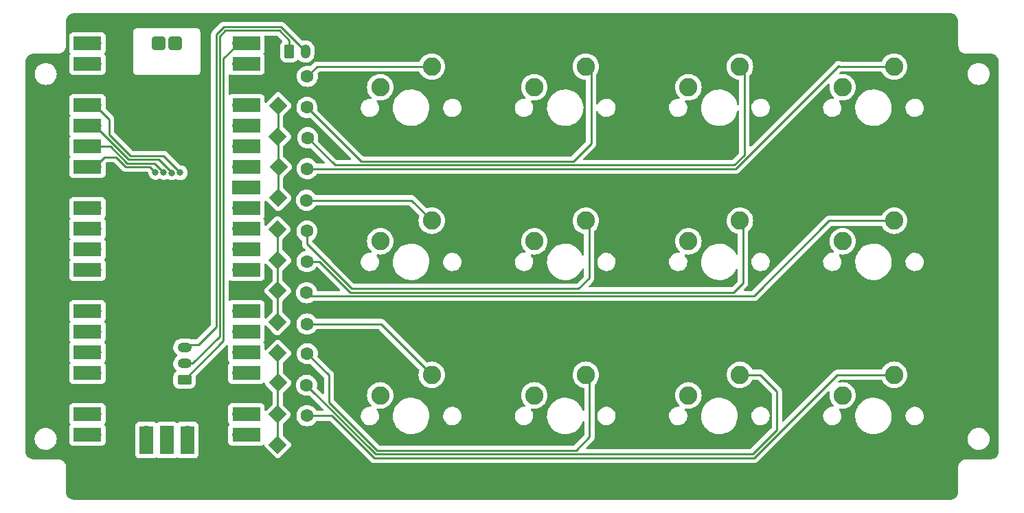
<source format=gbr>
%TF.GenerationSoftware,KiCad,Pcbnew,7.0.9*%
%TF.CreationDate,2024-08-19T17:06:16-04:00*%
%TF.ProjectId,macropad-pico,6d616372-6f70-4616-942d-7069636f2e6b,rev?*%
%TF.SameCoordinates,Original*%
%TF.FileFunction,Copper,L1,Top*%
%TF.FilePolarity,Positive*%
%FSLAX46Y46*%
G04 Gerber Fmt 4.6, Leading zero omitted, Abs format (unit mm)*
G04 Created by KiCad (PCBNEW 7.0.9) date 2024-08-19 17:06:16*
%MOMM*%
%LPD*%
G01*
G04 APERTURE LIST*
G04 Aperture macros list*
%AMRoundRect*
0 Rectangle with rounded corners*
0 $1 Rounding radius*
0 $2 $3 $4 $5 $6 $7 $8 $9 X,Y pos of 4 corners*
0 Add a 4 corners polygon primitive as box body*
4,1,4,$2,$3,$4,$5,$6,$7,$8,$9,$2,$3,0*
0 Add four circle primitives for the rounded corners*
1,1,$1+$1,$2,$3*
1,1,$1+$1,$4,$5*
1,1,$1+$1,$6,$7*
1,1,$1+$1,$8,$9*
0 Add four rect primitives between the rounded corners*
20,1,$1+$1,$2,$3,$4,$5,0*
20,1,$1+$1,$4,$5,$6,$7,0*
20,1,$1+$1,$6,$7,$8,$9,0*
20,1,$1+$1,$8,$9,$2,$3,0*%
%AMHorizOval*
0 Thick line with rounded ends*
0 $1 width*
0 $2 $3 position (X,Y) of the first rounded end (center of the circle)*
0 $4 $5 position (X,Y) of the second rounded end (center of the circle)*
0 Add line between two ends*
20,1,$1,$2,$3,$4,$5,0*
0 Add two circle primitives to create the rounded ends*
1,1,$1,$2,$3*
1,1,$1,$4,$5*%
%AMRotRect*
0 Rectangle, with rotation*
0 The origin of the aperture is its center*
0 $1 length*
0 $2 width*
0 $3 Rotation angle, in degrees counterclockwise*
0 Add horizontal line*
21,1,$1,$2,0,0,$3*%
G04 Aperture macros list end*
%TA.AperFunction,ComponentPad*%
%ADD10O,1.200000X1.750000*%
%TD*%
%TA.AperFunction,ComponentPad*%
%ADD11RoundRect,0.250000X-0.350000X-0.625000X0.350000X-0.625000X0.350000X0.625000X-0.350000X0.625000X0*%
%TD*%
%TA.AperFunction,ComponentPad*%
%ADD12RotRect,1.600000X1.600000X45.000000*%
%TD*%
%TA.AperFunction,ComponentPad*%
%ADD13HorizOval,1.600000X0.000000X0.000000X0.000000X0.000000X0*%
%TD*%
%TA.AperFunction,ComponentPad*%
%ADD14RoundRect,0.250000X0.625000X-0.350000X0.625000X0.350000X-0.625000X0.350000X-0.625000X-0.350000X0*%
%TD*%
%TA.AperFunction,ComponentPad*%
%ADD15O,1.750000X1.200000*%
%TD*%
%TA.AperFunction,ComponentPad*%
%ADD16C,2.250000*%
%TD*%
%TA.AperFunction,ComponentPad*%
%ADD17O,1.700000X1.700000*%
%TD*%
%TA.AperFunction,SMDPad,CuDef*%
%ADD18R,3.500000X1.700000*%
%TD*%
%TA.AperFunction,ComponentPad*%
%ADD19R,1.700000X1.700000*%
%TD*%
%TA.AperFunction,SMDPad,CuDef*%
%ADD20R,1.700000X3.500000*%
%TD*%
%TA.AperFunction,ComponentPad*%
%ADD21RoundRect,0.437500X-0.437500X-0.437500X0.437500X-0.437500X0.437500X0.437500X-0.437500X0.437500X0*%
%TD*%
%TA.AperFunction,ViaPad*%
%ADD22C,0.800000*%
%TD*%
%TA.AperFunction,Conductor*%
%ADD23C,0.250000*%
%TD*%
%TA.AperFunction,Conductor*%
%ADD24C,0.200000*%
%TD*%
G04 APERTURE END LIST*
D10*
%TO.P,J2,2,Pin_2*%
%TO.N,/DP*%
X140089000Y-40933000D03*
D11*
%TO.P,J2,1,Pin_1*%
%TO.N,/DN*%
X138089000Y-40933000D03*
%TD*%
D12*
%TO.P,D1,1*%
%TO.N,/row0*%
X136712026Y-47587974D03*
D13*
%TO.P,D1,2*%
%TO.N,Net-(D1-Pad2)*%
X140304128Y-43995872D03*
%TD*%
D14*
%TO.P,J1,1,Pin_1*%
%TO.N,VCC*%
X125162000Y-81402000D03*
D15*
%TO.P,J1,2,Pin_2*%
%TO.N,/DN*%
X125162000Y-79402000D03*
%TO.P,J1,3,Pin_3*%
%TO.N,/DP*%
X125162000Y-77402000D03*
%TO.P,J1,4,Pin_4*%
%TO.N,GND*%
X125162000Y-75402000D03*
%TD*%
D12*
%TO.P,D2,1*%
%TO.N,/row0*%
X136664026Y-51412974D03*
D13*
%TO.P,D2,2*%
%TO.N,Net-(D2-Pad2)*%
X140256128Y-47820872D03*
%TD*%
D12*
%TO.P,D10,1*%
%TO.N,/row2*%
X136712026Y-81773974D03*
D13*
%TO.P,D10,2*%
%TO.N,Net-(D10-Pad2)*%
X140304128Y-78181872D03*
%TD*%
D12*
%TO.P,D3,1*%
%TO.N,/row0*%
X136759026Y-55166974D03*
D13*
%TO.P,D3,2*%
%TO.N,Net-(D3-Pad2)*%
X140351128Y-51574872D03*
%TD*%
D12*
%TO.P,D4,1*%
%TO.N,/row0*%
X136702077Y-58976923D03*
D13*
%TO.P,D4,2*%
%TO.N,Net-(D4-Pad2)*%
X140294179Y-55384821D03*
%TD*%
D16*
%TO.P,SW-1U-9,1*%
%TO.N,/col0*%
X149288077Y-83331923D03*
%TO.P,SW-1U-9,2*%
%TO.N,Net-(D9-Pad2)*%
X155638077Y-80791923D03*
%TD*%
D12*
%TO.P,D6,1*%
%TO.N,/row1*%
X136664026Y-66664974D03*
D13*
%TO.P,D6,2*%
%TO.N,Net-(D6-Pad2)*%
X140256128Y-63072872D03*
%TD*%
D16*
%TO.P,SW-1U-8,1*%
%TO.N,/col3*%
X206288077Y-64331923D03*
%TO.P,SW-1U-8,2*%
%TO.N,Net-(D8-Pad2)*%
X212638077Y-61791923D03*
%TD*%
D12*
%TO.P,D8,1*%
%TO.N,/row1*%
X136617026Y-74266974D03*
D13*
%TO.P,D8,2*%
%TO.N,Net-(D8-Pad2)*%
X140209128Y-70674872D03*
%TD*%
D12*
%TO.P,D12,1*%
%TO.N,/row2*%
X136664026Y-89423974D03*
D13*
%TO.P,D12,2*%
%TO.N,Net-(D12-Pad2)*%
X140256128Y-85831872D03*
%TD*%
D12*
%TO.P,D5,1*%
%TO.N,/row1*%
X136617026Y-62863974D03*
D13*
%TO.P,D5,2*%
%TO.N,Net-(D5-Pad2)*%
X140209128Y-59271872D03*
%TD*%
D17*
%TO.P,RPI1,1,GPIO0*%
%TO.N,unconnected-(RPI1-GPIO0-Pad1)*%
X114104077Y-39906923D03*
D18*
X113204077Y-39906923D03*
D17*
%TO.P,RPI1,2,GPIO1*%
%TO.N,unconnected-(RPI1-GPIO1-Pad2)*%
X114104077Y-42446923D03*
D18*
X113204077Y-42446923D03*
D19*
%TO.P,RPI1,3,GND*%
%TO.N,GND*%
X114104077Y-44986923D03*
D18*
X113204077Y-44986923D03*
D17*
%TO.P,RPI1,4,GPIO2*%
%TO.N,/col0*%
X114104077Y-47526923D03*
D18*
X113204077Y-47526923D03*
D17*
%TO.P,RPI1,5,GPIO3*%
%TO.N,/col1*%
X114104077Y-50066923D03*
D18*
X113204077Y-50066923D03*
D17*
%TO.P,RPI1,6,GPIO4*%
%TO.N,/col2*%
X114104077Y-52606923D03*
D18*
X113204077Y-52606923D03*
D17*
%TO.P,RPI1,7,GPIO5*%
%TO.N,/col3*%
X114104077Y-55146923D03*
D18*
X113204077Y-55146923D03*
D19*
%TO.P,RPI1,8,GND*%
%TO.N,GND*%
X114104077Y-57686923D03*
D18*
X113204077Y-57686923D03*
D17*
%TO.P,RPI1,9,GPIO6*%
%TO.N,/row0*%
X114104077Y-60226923D03*
D18*
X113204077Y-60226923D03*
D17*
%TO.P,RPI1,10,GPIO7*%
%TO.N,/row1*%
X114104077Y-62766923D03*
D18*
X113204077Y-62766923D03*
D17*
%TO.P,RPI1,11,GPIO8*%
%TO.N,/row2*%
X114104077Y-65306923D03*
D18*
X113204077Y-65306923D03*
D17*
%TO.P,RPI1,12,GPIO9*%
%TO.N,unconnected-(RPI1-GPIO9-Pad12)*%
X114104077Y-67846923D03*
D18*
X113204077Y-67846923D03*
D19*
%TO.P,RPI1,13,GND*%
%TO.N,GND*%
X114104077Y-70386923D03*
D18*
X113204077Y-70386923D03*
D17*
%TO.P,RPI1,14,GPIO10*%
%TO.N,unconnected-(RPI1-GPIO10-Pad14)*%
X114104077Y-72926923D03*
D18*
X113204077Y-72926923D03*
D17*
%TO.P,RPI1,15,GPIO11*%
%TO.N,unconnected-(RPI1-GPIO11-Pad15)*%
X114104077Y-75466923D03*
D18*
X113204077Y-75466923D03*
D17*
%TO.P,RPI1,16,GPIO12*%
%TO.N,unconnected-(RPI1-GPIO12-Pad16)*%
X114104077Y-78006923D03*
D18*
X113204077Y-78006923D03*
D17*
%TO.P,RPI1,17,GPIO13*%
%TO.N,unconnected-(RPI1-GPIO13-Pad17)*%
X114104077Y-80546923D03*
D18*
X113204077Y-80546923D03*
D19*
%TO.P,RPI1,18,GND*%
%TO.N,GND*%
X114104077Y-83086923D03*
D18*
X113204077Y-83086923D03*
D17*
%TO.P,RPI1,19,GPIO14*%
%TO.N,unconnected-(RPI1-GPIO14-Pad19)*%
X114104077Y-85626923D03*
D18*
X113204077Y-85626923D03*
D17*
%TO.P,RPI1,20,GPIO15*%
%TO.N,unconnected-(RPI1-GPIO15-Pad20)*%
X114104077Y-88166923D03*
D18*
X113204077Y-88166923D03*
D17*
%TO.P,RPI1,21,GPIO16*%
%TO.N,unconnected-(RPI1-GPIO16-Pad21)*%
X131884077Y-88166923D03*
D18*
X132784077Y-88166923D03*
D17*
%TO.P,RPI1,22,GPIO17*%
%TO.N,unconnected-(RPI1-GPIO17-Pad22)*%
X131884077Y-85626923D03*
D18*
X132784077Y-85626923D03*
D19*
%TO.P,RPI1,23,GND*%
%TO.N,GND*%
X131884077Y-83086923D03*
D18*
X132784077Y-83086923D03*
D17*
%TO.P,RPI1,24,GPIO18*%
%TO.N,unconnected-(RPI1-GPIO18-Pad24)*%
X131884077Y-80546923D03*
D18*
X132784077Y-80546923D03*
D17*
%TO.P,RPI1,25,GPIO19*%
%TO.N,unconnected-(RPI1-GPIO19-Pad25)*%
X131884077Y-78006923D03*
D18*
X132784077Y-78006923D03*
D17*
%TO.P,RPI1,26,GPIO20*%
%TO.N,unconnected-(RPI1-GPIO20-Pad26)*%
X131884077Y-75466923D03*
D18*
X132784077Y-75466923D03*
D17*
%TO.P,RPI1,27,GPIO21*%
%TO.N,unconnected-(RPI1-GPIO21-Pad27)*%
X131884077Y-72926923D03*
D18*
X132784077Y-72926923D03*
D19*
%TO.P,RPI1,28,GND*%
%TO.N,GND*%
X131884077Y-70386923D03*
D18*
X132784077Y-70386923D03*
D17*
%TO.P,RPI1,29,GPIO22*%
%TO.N,unconnected-(RPI1-GPIO22-Pad29)*%
X131884077Y-67846923D03*
D18*
X132784077Y-67846923D03*
D17*
%TO.P,RPI1,30,RUN*%
%TO.N,unconnected-(RPI1-RUN-Pad30)*%
X131884077Y-65306923D03*
D18*
X132784077Y-65306923D03*
D17*
%TO.P,RPI1,31,GPIO26_ADC0*%
%TO.N,unconnected-(RPI1-GPIO26_ADC0-Pad31)*%
X131884077Y-62766923D03*
D18*
X132784077Y-62766923D03*
D17*
%TO.P,RPI1,32,GPIO27_ADC1*%
%TO.N,unconnected-(RPI1-GPIO27_ADC1-Pad32)*%
X131884077Y-60226923D03*
D18*
X132784077Y-60226923D03*
D19*
%TO.P,RPI1,33,AGND*%
%TO.N,unconnected-(RPI1-AGND-Pad33)*%
X131884077Y-57686923D03*
D18*
X132784077Y-57686923D03*
D17*
%TO.P,RPI1,34,GPIO28_ADC2*%
%TO.N,unconnected-(RPI1-GPIO28_ADC2-Pad34)*%
X131884077Y-55146923D03*
D18*
X132784077Y-55146923D03*
D17*
%TO.P,RPI1,35,ADC_VREF*%
%TO.N,unconnected-(RPI1-ADC_VREF-Pad35)*%
X131884077Y-52606923D03*
D18*
X132784077Y-52606923D03*
D17*
%TO.P,RPI1,36,3V3*%
%TO.N,unconnected-(RPI1-3V3-Pad36)*%
X131884077Y-50066923D03*
D18*
X132784077Y-50066923D03*
D17*
%TO.P,RPI1,37,3V3_EN*%
%TO.N,unconnected-(RPI1-3V3_EN-Pad37)*%
X131884077Y-47526923D03*
D18*
X132784077Y-47526923D03*
D19*
%TO.P,RPI1,38,GND*%
%TO.N,GND*%
X131884077Y-44986923D03*
D18*
X132784077Y-44986923D03*
D17*
%TO.P,RPI1,39,VSYS*%
%TO.N,unconnected-(RPI1-VSYS-Pad39)*%
X131884077Y-42446923D03*
D18*
X132784077Y-42446923D03*
D17*
%TO.P,RPI1,40,VBUS*%
%TO.N,VCC*%
X131884077Y-39906923D03*
D18*
X132784077Y-39906923D03*
D17*
%TO.P,RPI1,41,SWCLK*%
%TO.N,unconnected-(RPI1-SWCLK-Pad41)*%
X120454077Y-87936923D03*
D20*
X120454077Y-88836923D03*
D19*
%TO.P,RPI1,42,GND*%
%TO.N,unconnected-(RPI1-GND-Pad42)*%
X122994077Y-87936923D03*
D20*
X122994077Y-88836923D03*
D17*
%TO.P,RPI1,43,SWDIO*%
%TO.N,unconnected-(RPI1-SWDIO-Pad43)*%
X125534077Y-87936923D03*
D20*
X125534077Y-88836923D03*
D21*
%TO.P,RPI1,TP2,USB_DM*%
%TO.N,unconnected-(RPI1-USB_DM-PadTP2)*%
X124010077Y-39911923D03*
%TO.P,RPI1,TP3,USB_DP*%
%TO.N,unconnected-(RPI1-USB_DP-PadTP3)*%
X121978077Y-39911923D03*
%TD*%
D12*
%TO.P,D9,1*%
%TO.N,/row2*%
X136664026Y-78115974D03*
D13*
%TO.P,D9,2*%
%TO.N,Net-(D9-Pad2)*%
X140256128Y-74523872D03*
%TD*%
D16*
%TO.P,SW-1U-6,1*%
%TO.N,/col1*%
X168288077Y-64331923D03*
%TO.P,SW-1U-6,2*%
%TO.N,Net-(D6-Pad2)*%
X174638077Y-61791923D03*
%TD*%
%TO.P,SW-1U-11,1*%
%TO.N,/col2*%
X187288077Y-83331923D03*
%TO.P,SW-1U-11,2*%
%TO.N,Net-(D11-Pad2)*%
X193638077Y-80791923D03*
%TD*%
%TO.P,SW-1U-10,1*%
%TO.N,/col1*%
X168288077Y-83331923D03*
%TO.P,SW-1U-10,2*%
%TO.N,Net-(D10-Pad2)*%
X174638077Y-80791923D03*
%TD*%
%TO.P,SW-1U-7,1*%
%TO.N,/col2*%
X187288077Y-64331923D03*
%TO.P,SW-1U-7,2*%
%TO.N,Net-(D7-Pad2)*%
X193638077Y-61791923D03*
%TD*%
D12*
%TO.P,D11,1*%
%TO.N,/row2*%
X136617026Y-85669974D03*
D13*
%TO.P,D11,2*%
%TO.N,Net-(D11-Pad2)*%
X140209128Y-82077872D03*
%TD*%
D16*
%TO.P,SW-1U-3,1*%
%TO.N,/col2*%
X187288077Y-45331923D03*
%TO.P,SW-1U-3,2*%
%TO.N,Net-(D3-Pad2)*%
X193638077Y-42791923D03*
%TD*%
%TO.P,SW-1U-2,1*%
%TO.N,/col1*%
X168288077Y-45331923D03*
%TO.P,SW-1U-2,2*%
%TO.N,Net-(D2-Pad2)*%
X174638077Y-42791923D03*
%TD*%
%TO.P,SW-1U-1,1*%
%TO.N,/col0*%
X149288077Y-45331923D03*
%TO.P,SW-1U-1,2*%
%TO.N,Net-(D1-Pad2)*%
X155638077Y-42791923D03*
%TD*%
%TO.P,SW-1U-5,1*%
%TO.N,/col0*%
X149288077Y-64331923D03*
%TO.P,SW-1U-5,2*%
%TO.N,Net-(D5-Pad2)*%
X155638077Y-61791923D03*
%TD*%
%TO.P,SW-1U-12,1*%
%TO.N,/col3*%
X206288077Y-83331923D03*
%TO.P,SW-1U-12,2*%
%TO.N,Net-(D12-Pad2)*%
X212638077Y-80791923D03*
%TD*%
D12*
%TO.P,D7,1*%
%TO.N,/row1*%
X136664026Y-70417974D03*
D13*
%TO.P,D7,2*%
%TO.N,Net-(D7-Pad2)*%
X140256128Y-66825872D03*
%TD*%
D16*
%TO.P,SW-1U-4,1*%
%TO.N,/col3*%
X206288077Y-45331923D03*
%TO.P,SW-1U-4,2*%
%TO.N,Net-(D4-Pad2)*%
X212638077Y-42791923D03*
%TD*%
D22*
%TO.N,GND*%
X122459000Y-62765000D03*
X122436000Y-60276000D03*
%TO.N,/col0*%
X124630077Y-55869923D03*
%TO.N,/col1*%
X123589077Y-55897923D03*
%TO.N,/col2*%
X122590659Y-55851382D03*
%TO.N,/col3*%
X121591231Y-55839193D03*
%TD*%
D23*
%TO.N,VCC*%
X129967000Y-41824000D02*
X131884077Y-39906923D01*
X129967000Y-76597000D02*
X129967000Y-41824000D01*
X125162000Y-81402000D02*
X129967000Y-76597000D01*
%TO.N,/DP*%
X137045000Y-37889000D02*
X140089000Y-40933000D01*
X130028604Y-37889000D02*
X137045000Y-37889000D01*
X129067000Y-38850604D02*
X130028604Y-37889000D01*
X129067000Y-74860604D02*
X129067000Y-38850604D01*
X125162000Y-77063000D02*
X126864604Y-77063000D01*
X126864604Y-77063000D02*
X129067000Y-74860604D01*
%TO.N,/DN*%
X130215000Y-38339000D02*
X136858604Y-38339000D01*
X138089000Y-39569396D02*
X138089000Y-40933000D01*
X129517000Y-39037000D02*
X130215000Y-38339000D01*
X126154000Y-79402000D02*
X129517000Y-76039000D01*
X129517000Y-76039000D02*
X129517000Y-39037000D01*
X125162000Y-79402000D02*
X126154000Y-79402000D01*
X136858604Y-38339000D02*
X138089000Y-39569396D01*
D24*
%TO.N,/DP*%
X125162000Y-77063000D02*
X125162000Y-77402000D01*
D23*
%TO.N,/col3*%
X115307000Y-53944000D02*
X114104077Y-55146923D01*
X117911285Y-55146923D02*
X116708362Y-53944000D01*
X120898961Y-55146923D02*
X117911285Y-55146923D01*
X121591231Y-55839193D02*
X120898961Y-55146923D01*
X116708362Y-53944000D02*
X115307000Y-53944000D01*
%TO.N,/col2*%
X118097681Y-54696923D02*
X116007681Y-52606923D01*
X121474266Y-54696923D02*
X118097681Y-54696923D01*
X122590659Y-55813316D02*
X121474266Y-54696923D01*
X116007681Y-52606923D02*
X114104077Y-52606923D01*
X122590659Y-55851382D02*
X122590659Y-55813316D01*
%TO.N,/col0*%
X115860077Y-49282923D02*
X114104077Y-47526923D01*
X115860077Y-51186527D02*
X115860077Y-49282923D01*
X124630077Y-55869923D02*
X122557077Y-53796923D01*
X122557077Y-53796923D02*
X118470473Y-53796923D01*
X118470473Y-53796923D02*
X115860077Y-51186527D01*
%TO.N,Net-(D1-Pad2)*%
X155638077Y-42791923D02*
X141508077Y-42791923D01*
X141508077Y-42791923D02*
X140304128Y-43995872D01*
%TO.N,/col1*%
X123589077Y-55897923D02*
X123589077Y-55824495D01*
X118284077Y-54246923D02*
X114104077Y-50066923D01*
X123589077Y-55824495D02*
X122011505Y-54246923D01*
X122011505Y-54246923D02*
X118284077Y-54246923D01*
%TO.N,Net-(D2-Pad2)*%
X175291077Y-52267821D02*
X175291077Y-43444923D01*
X140256128Y-47820872D02*
X146920077Y-54484821D01*
X175291077Y-43444923D02*
X174638077Y-42791923D01*
X173074077Y-54484821D02*
X175291077Y-52267821D01*
X146920077Y-54484821D02*
X173074077Y-54484821D01*
%TO.N,Net-(D3-Pad2)*%
X192943783Y-54934821D02*
X194171077Y-53707527D01*
X143711077Y-54934821D02*
X192943783Y-54934821D01*
X140351128Y-51574872D02*
X143711077Y-54934821D01*
X194171077Y-53707527D02*
X194171077Y-43324923D01*
X194171077Y-43324923D02*
X193638077Y-42791923D01*
%TO.N,Net-(D4-Pad2)*%
X205787077Y-42727923D02*
X205851077Y-42791923D01*
X193130179Y-55384821D02*
X205787077Y-42727923D01*
X205851077Y-42791923D02*
X212638077Y-42791923D01*
X140294179Y-55384821D02*
X193130179Y-55384821D01*
%TO.N,Net-(D5-Pad2)*%
X140209128Y-59271872D02*
X153118026Y-59271872D01*
X153118026Y-59271872D02*
X155638077Y-61791923D01*
%TO.N,Net-(D6-Pad2)*%
X175034077Y-68892923D02*
X175034077Y-62187923D01*
X175034077Y-62187923D02*
X174638077Y-61791923D01*
X140256128Y-63072872D02*
X140256128Y-64650974D01*
X173748077Y-70178923D02*
X175034077Y-68892923D01*
X145784077Y-70178923D02*
X173748077Y-70178923D01*
X140256128Y-64650974D02*
X145784077Y-70178923D01*
%TO.N,Net-(D7-Pad2)*%
X145597681Y-70628923D02*
X192875077Y-70628923D01*
X193998077Y-69505923D02*
X193998077Y-62151923D01*
X192875077Y-70628923D02*
X193998077Y-69505923D01*
X140256128Y-66825872D02*
X141794630Y-66825872D01*
X193998077Y-62151923D02*
X193638077Y-61791923D01*
X141794630Y-66825872D02*
X145597681Y-70628923D01*
%TO.N,Net-(D8-Pad2)*%
X140209128Y-70674872D02*
X140613179Y-71078923D01*
X195348077Y-71078923D02*
X204635077Y-61791923D01*
X204635077Y-61791923D02*
X212638077Y-61791923D01*
X140613179Y-71078923D02*
X195348077Y-71078923D01*
%TO.N,Net-(D9-Pad2)*%
X149370026Y-74523872D02*
X155638077Y-80791923D01*
X140256128Y-74523872D02*
X149370026Y-74523872D01*
%TO.N,Net-(D10-Pad2)*%
X175098077Y-81251923D02*
X174638077Y-80791923D01*
X142969326Y-84201674D02*
X148891575Y-90123923D01*
X148891575Y-90123923D02*
X173442077Y-90123923D01*
X173442077Y-90123923D02*
X175098077Y-88467923D01*
X142969326Y-80847070D02*
X142969326Y-84201674D01*
X175098077Y-88467923D02*
X175098077Y-81251923D01*
X140304128Y-78181872D02*
X142969326Y-80847070D01*
%TO.N,Net-(D11-Pad2)*%
X193638077Y-80791923D02*
X196147077Y-80791923D01*
X196147077Y-80791923D02*
X198186077Y-82830923D01*
X198186077Y-82830923D02*
X198186077Y-87607527D01*
X148705179Y-90573923D02*
X140209128Y-82077872D01*
X198186077Y-87607527D02*
X195219681Y-90573923D01*
X195219681Y-90573923D02*
X148705179Y-90573923D01*
%TO.N,Net-(D12-Pad2)*%
X140256128Y-85831872D02*
X143326732Y-85831872D01*
X143326732Y-85831872D02*
X148518783Y-91023923D01*
X148518783Y-91023923D02*
X195406077Y-91023923D01*
X195406077Y-91023923D02*
X205638077Y-80791923D01*
X205638077Y-80791923D02*
X212638077Y-80791923D01*
%TO.N,/row0*%
X136702077Y-47597923D02*
X136712026Y-47587974D01*
X136702077Y-58976923D02*
X136702077Y-47597923D01*
%TO.N,/row1*%
X136617026Y-74266974D02*
X136617026Y-62863974D01*
%TO.N,/row2*%
X136664026Y-89423974D02*
X136664026Y-78115974D01*
%TD*%
%TA.AperFunction,Conductor*%
%TO.N,GND*%
G36*
X135239779Y-67080358D02*
G01*
X135246257Y-67086390D01*
X135955207Y-67795339D01*
X135988692Y-67856662D01*
X135991526Y-67883020D01*
X135991526Y-69199927D01*
X135971841Y-69266966D01*
X135955207Y-69287608D01*
X135144905Y-70097910D01*
X135144899Y-70097917D01*
X135107277Y-70144602D01*
X135107275Y-70144604D01*
X135047490Y-70275514D01*
X135047489Y-70275518D01*
X135027009Y-70417974D01*
X135047489Y-70560429D01*
X135047490Y-70560433D01*
X135107276Y-70691344D01*
X135107277Y-70691345D01*
X135107278Y-70691347D01*
X135144897Y-70738030D01*
X135144900Y-70738033D01*
X135144905Y-70738039D01*
X135955207Y-71548339D01*
X135988692Y-71609662D01*
X135991526Y-71636020D01*
X135991526Y-73001927D01*
X135971841Y-73068966D01*
X135955207Y-73089608D01*
X135246257Y-73798557D01*
X135184934Y-73832042D01*
X135115242Y-73827058D01*
X135059309Y-73785186D01*
X135034892Y-73719722D01*
X135034576Y-73710902D01*
X135034576Y-72029051D01*
X135028168Y-71969440D01*
X135024836Y-71960507D01*
X134977874Y-71834594D01*
X134977870Y-71834587D01*
X134891624Y-71719378D01*
X134891621Y-71719375D01*
X134776412Y-71633129D01*
X134776405Y-71633125D01*
X134641559Y-71582831D01*
X134641560Y-71582831D01*
X134581960Y-71576424D01*
X134581958Y-71576423D01*
X134581950Y-71576423D01*
X134581942Y-71576423D01*
X131945757Y-71576423D01*
X131940355Y-71576187D01*
X131901571Y-71572794D01*
X131884078Y-71571264D01*
X131884075Y-71571264D01*
X131856792Y-71573650D01*
X131827796Y-71576187D01*
X131822396Y-71576423D01*
X130986206Y-71576423D01*
X130986200Y-71576424D01*
X130926593Y-71582831D01*
X130791748Y-71633125D01*
X130791746Y-71633127D01*
X130790811Y-71633827D01*
X130789716Y-71634235D01*
X130783963Y-71637377D01*
X130783511Y-71636549D01*
X130725347Y-71658244D01*
X130657074Y-71643393D01*
X130607668Y-71593988D01*
X130592500Y-71534560D01*
X130592500Y-69239285D01*
X130612185Y-69172246D01*
X130664989Y-69126491D01*
X130734147Y-69116547D01*
X130783644Y-69137051D01*
X130783963Y-69136469D01*
X130789386Y-69139430D01*
X130790815Y-69140022D01*
X130791746Y-69140719D01*
X130791749Y-69140720D01*
X130926594Y-69191014D01*
X130926593Y-69191014D01*
X130933521Y-69191758D01*
X130986204Y-69197423D01*
X131822399Y-69197422D01*
X131827804Y-69197657D01*
X131884077Y-69202582D01*
X131940349Y-69197657D01*
X131945755Y-69197422D01*
X134581948Y-69197422D01*
X134581949Y-69197422D01*
X134641560Y-69191014D01*
X134776408Y-69140719D01*
X134891623Y-69054469D01*
X134977873Y-68939254D01*
X135028168Y-68804406D01*
X135034577Y-68744796D01*
X135034576Y-67174070D01*
X135054261Y-67107032D01*
X135107064Y-67061277D01*
X135176223Y-67051333D01*
X135239779Y-67080358D01*
G37*
%TD.AperFunction*%
%TA.AperFunction,Conductor*%
G36*
X219550695Y-36200735D02*
G01*
X219593519Y-36204482D01*
X219719771Y-36216918D01*
X219739685Y-36220541D01*
X219806349Y-36238403D01*
X219899570Y-36266682D01*
X219915971Y-36272958D01*
X219983411Y-36304406D01*
X219986375Y-36305888D01*
X220023969Y-36325982D01*
X220070327Y-36350762D01*
X220076667Y-36354657D01*
X220142828Y-36400983D01*
X220146600Y-36403844D01*
X220218808Y-36463103D01*
X220223309Y-36467182D01*
X220280815Y-36524688D01*
X220284895Y-36529190D01*
X220344154Y-36601398D01*
X220347015Y-36605170D01*
X220393341Y-36671331D01*
X220397236Y-36677671D01*
X220442101Y-36761605D01*
X220443614Y-36764631D01*
X220475040Y-36832027D01*
X220481319Y-36848435D01*
X220509601Y-36941669D01*
X220527454Y-37008299D01*
X220531082Y-37028238D01*
X220543523Y-37154554D01*
X220547264Y-37197302D01*
X220547500Y-37202710D01*
X220547500Y-40287534D01*
X220577898Y-40459937D01*
X220637775Y-40624446D01*
X220725309Y-40776057D01*
X220837836Y-40910163D01*
X220971942Y-41022690D01*
X220971943Y-41022691D01*
X220971945Y-41022692D01*
X221123555Y-41110225D01*
X221288062Y-41170101D01*
X221460468Y-41200500D01*
X221547901Y-41200500D01*
X224545293Y-41200500D01*
X224550695Y-41200735D01*
X224593519Y-41204482D01*
X224719771Y-41216918D01*
X224739685Y-41220541D01*
X224806349Y-41238403D01*
X224899570Y-41266682D01*
X224915971Y-41272958D01*
X224983411Y-41304406D01*
X224986375Y-41305888D01*
X224999840Y-41313085D01*
X225070327Y-41350762D01*
X225076667Y-41354657D01*
X225142828Y-41400983D01*
X225146600Y-41403844D01*
X225218808Y-41463103D01*
X225223309Y-41467182D01*
X225280815Y-41524688D01*
X225284895Y-41529190D01*
X225344154Y-41601398D01*
X225347015Y-41605170D01*
X225393341Y-41671331D01*
X225397236Y-41677671D01*
X225442101Y-41761605D01*
X225443614Y-41764631D01*
X225475040Y-41832027D01*
X225481319Y-41848435D01*
X225509601Y-41941669D01*
X225527454Y-42008299D01*
X225531082Y-42028238D01*
X225543523Y-42154554D01*
X225547264Y-42197302D01*
X225547500Y-42202710D01*
X225547500Y-90197289D01*
X225547264Y-90202697D01*
X225543523Y-90245445D01*
X225531082Y-90371760D01*
X225527454Y-90391699D01*
X225509601Y-90458330D01*
X225481318Y-90551563D01*
X225475040Y-90567971D01*
X225443614Y-90635367D01*
X225442101Y-90638393D01*
X225397236Y-90722327D01*
X225393341Y-90728667D01*
X225347015Y-90794828D01*
X225344154Y-90798600D01*
X225284895Y-90870808D01*
X225280806Y-90875320D01*
X225223320Y-90932806D01*
X225218808Y-90936895D01*
X225146600Y-90996154D01*
X225142828Y-90999015D01*
X225076667Y-91045341D01*
X225070327Y-91049236D01*
X224986393Y-91094101D01*
X224983367Y-91095614D01*
X224915971Y-91127040D01*
X224899563Y-91133318D01*
X224806330Y-91161601D01*
X224739699Y-91179454D01*
X224719760Y-91183082D01*
X224593445Y-91195523D01*
X224552789Y-91199080D01*
X224550696Y-91199264D01*
X224545290Y-91199500D01*
X221460465Y-91199500D01*
X221288062Y-91229898D01*
X221123553Y-91289775D01*
X220971942Y-91377309D01*
X220837836Y-91489836D01*
X220725309Y-91623942D01*
X220637775Y-91775553D01*
X220577898Y-91940062D01*
X220547500Y-92112465D01*
X220547500Y-95197289D01*
X220547264Y-95202697D01*
X220543523Y-95245445D01*
X220531082Y-95371760D01*
X220527454Y-95391699D01*
X220509601Y-95458330D01*
X220481318Y-95551563D01*
X220475040Y-95567971D01*
X220443614Y-95635367D01*
X220442101Y-95638393D01*
X220397236Y-95722327D01*
X220393341Y-95728667D01*
X220347015Y-95794828D01*
X220344154Y-95798600D01*
X220284895Y-95870808D01*
X220280806Y-95875320D01*
X220223320Y-95932806D01*
X220218808Y-95936895D01*
X220146600Y-95996154D01*
X220142828Y-95999015D01*
X220076667Y-96045341D01*
X220070327Y-96049236D01*
X219986393Y-96094101D01*
X219983367Y-96095614D01*
X219915971Y-96127040D01*
X219899563Y-96133318D01*
X219806330Y-96161601D01*
X219739699Y-96179454D01*
X219719760Y-96183082D01*
X219593445Y-96195523D01*
X219552789Y-96199080D01*
X219550696Y-96199264D01*
X219545290Y-96199500D01*
X111550710Y-96199500D01*
X111545303Y-96199264D01*
X111543015Y-96199063D01*
X111502554Y-96195523D01*
X111376238Y-96183082D01*
X111356299Y-96179454D01*
X111289669Y-96161601D01*
X111196435Y-96133319D01*
X111180027Y-96127040D01*
X111131433Y-96104381D01*
X111112618Y-96095607D01*
X111109605Y-96094101D01*
X111025671Y-96049236D01*
X111019331Y-96045341D01*
X110953170Y-95999015D01*
X110949398Y-95996154D01*
X110877190Y-95936895D01*
X110872688Y-95932815D01*
X110815182Y-95875309D01*
X110811103Y-95870808D01*
X110751844Y-95798600D01*
X110748983Y-95794828D01*
X110702657Y-95728667D01*
X110698762Y-95722327D01*
X110673982Y-95675969D01*
X110653888Y-95638375D01*
X110652406Y-95635411D01*
X110620958Y-95567971D01*
X110614682Y-95551570D01*
X110586398Y-95458330D01*
X110568541Y-95391685D01*
X110564918Y-95371771D01*
X110552482Y-95245519D01*
X110548735Y-95202695D01*
X110548500Y-95197293D01*
X110548500Y-92112472D01*
X110548500Y-92112468D01*
X110518101Y-91940062D01*
X110458225Y-91775555D01*
X110370692Y-91623945D01*
X110370691Y-91623943D01*
X110370690Y-91623942D01*
X110258163Y-91489836D01*
X110124057Y-91377309D01*
X109972446Y-91289775D01*
X109807937Y-91229898D01*
X109635534Y-91199500D01*
X109635532Y-91199500D01*
X109548099Y-91199500D01*
X106550710Y-91199500D01*
X106545303Y-91199264D01*
X106543015Y-91199063D01*
X106502554Y-91195523D01*
X106376238Y-91183082D01*
X106356299Y-91179454D01*
X106289669Y-91161601D01*
X106196435Y-91133319D01*
X106180027Y-91127040D01*
X106131433Y-91104381D01*
X106112618Y-91095607D01*
X106109605Y-91094101D01*
X106025671Y-91049236D01*
X106019331Y-91045341D01*
X105953170Y-90999015D01*
X105949398Y-90996154D01*
X105877190Y-90936895D01*
X105872688Y-90932815D01*
X105815182Y-90875309D01*
X105811103Y-90870808D01*
X105751844Y-90798600D01*
X105748983Y-90794828D01*
X105702657Y-90728667D01*
X105698762Y-90722327D01*
X105673982Y-90675969D01*
X105653888Y-90638375D01*
X105652406Y-90635411D01*
X105620958Y-90567971D01*
X105614682Y-90551570D01*
X105586398Y-90458330D01*
X105568541Y-90391685D01*
X105564918Y-90371771D01*
X105552482Y-90245519D01*
X105548735Y-90202695D01*
X105548500Y-90197293D01*
X105548500Y-88695000D01*
X106690341Y-88695000D01*
X106710936Y-88930403D01*
X106710938Y-88930413D01*
X106772094Y-89158655D01*
X106772096Y-89158659D01*
X106772097Y-89158663D01*
X106772564Y-89159664D01*
X106871964Y-89372828D01*
X106871965Y-89372830D01*
X107007505Y-89566402D01*
X107174597Y-89733494D01*
X107368169Y-89869034D01*
X107368171Y-89869035D01*
X107582337Y-89968903D01*
X107582343Y-89968904D01*
X107582344Y-89968905D01*
X107637285Y-89983626D01*
X107810592Y-90030063D01*
X107987034Y-90045500D01*
X108104966Y-90045500D01*
X108281408Y-90030063D01*
X108509663Y-89968903D01*
X108723829Y-89869035D01*
X108917401Y-89733495D01*
X109084495Y-89566401D01*
X109220035Y-89372830D01*
X109319903Y-89158663D01*
X109345055Y-89064793D01*
X110953577Y-89064793D01*
X110953578Y-89064799D01*
X110959985Y-89124406D01*
X111010279Y-89259251D01*
X111010283Y-89259258D01*
X111096529Y-89374467D01*
X111096532Y-89374470D01*
X111211741Y-89460716D01*
X111211748Y-89460720D01*
X111346594Y-89511014D01*
X111346593Y-89511014D01*
X111353521Y-89511758D01*
X111406204Y-89517423D01*
X114042394Y-89517422D01*
X114047798Y-89517657D01*
X114070851Y-89519674D01*
X114104076Y-89522582D01*
X114104076Y-89522581D01*
X114104077Y-89522582D01*
X114160357Y-89517657D01*
X114165759Y-89517422D01*
X115001948Y-89517422D01*
X115001949Y-89517422D01*
X115061560Y-89511014D01*
X115196408Y-89460719D01*
X115311623Y-89374469D01*
X115397873Y-89259254D01*
X115448168Y-89124406D01*
X115454577Y-89064796D01*
X115454576Y-88228600D01*
X115454812Y-88223195D01*
X115459736Y-88166923D01*
X115459736Y-88166922D01*
X115457968Y-88146718D01*
X115454811Y-88110645D01*
X115454576Y-88105242D01*
X115454576Y-87936924D01*
X119098418Y-87936924D01*
X119103341Y-87993192D01*
X119103577Y-87998598D01*
X119103577Y-90634793D01*
X119103578Y-90634799D01*
X119109985Y-90694406D01*
X119160279Y-90829251D01*
X119160283Y-90829258D01*
X119246529Y-90944467D01*
X119246532Y-90944470D01*
X119361741Y-91030716D01*
X119361748Y-91030720D01*
X119496594Y-91081014D01*
X119496593Y-91081014D01*
X119503521Y-91081758D01*
X119556204Y-91087423D01*
X121351949Y-91087422D01*
X121411560Y-91081014D01*
X121546408Y-91030719D01*
X121649767Y-90953344D01*
X121715229Y-90928927D01*
X121783502Y-90943778D01*
X121798380Y-90953339D01*
X121901742Y-91030716D01*
X121901745Y-91030718D01*
X121901748Y-91030720D01*
X122036594Y-91081014D01*
X122036593Y-91081014D01*
X122043521Y-91081758D01*
X122096204Y-91087423D01*
X123891949Y-91087422D01*
X123951560Y-91081014D01*
X124086408Y-91030719D01*
X124189767Y-90953344D01*
X124255229Y-90928927D01*
X124323502Y-90943778D01*
X124338380Y-90953339D01*
X124441742Y-91030716D01*
X124441745Y-91030718D01*
X124441748Y-91030720D01*
X124576594Y-91081014D01*
X124576593Y-91081014D01*
X124583521Y-91081758D01*
X124636204Y-91087423D01*
X126431949Y-91087422D01*
X126491560Y-91081014D01*
X126626408Y-91030719D01*
X126741623Y-90944469D01*
X126827873Y-90829254D01*
X126878168Y-90694406D01*
X126884577Y-90634796D01*
X126884576Y-87998598D01*
X126884812Y-87993197D01*
X126884813Y-87993192D01*
X126889736Y-87936923D01*
X126884811Y-87880643D01*
X126884576Y-87875239D01*
X126884576Y-87039052D01*
X126884575Y-87039046D01*
X126884574Y-87039039D01*
X126878168Y-86979440D01*
X126875107Y-86971234D01*
X126827874Y-86844594D01*
X126827870Y-86844587D01*
X126741624Y-86729378D01*
X126741621Y-86729375D01*
X126626412Y-86643129D01*
X126626405Y-86643125D01*
X126491559Y-86592831D01*
X126491560Y-86592831D01*
X126431960Y-86586424D01*
X126431958Y-86586423D01*
X126431950Y-86586423D01*
X126431942Y-86586423D01*
X125595754Y-86586423D01*
X125590352Y-86586187D01*
X125559926Y-86583525D01*
X125534079Y-86581264D01*
X125534076Y-86581264D01*
X125516827Y-86582772D01*
X125477799Y-86586187D01*
X125472399Y-86586423D01*
X124636206Y-86586423D01*
X124636200Y-86586424D01*
X124576593Y-86592831D01*
X124441748Y-86643125D01*
X124441746Y-86643126D01*
X124338388Y-86720501D01*
X124272924Y-86744918D01*
X124204651Y-86730067D01*
X124189766Y-86720501D01*
X124086407Y-86643126D01*
X124086405Y-86643125D01*
X123951559Y-86592831D01*
X123951560Y-86592831D01*
X123891960Y-86586424D01*
X123891958Y-86586423D01*
X123891950Y-86586423D01*
X123891941Y-86586423D01*
X122096206Y-86586423D01*
X122096200Y-86586424D01*
X122036593Y-86592831D01*
X121901748Y-86643125D01*
X121901746Y-86643126D01*
X121798388Y-86720501D01*
X121732924Y-86744918D01*
X121664651Y-86730067D01*
X121649766Y-86720501D01*
X121546407Y-86643126D01*
X121546405Y-86643125D01*
X121411559Y-86592831D01*
X121411560Y-86592831D01*
X121351960Y-86586424D01*
X121351958Y-86586423D01*
X121351950Y-86586423D01*
X121351942Y-86586423D01*
X120515754Y-86586423D01*
X120510352Y-86586187D01*
X120479926Y-86583525D01*
X120454079Y-86581264D01*
X120454076Y-86581264D01*
X120436827Y-86582772D01*
X120397799Y-86586187D01*
X120392399Y-86586423D01*
X119556206Y-86586423D01*
X119556200Y-86586424D01*
X119496593Y-86592831D01*
X119361748Y-86643125D01*
X119361741Y-86643129D01*
X119246532Y-86729375D01*
X119246529Y-86729378D01*
X119160283Y-86844587D01*
X119160279Y-86844594D01*
X119109985Y-86979440D01*
X119103578Y-87039039D01*
X119103578Y-87039046D01*
X119103577Y-87039058D01*
X119103577Y-87875247D01*
X119103341Y-87880653D01*
X119098418Y-87936921D01*
X119098418Y-87936924D01*
X115454576Y-87936924D01*
X115454576Y-87269052D01*
X115454575Y-87269046D01*
X115454574Y-87269039D01*
X115448168Y-87209440D01*
X115446972Y-87206234D01*
X115397874Y-87074594D01*
X115397872Y-87074591D01*
X115385911Y-87058613D01*
X115320498Y-86971232D01*
X115296081Y-86905771D01*
X115310932Y-86837498D01*
X115320493Y-86822619D01*
X115397873Y-86719254D01*
X115448168Y-86584406D01*
X115454577Y-86524796D01*
X115454576Y-85688600D01*
X115454812Y-85683195D01*
X115459736Y-85626923D01*
X115459736Y-85626922D01*
X115454812Y-85570649D01*
X115454576Y-85565242D01*
X115454576Y-84729052D01*
X115454575Y-84729046D01*
X115454574Y-84729039D01*
X115448168Y-84669440D01*
X115445224Y-84661548D01*
X115397874Y-84534594D01*
X115397870Y-84534587D01*
X115311624Y-84419378D01*
X115311621Y-84419375D01*
X115196412Y-84333129D01*
X115196405Y-84333125D01*
X115061559Y-84282831D01*
X115061560Y-84282831D01*
X115001960Y-84276424D01*
X115001958Y-84276423D01*
X115001950Y-84276423D01*
X115001942Y-84276423D01*
X114165751Y-84276423D01*
X114160349Y-84276187D01*
X114120194Y-84272674D01*
X114104078Y-84271264D01*
X114104075Y-84271264D01*
X114070972Y-84274160D01*
X114047803Y-84276187D01*
X114042400Y-84276423D01*
X111406206Y-84276423D01*
X111406200Y-84276424D01*
X111346593Y-84282831D01*
X111211748Y-84333125D01*
X111211741Y-84333129D01*
X111096532Y-84419375D01*
X111096529Y-84419378D01*
X111010283Y-84534587D01*
X111010279Y-84534594D01*
X110959985Y-84669440D01*
X110956560Y-84701303D01*
X110953578Y-84729046D01*
X110953577Y-84729058D01*
X110953577Y-86524793D01*
X110953578Y-86524799D01*
X110959985Y-86584406D01*
X111010279Y-86719251D01*
X111010280Y-86719253D01*
X111041270Y-86760650D01*
X111084794Y-86818791D01*
X111087655Y-86822612D01*
X111112072Y-86888076D01*
X111097221Y-86956349D01*
X111087655Y-86971234D01*
X111010280Y-87074592D01*
X111010279Y-87074594D01*
X110959985Y-87209440D01*
X110953578Y-87269039D01*
X110953578Y-87269046D01*
X110953577Y-87269058D01*
X110953577Y-89064793D01*
X109345055Y-89064793D01*
X109381063Y-88930408D01*
X109401659Y-88695000D01*
X109381063Y-88459592D01*
X109320171Y-88232337D01*
X109319905Y-88231344D01*
X109319904Y-88231343D01*
X109319903Y-88231337D01*
X109220035Y-88017171D01*
X109220034Y-88017169D01*
X109084494Y-87823597D01*
X108917402Y-87656505D01*
X108723830Y-87520965D01*
X108723828Y-87520964D01*
X108616746Y-87471031D01*
X108509663Y-87421097D01*
X108509659Y-87421096D01*
X108509655Y-87421094D01*
X108281413Y-87359938D01*
X108281403Y-87359936D01*
X108104966Y-87344500D01*
X107987034Y-87344500D01*
X107810596Y-87359936D01*
X107810586Y-87359938D01*
X107582344Y-87421094D01*
X107582335Y-87421098D01*
X107368171Y-87520964D01*
X107368169Y-87520965D01*
X107174597Y-87656505D01*
X107007506Y-87823597D01*
X107007501Y-87823604D01*
X106871967Y-88017165D01*
X106871965Y-88017169D01*
X106772098Y-88231335D01*
X106772094Y-88231344D01*
X106710938Y-88459586D01*
X106710936Y-88459596D01*
X106690341Y-88694999D01*
X106690341Y-88695000D01*
X105548500Y-88695000D01*
X105548500Y-81444793D01*
X110953577Y-81444793D01*
X110953578Y-81444799D01*
X110959985Y-81504406D01*
X111010279Y-81639251D01*
X111010283Y-81639258D01*
X111096529Y-81754467D01*
X111096532Y-81754470D01*
X111211741Y-81840716D01*
X111211748Y-81840720D01*
X111346594Y-81891014D01*
X111346593Y-81891014D01*
X111353521Y-81891758D01*
X111406204Y-81897423D01*
X114042394Y-81897422D01*
X114047798Y-81897657D01*
X114070851Y-81899674D01*
X114104076Y-81902582D01*
X114104076Y-81902581D01*
X114104077Y-81902582D01*
X114160357Y-81897657D01*
X114165759Y-81897422D01*
X115001948Y-81897422D01*
X115001949Y-81897422D01*
X115061560Y-81891014D01*
X115196408Y-81840719D01*
X115311623Y-81754469D01*
X115397873Y-81639254D01*
X115448168Y-81504406D01*
X115454577Y-81444796D01*
X115454576Y-80608600D01*
X115454812Y-80603195D01*
X115459736Y-80546923D01*
X115459736Y-80546922D01*
X115455917Y-80503276D01*
X115454811Y-80490645D01*
X115454576Y-80485242D01*
X115454576Y-79649052D01*
X115454575Y-79649046D01*
X115454574Y-79649039D01*
X115448168Y-79589440D01*
X115404663Y-79472798D01*
X115397874Y-79454594D01*
X115397872Y-79454591D01*
X115320498Y-79351232D01*
X115319815Y-79349401D01*
X123782746Y-79349401D01*
X123792745Y-79559327D01*
X123842296Y-79763578D01*
X123842298Y-79763582D01*
X123929598Y-79954743D01*
X123929601Y-79954748D01*
X123929602Y-79954750D01*
X123929604Y-79954753D01*
X124051514Y-80125952D01*
X124051515Y-80125953D01*
X124154082Y-80223750D01*
X124189017Y-80284259D01*
X124185692Y-80354049D01*
X124145164Y-80410963D01*
X124133610Y-80419031D01*
X124068344Y-80459287D01*
X123944289Y-80583342D01*
X123852187Y-80732663D01*
X123852185Y-80732668D01*
X123827315Y-80807721D01*
X123797001Y-80899203D01*
X123797001Y-80899204D01*
X123797000Y-80899204D01*
X123786500Y-81001983D01*
X123786500Y-81802001D01*
X123786501Y-81802019D01*
X123797000Y-81904796D01*
X123797001Y-81904799D01*
X123852185Y-82071331D01*
X123852187Y-82071336D01*
X123856219Y-82077873D01*
X123944288Y-82220656D01*
X124068344Y-82344712D01*
X124217666Y-82436814D01*
X124384203Y-82491999D01*
X124486991Y-82502500D01*
X125837008Y-82502499D01*
X125939797Y-82491999D01*
X126106334Y-82436814D01*
X126255656Y-82344712D01*
X126379712Y-82220656D01*
X126471814Y-82071334D01*
X126526999Y-81904797D01*
X126537500Y-81802009D01*
X126537499Y-81001992D01*
X126535061Y-80978133D01*
X126547829Y-80909445D01*
X126570735Y-80877854D01*
X130321896Y-77126694D01*
X130383219Y-77093209D01*
X130452911Y-77098193D01*
X130508844Y-77140065D01*
X130533261Y-77205529D01*
X130533577Y-77214375D01*
X130533577Y-77945245D01*
X130533341Y-77950646D01*
X130528418Y-78006923D01*
X130531596Y-78043256D01*
X130533341Y-78063194D01*
X130533577Y-78068600D01*
X130533577Y-78904793D01*
X130533578Y-78904799D01*
X130539985Y-78964406D01*
X130590279Y-79099251D01*
X130590280Y-79099253D01*
X130667655Y-79202612D01*
X130692072Y-79268076D01*
X130677221Y-79336349D01*
X130667655Y-79351234D01*
X130590280Y-79454592D01*
X130590279Y-79454594D01*
X130539985Y-79589440D01*
X130534661Y-79638967D01*
X130533578Y-79649046D01*
X130533577Y-79649058D01*
X130533577Y-80485245D01*
X130533341Y-80490646D01*
X130531448Y-80512289D01*
X130528418Y-80546921D01*
X130528418Y-80546924D01*
X130533341Y-80603194D01*
X130533577Y-80608600D01*
X130533577Y-81444793D01*
X130533578Y-81444799D01*
X130539985Y-81504406D01*
X130590279Y-81639251D01*
X130590283Y-81639258D01*
X130676529Y-81754467D01*
X130676532Y-81754470D01*
X130791741Y-81840716D01*
X130791748Y-81840720D01*
X130926594Y-81891014D01*
X130926593Y-81891014D01*
X130933521Y-81891758D01*
X130986204Y-81897423D01*
X131822399Y-81897422D01*
X131827804Y-81897657D01*
X131884077Y-81902582D01*
X131940349Y-81897657D01*
X131945755Y-81897422D01*
X134581948Y-81897422D01*
X134581949Y-81897422D01*
X134641560Y-81891014D01*
X134776408Y-81840719D01*
X134779044Y-81838745D01*
X134887350Y-81757668D01*
X134952814Y-81733250D01*
X135021087Y-81748101D01*
X135070493Y-81797506D01*
X135084399Y-81839288D01*
X135095489Y-81916429D01*
X135095490Y-81916433D01*
X135155276Y-82047344D01*
X135155277Y-82047345D01*
X135155278Y-82047347D01*
X135192897Y-82094030D01*
X135192900Y-82094033D01*
X135192905Y-82094039D01*
X136002207Y-82903339D01*
X136035692Y-82964662D01*
X136038526Y-82991020D01*
X136038526Y-84357927D01*
X136018841Y-84424966D01*
X136002207Y-84445608D01*
X135246257Y-85201558D01*
X135184934Y-85235043D01*
X135115242Y-85230059D01*
X135059309Y-85188187D01*
X135034892Y-85122723D01*
X135034576Y-85113877D01*
X135034576Y-84729052D01*
X135034575Y-84729046D01*
X135034574Y-84729039D01*
X135028168Y-84669440D01*
X135025224Y-84661548D01*
X134977874Y-84534594D01*
X134977870Y-84534587D01*
X134891624Y-84419378D01*
X134891621Y-84419375D01*
X134776412Y-84333129D01*
X134776405Y-84333125D01*
X134641559Y-84282831D01*
X134641560Y-84282831D01*
X134581960Y-84276424D01*
X134581958Y-84276423D01*
X134581950Y-84276423D01*
X134581942Y-84276423D01*
X131945757Y-84276423D01*
X131940355Y-84276187D01*
X131901571Y-84272794D01*
X131884078Y-84271264D01*
X131884075Y-84271264D01*
X131856792Y-84273650D01*
X131827796Y-84276187D01*
X131822396Y-84276423D01*
X130986206Y-84276423D01*
X130986200Y-84276424D01*
X130926593Y-84282831D01*
X130791748Y-84333125D01*
X130791741Y-84333129D01*
X130676532Y-84419375D01*
X130676529Y-84419378D01*
X130590283Y-84534587D01*
X130590279Y-84534594D01*
X130539985Y-84669440D01*
X130536560Y-84701303D01*
X130533578Y-84729046D01*
X130533577Y-84729058D01*
X130533577Y-85565245D01*
X130533341Y-85570651D01*
X130528418Y-85626921D01*
X130528418Y-85626924D01*
X130533341Y-85683194D01*
X130533577Y-85688600D01*
X130533577Y-86524793D01*
X130533578Y-86524799D01*
X130539985Y-86584406D01*
X130590279Y-86719251D01*
X130590280Y-86719253D01*
X130621270Y-86760650D01*
X130664794Y-86818791D01*
X130667655Y-86822612D01*
X130692072Y-86888076D01*
X130677221Y-86956349D01*
X130667655Y-86971234D01*
X130590280Y-87074592D01*
X130590279Y-87074594D01*
X130539985Y-87209440D01*
X130533578Y-87269039D01*
X130533578Y-87269046D01*
X130533577Y-87269058D01*
X130533577Y-88105245D01*
X130533341Y-88110651D01*
X130528418Y-88166921D01*
X130528418Y-88166924D01*
X130533341Y-88223194D01*
X130533577Y-88228600D01*
X130533577Y-89064793D01*
X130533578Y-89064799D01*
X130539985Y-89124406D01*
X130590279Y-89259251D01*
X130590283Y-89259258D01*
X130676529Y-89374467D01*
X130676532Y-89374470D01*
X130791741Y-89460716D01*
X130791748Y-89460720D01*
X130926594Y-89511014D01*
X130926593Y-89511014D01*
X130933521Y-89511758D01*
X130986204Y-89517423D01*
X131822399Y-89517422D01*
X131827804Y-89517657D01*
X131884077Y-89522582D01*
X131940349Y-89517657D01*
X131945755Y-89517422D01*
X134581948Y-89517422D01*
X134581949Y-89517422D01*
X134641560Y-89511014D01*
X134776408Y-89460719D01*
X134840121Y-89413023D01*
X134905583Y-89388606D01*
X134973856Y-89403457D01*
X135023262Y-89452861D01*
X135037169Y-89494644D01*
X135047489Y-89566429D01*
X135047490Y-89566433D01*
X135107276Y-89697344D01*
X135107277Y-89697345D01*
X135107278Y-89697347D01*
X135144897Y-89744030D01*
X135144900Y-89744033D01*
X135144905Y-89744039D01*
X136076837Y-90675969D01*
X136343970Y-90943102D01*
X136390653Y-90980722D01*
X136390654Y-90980722D01*
X136390656Y-90980724D01*
X136521566Y-91040509D01*
X136521567Y-91040509D01*
X136521569Y-91040510D01*
X136664026Y-91060991D01*
X136806483Y-91040510D01*
X136937399Y-90980722D01*
X136984082Y-90943103D01*
X138183154Y-89744030D01*
X138220774Y-89697347D01*
X138280562Y-89566431D01*
X138301043Y-89423974D01*
X138280562Y-89281517D01*
X138270393Y-89259251D01*
X138220775Y-89150603D01*
X138220774Y-89150602D01*
X138220774Y-89150601D01*
X138183155Y-89103918D01*
X138183150Y-89103913D01*
X138183146Y-89103908D01*
X137325845Y-88246607D01*
X137292360Y-88185284D01*
X137289526Y-88158926D01*
X137289526Y-86888020D01*
X137309211Y-86820981D01*
X137325845Y-86800339D01*
X137691715Y-86434469D01*
X138136154Y-85990030D01*
X138173774Y-85943347D01*
X138233562Y-85812431D01*
X138254043Y-85669974D01*
X138233562Y-85527517D01*
X138221969Y-85502133D01*
X138173775Y-85396603D01*
X138173774Y-85396602D01*
X138173774Y-85396601D01*
X138136155Y-85349918D01*
X138136150Y-85349913D01*
X138136146Y-85349908D01*
X137325845Y-84539607D01*
X137292360Y-84478284D01*
X137289526Y-84451926D01*
X137289526Y-83087020D01*
X137309211Y-83019981D01*
X137325845Y-82999339D01*
X137770290Y-82554894D01*
X138231154Y-82094030D01*
X138244174Y-82077873D01*
X138903660Y-82077873D01*
X138923492Y-82304558D01*
X138923494Y-82304569D01*
X138982386Y-82524360D01*
X138982389Y-82524369D01*
X139078559Y-82730604D01*
X139078560Y-82730606D01*
X139209082Y-82917013D01*
X139369986Y-83077917D01*
X139369989Y-83077919D01*
X139556394Y-83208440D01*
X139762632Y-83304611D01*
X139982436Y-83363507D01*
X140139908Y-83377284D01*
X140209126Y-83383340D01*
X140209128Y-83383340D01*
X140209130Y-83383340D01*
X140278348Y-83377284D01*
X140435820Y-83363507D01*
X140504176Y-83345191D01*
X140574024Y-83346852D01*
X140623950Y-83377284D01*
X142241357Y-84994691D01*
X142274842Y-85056014D01*
X142269858Y-85125706D01*
X142227986Y-85181639D01*
X142162522Y-85206056D01*
X142153676Y-85206372D01*
X141470316Y-85206372D01*
X141403277Y-85186687D01*
X141368741Y-85153495D01*
X141256173Y-84992730D01*
X141095269Y-84831826D01*
X140908862Y-84701304D01*
X140908860Y-84701303D01*
X140702625Y-84605133D01*
X140702616Y-84605130D01*
X140482825Y-84546238D01*
X140482821Y-84546237D01*
X140482820Y-84546237D01*
X140482819Y-84546236D01*
X140482814Y-84546236D01*
X140256130Y-84526404D01*
X140256126Y-84526404D01*
X140029441Y-84546236D01*
X140029430Y-84546238D01*
X139809639Y-84605130D01*
X139809630Y-84605133D01*
X139603395Y-84701303D01*
X139603393Y-84701304D01*
X139416986Y-84831826D01*
X139256082Y-84992730D01*
X139125560Y-85179137D01*
X139125559Y-85179139D01*
X139029389Y-85385374D01*
X139029386Y-85385383D01*
X138970494Y-85605174D01*
X138970492Y-85605185D01*
X138950660Y-85831870D01*
X138950660Y-85831873D01*
X138970492Y-86058558D01*
X138970494Y-86058569D01*
X139029386Y-86278360D01*
X139029389Y-86278369D01*
X139125559Y-86484604D01*
X139125560Y-86484606D01*
X139256082Y-86671013D01*
X139416986Y-86831917D01*
X139416989Y-86831919D01*
X139603394Y-86962440D01*
X139809632Y-87058611D01*
X140029436Y-87117507D01*
X140191358Y-87131673D01*
X140256126Y-87137340D01*
X140256128Y-87137340D01*
X140256130Y-87137340D01*
X140312801Y-87132381D01*
X140482820Y-87117507D01*
X140702624Y-87058611D01*
X140908862Y-86962440D01*
X141095267Y-86831919D01*
X141256175Y-86671011D01*
X141340451Y-86550651D01*
X141368741Y-86510249D01*
X141423317Y-86466624D01*
X141470316Y-86457372D01*
X143016280Y-86457372D01*
X143083319Y-86477057D01*
X143103961Y-86493691D01*
X148017980Y-91407711D01*
X148027805Y-91419974D01*
X148028026Y-91419792D01*
X148032997Y-91425801D01*
X148053826Y-91445360D01*
X148083418Y-91473149D01*
X148104312Y-91494043D01*
X148109794Y-91498296D01*
X148114226Y-91502080D01*
X148148201Y-91533985D01*
X148165759Y-91543637D01*
X148182016Y-91554316D01*
X148197847Y-91566596D01*
X148217520Y-91575109D01*
X148240616Y-91585105D01*
X148245860Y-91587673D01*
X148286691Y-91610120D01*
X148299306Y-91613358D01*
X148306088Y-91615100D01*
X148324502Y-91621404D01*
X148342887Y-91629361D01*
X148388940Y-91636655D01*
X148394609Y-91637829D01*
X148439764Y-91649423D01*
X148459799Y-91649423D01*
X148479196Y-91650949D01*
X148498979Y-91654083D01*
X148545367Y-91649698D01*
X148551205Y-91649423D01*
X195323334Y-91649423D01*
X195338954Y-91651147D01*
X195338981Y-91650862D01*
X195346737Y-91651594D01*
X195346744Y-91651596D01*
X195415891Y-91649423D01*
X195445427Y-91649423D01*
X195452305Y-91648553D01*
X195458118Y-91648095D01*
X195504704Y-91646632D01*
X195523946Y-91641040D01*
X195542989Y-91637097D01*
X195562869Y-91634587D01*
X195606199Y-91617430D01*
X195611723Y-91615540D01*
X195615473Y-91614450D01*
X195656467Y-91602541D01*
X195673706Y-91592345D01*
X195691180Y-91583785D01*
X195709804Y-91576411D01*
X195709804Y-91576410D01*
X195709809Y-91576409D01*
X195747526Y-91549005D01*
X195752382Y-91545815D01*
X195792497Y-91522093D01*
X195806666Y-91507922D01*
X195821456Y-91495291D01*
X195837664Y-91483517D01*
X195867376Y-91447599D01*
X195871289Y-91443299D01*
X198618588Y-88696000D01*
X221692341Y-88696000D01*
X221712936Y-88931403D01*
X221712938Y-88931413D01*
X221774094Y-89159655D01*
X221774096Y-89159659D01*
X221774097Y-89159663D01*
X221820536Y-89259251D01*
X221873964Y-89373828D01*
X221873965Y-89373830D01*
X222009505Y-89567402D01*
X222176597Y-89734494D01*
X222370169Y-89870034D01*
X222370171Y-89870035D01*
X222584337Y-89969903D01*
X222812592Y-90031063D01*
X222989034Y-90046500D01*
X223106966Y-90046500D01*
X223283408Y-90031063D01*
X223511663Y-89969903D01*
X223725829Y-89870035D01*
X223919401Y-89734495D01*
X224086495Y-89567401D01*
X224222035Y-89373830D01*
X224321903Y-89159663D01*
X224383063Y-88931408D01*
X224403659Y-88696000D01*
X224403571Y-88694999D01*
X224390618Y-88546942D01*
X224383063Y-88460592D01*
X224325727Y-88246607D01*
X224321905Y-88232344D01*
X224321904Y-88232343D01*
X224321903Y-88232337D01*
X224222035Y-88018171D01*
X224222034Y-88018169D01*
X224086494Y-87824597D01*
X223919402Y-87657505D01*
X223725830Y-87521965D01*
X223725828Y-87521964D01*
X223540847Y-87435706D01*
X223511663Y-87422097D01*
X223511659Y-87422096D01*
X223511655Y-87422094D01*
X223283413Y-87360938D01*
X223283403Y-87360936D01*
X223106966Y-87345500D01*
X222989034Y-87345500D01*
X222812596Y-87360936D01*
X222812586Y-87360938D01*
X222584344Y-87422094D01*
X222584335Y-87422098D01*
X222370171Y-87521964D01*
X222370169Y-87521965D01*
X222176597Y-87657505D01*
X222009506Y-87824597D01*
X222009501Y-87824604D01*
X221873967Y-88018165D01*
X221873965Y-88018169D01*
X221833361Y-88105245D01*
X221778361Y-88223194D01*
X221774098Y-88232335D01*
X221774094Y-88232344D01*
X221712938Y-88460586D01*
X221712936Y-88460596D01*
X221692341Y-88695999D01*
X221692341Y-88696000D01*
X198618588Y-88696000D01*
X204505706Y-82808883D01*
X204567027Y-82775400D01*
X204636719Y-82780384D01*
X204692652Y-82822256D01*
X204717069Y-82887720D01*
X204713959Y-82925513D01*
X204677624Y-83076856D01*
X204657551Y-83331923D01*
X204677624Y-83586987D01*
X204677624Y-83586990D01*
X204677625Y-83586993D01*
X204696972Y-83667576D01*
X204737356Y-83835787D01*
X204835265Y-84072162D01*
X204835267Y-84072165D01*
X204968952Y-84290319D01*
X204968955Y-84290324D01*
X205026694Y-84357927D01*
X205135121Y-84484879D01*
X205183741Y-84526404D01*
X205185765Y-84528133D01*
X205223958Y-84586640D01*
X205224456Y-84656508D01*
X205187102Y-84715554D01*
X205123755Y-84745032D01*
X205105233Y-84746423D01*
X204964459Y-84746423D01*
X204804106Y-84761735D01*
X204804102Y-84761736D01*
X204597870Y-84822291D01*
X204406813Y-84920787D01*
X204237862Y-85053652D01*
X204237859Y-85053656D01*
X204097098Y-85216101D01*
X203989630Y-85402242D01*
X203919328Y-85605365D01*
X203919327Y-85605367D01*
X203888738Y-85818123D01*
X203888737Y-85818125D01*
X203898964Y-86032824D01*
X203949640Y-86241714D01*
X203949642Y-86241718D01*
X204037668Y-86434469D01*
X204038931Y-86437233D01*
X204162600Y-86610902D01*
X204163612Y-86612323D01*
X204163617Y-86612329D01*
X204319171Y-86760648D01*
X204319173Y-86760649D01*
X204319174Y-86760650D01*
X204499997Y-86876858D01*
X204699545Y-86956745D01*
X204774722Y-86971234D01*
X204910604Y-86997423D01*
X204910605Y-86997423D01*
X205071689Y-86997423D01*
X205071695Y-86997423D01*
X205232048Y-86982111D01*
X205438286Y-86921554D01*
X205629336Y-86823061D01*
X205798294Y-86690191D01*
X205939053Y-86527747D01*
X205940758Y-86524795D01*
X206046523Y-86341603D01*
X206046525Y-86341600D01*
X206116827Y-86138477D01*
X206144344Y-85947090D01*
X207849910Y-85947090D01*
X207879987Y-86246065D01*
X207879988Y-86246072D01*
X207949645Y-86538364D01*
X207949648Y-86538376D01*
X208057643Y-86818776D01*
X208057650Y-86818791D01*
X208202056Y-87082298D01*
X208202060Y-87082304D01*
X208293373Y-87206235D01*
X208380300Y-87324213D01*
X208589198Y-87540212D01*
X208825023Y-87726441D01*
X209083564Y-87879575D01*
X209360210Y-87996883D01*
X209360213Y-87996883D01*
X209360216Y-87996885D01*
X209505116Y-88036577D01*
X209650023Y-88076271D01*
X209947832Y-88116323D01*
X209947837Y-88116323D01*
X210173118Y-88116323D01*
X210338637Y-88105242D01*
X210397896Y-88101275D01*
X210692364Y-88041422D01*
X210976228Y-87942854D01*
X211244420Y-87807330D01*
X211492157Y-87637269D01*
X211715016Y-87435705D01*
X211909020Y-87206235D01*
X212070708Y-86952955D01*
X212197195Y-86680383D01*
X212286223Y-86393385D01*
X212336203Y-86097081D01*
X212345530Y-85818125D01*
X214048737Y-85818125D01*
X214058964Y-86032824D01*
X214109640Y-86241714D01*
X214109642Y-86241718D01*
X214197668Y-86434469D01*
X214198931Y-86437233D01*
X214322600Y-86610902D01*
X214323612Y-86612323D01*
X214323617Y-86612329D01*
X214479171Y-86760648D01*
X214479173Y-86760649D01*
X214479174Y-86760650D01*
X214659997Y-86876858D01*
X214859545Y-86956745D01*
X214934722Y-86971234D01*
X215070604Y-86997423D01*
X215070605Y-86997423D01*
X215231689Y-86997423D01*
X215231695Y-86997423D01*
X215392048Y-86982111D01*
X215598286Y-86921554D01*
X215789336Y-86823061D01*
X215958294Y-86690191D01*
X216099053Y-86527747D01*
X216100758Y-86524795D01*
X216206523Y-86341603D01*
X216206525Y-86341600D01*
X216276827Y-86138477D01*
X216307416Y-85925720D01*
X216297189Y-85711019D01*
X216246514Y-85502133D01*
X216157223Y-85306613D01*
X216032543Y-85131524D01*
X216032541Y-85131522D01*
X216032536Y-85131516D01*
X215876982Y-84983197D01*
X215696157Y-84866988D01*
X215496607Y-84787100D01*
X215285550Y-84746423D01*
X215285549Y-84746423D01*
X215124459Y-84746423D01*
X214964106Y-84761735D01*
X214964102Y-84761736D01*
X214757870Y-84822291D01*
X214566813Y-84920787D01*
X214397862Y-85053652D01*
X214397859Y-85053656D01*
X214257098Y-85216101D01*
X214149630Y-85402242D01*
X214079328Y-85605365D01*
X214079327Y-85605367D01*
X214048738Y-85818123D01*
X214048737Y-85818125D01*
X212345530Y-85818125D01*
X212346244Y-85796759D01*
X212316166Y-85497778D01*
X212246507Y-85205474D01*
X212138508Y-84925063D01*
X211994098Y-84661548D01*
X211815854Y-84419633D01*
X211606956Y-84203634D01*
X211606949Y-84203628D01*
X211371132Y-84017406D01*
X211371133Y-84017406D01*
X211371131Y-84017405D01*
X211112590Y-83864271D01*
X210835944Y-83746963D01*
X210835937Y-83746960D01*
X210546136Y-83667576D01*
X210546133Y-83667575D01*
X210546131Y-83667575D01*
X210248322Y-83627523D01*
X210023044Y-83627523D01*
X210023036Y-83627523D01*
X209798260Y-83642570D01*
X209798251Y-83642572D01*
X209503787Y-83702424D01*
X209219924Y-83800992D01*
X209219921Y-83800994D01*
X208951739Y-83936512D01*
X208703995Y-84106578D01*
X208481139Y-84308139D01*
X208287135Y-84537609D01*
X208287133Y-84537611D01*
X208125443Y-84790895D01*
X208003512Y-85053652D01*
X207998959Y-85063463D01*
X207979721Y-85125481D01*
X207909931Y-85350458D01*
X207859951Y-85646765D01*
X207849910Y-85947090D01*
X206144344Y-85947090D01*
X206147416Y-85925720D01*
X206137189Y-85711019D01*
X206086514Y-85502133D01*
X205997223Y-85306613D01*
X205946258Y-85235043D01*
X205869130Y-85126731D01*
X205846277Y-85060704D01*
X205862750Y-84992804D01*
X205913317Y-84944588D01*
X205981924Y-84931365D01*
X205999083Y-84934230D01*
X206033007Y-84942375D01*
X206288077Y-84962449D01*
X206543147Y-84942375D01*
X206791937Y-84882645D01*
X206937645Y-84822291D01*
X207028316Y-84784734D01*
X207028317Y-84784733D01*
X207028320Y-84784732D01*
X207246476Y-84651046D01*
X207441033Y-84484879D01*
X207607200Y-84290322D01*
X207740886Y-84072166D01*
X207763569Y-84017406D01*
X207838797Y-83835787D01*
X207838799Y-83835783D01*
X207898529Y-83586993D01*
X207918603Y-83331923D01*
X207898529Y-83076853D01*
X207838799Y-82828063D01*
X207823685Y-82791574D01*
X207740888Y-82591683D01*
X207740886Y-82591680D01*
X207718344Y-82554894D01*
X207607200Y-82373524D01*
X207607199Y-82373523D01*
X207607198Y-82373521D01*
X207497201Y-82244732D01*
X207441033Y-82178967D01*
X207315007Y-82071331D01*
X207246478Y-82012801D01*
X207246473Y-82012798D01*
X207028319Y-81879113D01*
X207028316Y-81879111D01*
X206791941Y-81781202D01*
X206791937Y-81781201D01*
X206543147Y-81721471D01*
X206543144Y-81721470D01*
X206543141Y-81721470D01*
X206288077Y-81701397D01*
X206033010Y-81721470D01*
X205881668Y-81757804D01*
X205811885Y-81754313D01*
X205755068Y-81713649D01*
X205729255Y-81648723D01*
X205742641Y-81580147D01*
X205765036Y-81549554D01*
X205860850Y-81453741D01*
X205922173Y-81420257D01*
X205948530Y-81417423D01*
X211054885Y-81417423D01*
X211121924Y-81437108D01*
X211167679Y-81489912D01*
X211169446Y-81493970D01*
X211185267Y-81532166D01*
X211318952Y-81750319D01*
X211318955Y-81750324D01*
X211363107Y-81802019D01*
X211485121Y-81944879D01*
X211564648Y-82012801D01*
X211679675Y-82111044D01*
X211679677Y-82111045D01*
X211679678Y-82111046D01*
X211858547Y-82220657D01*
X211897834Y-82244732D01*
X211897837Y-82244734D01*
X212042293Y-82304569D01*
X212134217Y-82342645D01*
X212383007Y-82402375D01*
X212638077Y-82422449D01*
X212893147Y-82402375D01*
X213141937Y-82342645D01*
X213260128Y-82293688D01*
X213378316Y-82244734D01*
X213378317Y-82244733D01*
X213378320Y-82244732D01*
X213596476Y-82111046D01*
X213791033Y-81944879D01*
X213957200Y-81750322D01*
X214090886Y-81532166D01*
X214106708Y-81493970D01*
X214188797Y-81295787D01*
X214188799Y-81295783D01*
X214248529Y-81046993D01*
X214268603Y-80791923D01*
X214248529Y-80536853D01*
X214188799Y-80288063D01*
X214182233Y-80272211D01*
X214090888Y-80051683D01*
X214090886Y-80051680D01*
X213957201Y-79833526D01*
X213957198Y-79833521D01*
X213897396Y-79763502D01*
X213791033Y-79638967D01*
X213684668Y-79548123D01*
X213596478Y-79472801D01*
X213596473Y-79472798D01*
X213378319Y-79339113D01*
X213378316Y-79339111D01*
X213141941Y-79241202D01*
X213108673Y-79233215D01*
X212893147Y-79181471D01*
X212893144Y-79181470D01*
X212893141Y-79181470D01*
X212638077Y-79161397D01*
X212383012Y-79181470D01*
X212383008Y-79181470D01*
X212383007Y-79181471D01*
X212294954Y-79202611D01*
X212134212Y-79241202D01*
X211897837Y-79339111D01*
X211897834Y-79339113D01*
X211679680Y-79472798D01*
X211679675Y-79472801D01*
X211485121Y-79638967D01*
X211318955Y-79833521D01*
X211318952Y-79833526D01*
X211185267Y-80051679D01*
X211169446Y-80089876D01*
X211125604Y-80144280D01*
X211059310Y-80166344D01*
X211054885Y-80166423D01*
X205720815Y-80166423D01*
X205705198Y-80164699D01*
X205705171Y-80164985D01*
X205697409Y-80164250D01*
X205628281Y-80166423D01*
X205598727Y-80166423D01*
X205598006Y-80166513D01*
X205591834Y-80167292D01*
X205586022Y-80167749D01*
X205539450Y-80169213D01*
X205539449Y-80169213D01*
X205520206Y-80174804D01*
X205501156Y-80178748D01*
X205481288Y-80181257D01*
X205481286Y-80181258D01*
X205437961Y-80198411D01*
X205432434Y-80200303D01*
X205387687Y-80213304D01*
X205387686Y-80213305D01*
X205370444Y-80223502D01*
X205352976Y-80232060D01*
X205334346Y-80239436D01*
X205334344Y-80239437D01*
X205296653Y-80266821D01*
X205291771Y-80270028D01*
X205251656Y-80293753D01*
X205237485Y-80307923D01*
X205222700Y-80320551D01*
X205206489Y-80332330D01*
X205176786Y-80368233D01*
X205172854Y-80372554D01*
X199023258Y-86522150D01*
X198961935Y-86555635D01*
X198892243Y-86550651D01*
X198836310Y-86508779D01*
X198811893Y-86443315D01*
X198811577Y-86434469D01*
X198811577Y-82913660D01*
X198813301Y-82898046D01*
X198813015Y-82898019D01*
X198813749Y-82890256D01*
X198811577Y-82821125D01*
X198811577Y-82791574D01*
X198811577Y-82791573D01*
X198810706Y-82784682D01*
X198810249Y-82778868D01*
X198808786Y-82732297D01*
X198808786Y-82732295D01*
X198803197Y-82713060D01*
X198799251Y-82694007D01*
X198796741Y-82674131D01*
X198779578Y-82630782D01*
X198777691Y-82625269D01*
X198764694Y-82580533D01*
X198764693Y-82580531D01*
X198754498Y-82563292D01*
X198745937Y-82545816D01*
X198738563Y-82527192D01*
X198738563Y-82527190D01*
X198728551Y-82513411D01*
X198711160Y-82489473D01*
X198707977Y-82484628D01*
X198684247Y-82444502D01*
X198684242Y-82444496D01*
X198670082Y-82430336D01*
X198657447Y-82415543D01*
X198645670Y-82399335D01*
X198609770Y-82369636D01*
X198605458Y-82365713D01*
X196647880Y-80408135D01*
X196638057Y-80395873D01*
X196637836Y-80396057D01*
X196632863Y-80390046D01*
X196628323Y-80385783D01*
X196582441Y-80342696D01*
X196571996Y-80332251D01*
X196561552Y-80321806D01*
X196556063Y-80317548D01*
X196551638Y-80313770D01*
X196517659Y-80281861D01*
X196517657Y-80281859D01*
X196517654Y-80281858D01*
X196500106Y-80272211D01*
X196483840Y-80261527D01*
X196468013Y-80249250D01*
X196468012Y-80249249D01*
X196468010Y-80249248D01*
X196425245Y-80230741D01*
X196419999Y-80228171D01*
X196379170Y-80205726D01*
X196379169Y-80205725D01*
X196359770Y-80200745D01*
X196341358Y-80194441D01*
X196322975Y-80186485D01*
X196322969Y-80186483D01*
X196276951Y-80179195D01*
X196271229Y-80178010D01*
X196226098Y-80166423D01*
X196226096Y-80166423D01*
X196206061Y-80166423D01*
X196186663Y-80164896D01*
X196179239Y-80163720D01*
X196166882Y-80161763D01*
X196166881Y-80161763D01*
X196120493Y-80166148D01*
X196114655Y-80166423D01*
X195221269Y-80166423D01*
X195154230Y-80146738D01*
X195108475Y-80093934D01*
X195106708Y-80089876D01*
X195090886Y-80051679D01*
X194957201Y-79833526D01*
X194957198Y-79833521D01*
X194897396Y-79763502D01*
X194791033Y-79638967D01*
X194684668Y-79548123D01*
X194596478Y-79472801D01*
X194596473Y-79472798D01*
X194378319Y-79339113D01*
X194378316Y-79339111D01*
X194141941Y-79241202D01*
X194108673Y-79233215D01*
X193893147Y-79181471D01*
X193893144Y-79181470D01*
X193893141Y-79181470D01*
X193638077Y-79161397D01*
X193383012Y-79181470D01*
X193383008Y-79181470D01*
X193383007Y-79181471D01*
X193294954Y-79202611D01*
X193134212Y-79241202D01*
X192897837Y-79339111D01*
X192897834Y-79339113D01*
X192679680Y-79472798D01*
X192679675Y-79472801D01*
X192485121Y-79638967D01*
X192318955Y-79833521D01*
X192318952Y-79833526D01*
X192185267Y-80051680D01*
X192185265Y-80051683D01*
X192087356Y-80288058D01*
X192071513Y-80354049D01*
X192033523Y-80512289D01*
X192027624Y-80536858D01*
X192007551Y-80791923D01*
X192027624Y-81046987D01*
X192027624Y-81046990D01*
X192027625Y-81046993D01*
X192041830Y-81106160D01*
X192087356Y-81295787D01*
X192185265Y-81532162D01*
X192185267Y-81532165D01*
X192318952Y-81750319D01*
X192318955Y-81750324D01*
X192363107Y-81802019D01*
X192485121Y-81944879D01*
X192564648Y-82012801D01*
X192679675Y-82111044D01*
X192679677Y-82111045D01*
X192679678Y-82111046D01*
X192858547Y-82220657D01*
X192897834Y-82244732D01*
X192897837Y-82244734D01*
X193042293Y-82304569D01*
X193134217Y-82342645D01*
X193383007Y-82402375D01*
X193638077Y-82422449D01*
X193893147Y-82402375D01*
X194141937Y-82342645D01*
X194260128Y-82293688D01*
X194378316Y-82244734D01*
X194378317Y-82244733D01*
X194378320Y-82244732D01*
X194596476Y-82111046D01*
X194791033Y-81944879D01*
X194957200Y-81750322D01*
X195090886Y-81532166D01*
X195103961Y-81500601D01*
X195106708Y-81493970D01*
X195150550Y-81439566D01*
X195216844Y-81417502D01*
X195221269Y-81417423D01*
X195836625Y-81417423D01*
X195903664Y-81437108D01*
X195924306Y-81453742D01*
X197524258Y-83053694D01*
X197557743Y-83115017D01*
X197560577Y-83141375D01*
X197560577Y-87297074D01*
X197540892Y-87364113D01*
X197524258Y-87384755D01*
X194996909Y-89912104D01*
X194935586Y-89945589D01*
X194909228Y-89948423D01*
X174801529Y-89948423D01*
X174734490Y-89928738D01*
X174688735Y-89875934D01*
X174678791Y-89806776D01*
X174707816Y-89743220D01*
X174713848Y-89736742D01*
X174884195Y-89566395D01*
X175481863Y-88968725D01*
X175494125Y-88958903D01*
X175493942Y-88958682D01*
X175499944Y-88953715D01*
X175499954Y-88953709D01*
X175547318Y-88903271D01*
X175568197Y-88882393D01*
X175572450Y-88876909D01*
X175576227Y-88872486D01*
X175608139Y-88838505D01*
X175617791Y-88820946D01*
X175628466Y-88804695D01*
X175640751Y-88788859D01*
X175659263Y-88746075D01*
X175661819Y-88740858D01*
X175684274Y-88700015D01*
X175689257Y-88680603D01*
X175695554Y-88662214D01*
X175703515Y-88643818D01*
X175710806Y-88597776D01*
X175711985Y-88592085D01*
X175723577Y-88546942D01*
X175723577Y-88526906D01*
X175725104Y-88507505D01*
X175728237Y-88487727D01*
X175723852Y-88441338D01*
X175723577Y-88435500D01*
X175723577Y-85818125D01*
X176048737Y-85818125D01*
X176058964Y-86032824D01*
X176109640Y-86241714D01*
X176109642Y-86241718D01*
X176197668Y-86434469D01*
X176198931Y-86437233D01*
X176322600Y-86610902D01*
X176323612Y-86612323D01*
X176323617Y-86612329D01*
X176479171Y-86760648D01*
X176479173Y-86760649D01*
X176479174Y-86760650D01*
X176659997Y-86876858D01*
X176859545Y-86956745D01*
X176934722Y-86971234D01*
X177070604Y-86997423D01*
X177070605Y-86997423D01*
X177231689Y-86997423D01*
X177231695Y-86997423D01*
X177392048Y-86982111D01*
X177598286Y-86921554D01*
X177789336Y-86823061D01*
X177958294Y-86690191D01*
X178099053Y-86527747D01*
X178100758Y-86524795D01*
X178206523Y-86341603D01*
X178206525Y-86341600D01*
X178276827Y-86138477D01*
X178307416Y-85925720D01*
X178302291Y-85818125D01*
X184888737Y-85818125D01*
X184898964Y-86032824D01*
X184949640Y-86241714D01*
X184949642Y-86241718D01*
X185037668Y-86434469D01*
X185038931Y-86437233D01*
X185162600Y-86610902D01*
X185163612Y-86612323D01*
X185163617Y-86612329D01*
X185319171Y-86760648D01*
X185319173Y-86760649D01*
X185319174Y-86760650D01*
X185499997Y-86876858D01*
X185699545Y-86956745D01*
X185774722Y-86971234D01*
X185910604Y-86997423D01*
X185910605Y-86997423D01*
X186071689Y-86997423D01*
X186071695Y-86997423D01*
X186232048Y-86982111D01*
X186438286Y-86921554D01*
X186629336Y-86823061D01*
X186798294Y-86690191D01*
X186939053Y-86527747D01*
X186940758Y-86524795D01*
X187046523Y-86341603D01*
X187046525Y-86341600D01*
X187116827Y-86138477D01*
X187144344Y-85947090D01*
X188849910Y-85947090D01*
X188879987Y-86246065D01*
X188879988Y-86246072D01*
X188949645Y-86538364D01*
X188949648Y-86538376D01*
X189057643Y-86818776D01*
X189057650Y-86818791D01*
X189202056Y-87082298D01*
X189202060Y-87082304D01*
X189293373Y-87206235D01*
X189380300Y-87324213D01*
X189589198Y-87540212D01*
X189825023Y-87726441D01*
X190083564Y-87879575D01*
X190360210Y-87996883D01*
X190360213Y-87996883D01*
X190360216Y-87996885D01*
X190505116Y-88036577D01*
X190650023Y-88076271D01*
X190947832Y-88116323D01*
X190947837Y-88116323D01*
X191173118Y-88116323D01*
X191338637Y-88105242D01*
X191397896Y-88101275D01*
X191692364Y-88041422D01*
X191976228Y-87942854D01*
X192244420Y-87807330D01*
X192492157Y-87637269D01*
X192715016Y-87435705D01*
X192909020Y-87206235D01*
X193070708Y-86952955D01*
X193197195Y-86680383D01*
X193286223Y-86393385D01*
X193336203Y-86097081D01*
X193345530Y-85818125D01*
X195048737Y-85818125D01*
X195058964Y-86032824D01*
X195109640Y-86241714D01*
X195109642Y-86241718D01*
X195197668Y-86434469D01*
X195198931Y-86437233D01*
X195322600Y-86610902D01*
X195323612Y-86612323D01*
X195323617Y-86612329D01*
X195479171Y-86760648D01*
X195479173Y-86760649D01*
X195479174Y-86760650D01*
X195659997Y-86876858D01*
X195859545Y-86956745D01*
X195934722Y-86971234D01*
X196070604Y-86997423D01*
X196070605Y-86997423D01*
X196231689Y-86997423D01*
X196231695Y-86997423D01*
X196392048Y-86982111D01*
X196598286Y-86921554D01*
X196789336Y-86823061D01*
X196958294Y-86690191D01*
X197099053Y-86527747D01*
X197100758Y-86524795D01*
X197206523Y-86341603D01*
X197206525Y-86341600D01*
X197276827Y-86138477D01*
X197307416Y-85925720D01*
X197297189Y-85711019D01*
X197246514Y-85502133D01*
X197157223Y-85306613D01*
X197032543Y-85131524D01*
X197032541Y-85131522D01*
X197032536Y-85131516D01*
X196876982Y-84983197D01*
X196696157Y-84866988D01*
X196496607Y-84787100D01*
X196285550Y-84746423D01*
X196285549Y-84746423D01*
X196124459Y-84746423D01*
X195964106Y-84761735D01*
X195964102Y-84761736D01*
X195757870Y-84822291D01*
X195566813Y-84920787D01*
X195397862Y-85053652D01*
X195397859Y-85053656D01*
X195257098Y-85216101D01*
X195149630Y-85402242D01*
X195079328Y-85605365D01*
X195079327Y-85605367D01*
X195048738Y-85818123D01*
X195048737Y-85818125D01*
X193345530Y-85818125D01*
X193346244Y-85796759D01*
X193316166Y-85497778D01*
X193246507Y-85205474D01*
X193138508Y-84925063D01*
X192994098Y-84661548D01*
X192815854Y-84419633D01*
X192606956Y-84203634D01*
X192606949Y-84203628D01*
X192371132Y-84017406D01*
X192371133Y-84017406D01*
X192371131Y-84017405D01*
X192112590Y-83864271D01*
X191835944Y-83746963D01*
X191835937Y-83746960D01*
X191546136Y-83667576D01*
X191546133Y-83667575D01*
X191546131Y-83667575D01*
X191248322Y-83627523D01*
X191023044Y-83627523D01*
X191023036Y-83627523D01*
X190798260Y-83642570D01*
X190798251Y-83642572D01*
X190503787Y-83702424D01*
X190219924Y-83800992D01*
X190219921Y-83800994D01*
X189951739Y-83936512D01*
X189703995Y-84106578D01*
X189481139Y-84308139D01*
X189287135Y-84537609D01*
X189287133Y-84537611D01*
X189125443Y-84790895D01*
X189003512Y-85053652D01*
X188998959Y-85063463D01*
X188979721Y-85125481D01*
X188909931Y-85350458D01*
X188859951Y-85646765D01*
X188849910Y-85947090D01*
X187144344Y-85947090D01*
X187147416Y-85925720D01*
X187137189Y-85711019D01*
X187086514Y-85502133D01*
X186997223Y-85306613D01*
X186946258Y-85235043D01*
X186869130Y-85126731D01*
X186846277Y-85060704D01*
X186862750Y-84992804D01*
X186913317Y-84944588D01*
X186981924Y-84931365D01*
X186999083Y-84934230D01*
X187033007Y-84942375D01*
X187288077Y-84962449D01*
X187543147Y-84942375D01*
X187791937Y-84882645D01*
X187937645Y-84822291D01*
X188028316Y-84784734D01*
X188028317Y-84784733D01*
X188028320Y-84784732D01*
X188246476Y-84651046D01*
X188441033Y-84484879D01*
X188607200Y-84290322D01*
X188740886Y-84072166D01*
X188763569Y-84017406D01*
X188838797Y-83835787D01*
X188838799Y-83835783D01*
X188898529Y-83586993D01*
X188918603Y-83331923D01*
X188898529Y-83076853D01*
X188838799Y-82828063D01*
X188823685Y-82791574D01*
X188740888Y-82591683D01*
X188740886Y-82591680D01*
X188718344Y-82554894D01*
X188607200Y-82373524D01*
X188607199Y-82373523D01*
X188607198Y-82373521D01*
X188497201Y-82244732D01*
X188441033Y-82178967D01*
X188315007Y-82071331D01*
X188246478Y-82012801D01*
X188246473Y-82012798D01*
X188028319Y-81879113D01*
X188028316Y-81879111D01*
X187791941Y-81781202D01*
X187791937Y-81781201D01*
X187543147Y-81721471D01*
X187543144Y-81721470D01*
X187543141Y-81721470D01*
X187288077Y-81701397D01*
X187033012Y-81721470D01*
X187033008Y-81721470D01*
X187033007Y-81721471D01*
X186983945Y-81733250D01*
X186784212Y-81781202D01*
X186547837Y-81879111D01*
X186547834Y-81879113D01*
X186329680Y-82012798D01*
X186329675Y-82012801D01*
X186135121Y-82178967D01*
X185968955Y-82373521D01*
X185968952Y-82373526D01*
X185835267Y-82591680D01*
X185835265Y-82591683D01*
X185737356Y-82828058D01*
X185677624Y-83076858D01*
X185657551Y-83331923D01*
X185677624Y-83586987D01*
X185677624Y-83586990D01*
X185677625Y-83586993D01*
X185696972Y-83667576D01*
X185737356Y-83835787D01*
X185835265Y-84072162D01*
X185835267Y-84072165D01*
X185968952Y-84290319D01*
X185968955Y-84290324D01*
X186026694Y-84357927D01*
X186135121Y-84484879D01*
X186183741Y-84526404D01*
X186185765Y-84528133D01*
X186223958Y-84586640D01*
X186224456Y-84656508D01*
X186187102Y-84715554D01*
X186123755Y-84745032D01*
X186105233Y-84746423D01*
X185964459Y-84746423D01*
X185804106Y-84761735D01*
X185804102Y-84761736D01*
X185597870Y-84822291D01*
X185406813Y-84920787D01*
X185237862Y-85053652D01*
X185237859Y-85053656D01*
X185097098Y-85216101D01*
X184989630Y-85402242D01*
X184919328Y-85605365D01*
X184919327Y-85605367D01*
X184888738Y-85818123D01*
X184888737Y-85818125D01*
X178302291Y-85818125D01*
X178297189Y-85711019D01*
X178246514Y-85502133D01*
X178157223Y-85306613D01*
X178032543Y-85131524D01*
X178032541Y-85131522D01*
X178032536Y-85131516D01*
X177876982Y-84983197D01*
X177696157Y-84866988D01*
X177496607Y-84787100D01*
X177285550Y-84746423D01*
X177285549Y-84746423D01*
X177124459Y-84746423D01*
X176964106Y-84761735D01*
X176964102Y-84761736D01*
X176757870Y-84822291D01*
X176566813Y-84920787D01*
X176397862Y-85053652D01*
X176397859Y-85053656D01*
X176257098Y-85216101D01*
X176149630Y-85402242D01*
X176079328Y-85605365D01*
X176079327Y-85605367D01*
X176048738Y-85818123D01*
X176048737Y-85818125D01*
X175723577Y-85818125D01*
X175723577Y-82059656D01*
X175743262Y-81992617D01*
X175767048Y-81965364D01*
X175791023Y-81944888D01*
X175791024Y-81944886D01*
X175791033Y-81944879D01*
X175957200Y-81750322D01*
X176090886Y-81532166D01*
X176106708Y-81493970D01*
X176188797Y-81295787D01*
X176188799Y-81295783D01*
X176248529Y-81046993D01*
X176268603Y-80791923D01*
X176248529Y-80536853D01*
X176188799Y-80288063D01*
X176182233Y-80272211D01*
X176090888Y-80051683D01*
X176090886Y-80051680D01*
X175957201Y-79833526D01*
X175957198Y-79833521D01*
X175897396Y-79763502D01*
X175791033Y-79638967D01*
X175684668Y-79548123D01*
X175596478Y-79472801D01*
X175596473Y-79472798D01*
X175378319Y-79339113D01*
X175378316Y-79339111D01*
X175141941Y-79241202D01*
X175108673Y-79233215D01*
X174893147Y-79181471D01*
X174893144Y-79181470D01*
X174893141Y-79181470D01*
X174638077Y-79161397D01*
X174383012Y-79181470D01*
X174383008Y-79181470D01*
X174383007Y-79181471D01*
X174294954Y-79202611D01*
X174134212Y-79241202D01*
X173897837Y-79339111D01*
X173897834Y-79339113D01*
X173679680Y-79472798D01*
X173679675Y-79472801D01*
X173485121Y-79638967D01*
X173318955Y-79833521D01*
X173318952Y-79833526D01*
X173185267Y-80051680D01*
X173185265Y-80051683D01*
X173087356Y-80288058D01*
X173071513Y-80354049D01*
X173033523Y-80512289D01*
X173027624Y-80536858D01*
X173007551Y-80791923D01*
X173027624Y-81046987D01*
X173027624Y-81046990D01*
X173027625Y-81046993D01*
X173041830Y-81106160D01*
X173087356Y-81295787D01*
X173185265Y-81532162D01*
X173185267Y-81532165D01*
X173318952Y-81750319D01*
X173318955Y-81750324D01*
X173363107Y-81802019D01*
X173485121Y-81944879D01*
X173564648Y-82012801D01*
X173679675Y-82111044D01*
X173679677Y-82111045D01*
X173679678Y-82111046D01*
X173858547Y-82220657D01*
X173897834Y-82244732D01*
X173897837Y-82244734D01*
X174042293Y-82304569D01*
X174134217Y-82342645D01*
X174377527Y-82401059D01*
X174438116Y-82435849D01*
X174470280Y-82497875D01*
X174472577Y-82521632D01*
X174472577Y-85125481D01*
X174452892Y-85192520D01*
X174400088Y-85238275D01*
X174330930Y-85248219D01*
X174267374Y-85219194D01*
X174232863Y-85170048D01*
X174191809Y-85063454D01*
X174138508Y-84925063D01*
X173994098Y-84661548D01*
X173815854Y-84419633D01*
X173606956Y-84203634D01*
X173606949Y-84203628D01*
X173371132Y-84017406D01*
X173371133Y-84017406D01*
X173371131Y-84017405D01*
X173112590Y-83864271D01*
X172835944Y-83746963D01*
X172835937Y-83746960D01*
X172546136Y-83667576D01*
X172546133Y-83667575D01*
X172546131Y-83667575D01*
X172248322Y-83627523D01*
X172023044Y-83627523D01*
X172023036Y-83627523D01*
X171798260Y-83642570D01*
X171798251Y-83642572D01*
X171503787Y-83702424D01*
X171219924Y-83800992D01*
X171219921Y-83800994D01*
X170951739Y-83936512D01*
X170703995Y-84106578D01*
X170481139Y-84308139D01*
X170287135Y-84537609D01*
X170287133Y-84537611D01*
X170125443Y-84790895D01*
X170003512Y-85053652D01*
X169998959Y-85063463D01*
X169979721Y-85125481D01*
X169909931Y-85350458D01*
X169859951Y-85646765D01*
X169849910Y-85947090D01*
X169879987Y-86246065D01*
X169879988Y-86246072D01*
X169949645Y-86538364D01*
X169949648Y-86538376D01*
X170057643Y-86818776D01*
X170057650Y-86818791D01*
X170202056Y-87082298D01*
X170202060Y-87082304D01*
X170293373Y-87206235D01*
X170380300Y-87324213D01*
X170589198Y-87540212D01*
X170825023Y-87726441D01*
X171083564Y-87879575D01*
X171360210Y-87996883D01*
X171360213Y-87996883D01*
X171360216Y-87996885D01*
X171505116Y-88036577D01*
X171650023Y-88076271D01*
X171947832Y-88116323D01*
X171947837Y-88116323D01*
X172173118Y-88116323D01*
X172338637Y-88105242D01*
X172397896Y-88101275D01*
X172692364Y-88041422D01*
X172976228Y-87942854D01*
X173244420Y-87807330D01*
X173492157Y-87637269D01*
X173715016Y-87435705D01*
X173909020Y-87206235D01*
X174070708Y-86952955D01*
X174197195Y-86680383D01*
X174230145Y-86574162D01*
X174268807Y-86515966D01*
X174332797Y-86487910D01*
X174401796Y-86498903D01*
X174453899Y-86545455D01*
X174472577Y-86610902D01*
X174472577Y-88157470D01*
X174452892Y-88224509D01*
X174436258Y-88245151D01*
X173219305Y-89462104D01*
X173157982Y-89495589D01*
X173131624Y-89498423D01*
X149202027Y-89498423D01*
X149134988Y-89478738D01*
X149114346Y-89462104D01*
X145470368Y-85818125D01*
X146888737Y-85818125D01*
X146898964Y-86032824D01*
X146949640Y-86241714D01*
X146949642Y-86241718D01*
X147037668Y-86434469D01*
X147038931Y-86437233D01*
X147162600Y-86610902D01*
X147163612Y-86612323D01*
X147163617Y-86612329D01*
X147319171Y-86760648D01*
X147319173Y-86760649D01*
X147319174Y-86760650D01*
X147499997Y-86876858D01*
X147699545Y-86956745D01*
X147774722Y-86971234D01*
X147910604Y-86997423D01*
X147910605Y-86997423D01*
X148071689Y-86997423D01*
X148071695Y-86997423D01*
X148232048Y-86982111D01*
X148438286Y-86921554D01*
X148629336Y-86823061D01*
X148798294Y-86690191D01*
X148939053Y-86527747D01*
X148940758Y-86524795D01*
X149046523Y-86341603D01*
X149046525Y-86341600D01*
X149116827Y-86138477D01*
X149144344Y-85947090D01*
X150849910Y-85947090D01*
X150879987Y-86246065D01*
X150879988Y-86246072D01*
X150949645Y-86538364D01*
X150949648Y-86538376D01*
X151057643Y-86818776D01*
X151057650Y-86818791D01*
X151202056Y-87082298D01*
X151202060Y-87082304D01*
X151293373Y-87206235D01*
X151380300Y-87324213D01*
X151589198Y-87540212D01*
X151825023Y-87726441D01*
X152083564Y-87879575D01*
X152360210Y-87996883D01*
X152360213Y-87996883D01*
X152360216Y-87996885D01*
X152505116Y-88036577D01*
X152650023Y-88076271D01*
X152947832Y-88116323D01*
X152947837Y-88116323D01*
X153173118Y-88116323D01*
X153338637Y-88105242D01*
X153397896Y-88101275D01*
X153692364Y-88041422D01*
X153976228Y-87942854D01*
X154244420Y-87807330D01*
X154492157Y-87637269D01*
X154715016Y-87435705D01*
X154909020Y-87206235D01*
X155070708Y-86952955D01*
X155197195Y-86680383D01*
X155286223Y-86393385D01*
X155336203Y-86097081D01*
X155345530Y-85818125D01*
X157048737Y-85818125D01*
X157058964Y-86032824D01*
X157109640Y-86241714D01*
X157109642Y-86241718D01*
X157197668Y-86434469D01*
X157198931Y-86437233D01*
X157322600Y-86610902D01*
X157323612Y-86612323D01*
X157323617Y-86612329D01*
X157479171Y-86760648D01*
X157479173Y-86760649D01*
X157479174Y-86760650D01*
X157659997Y-86876858D01*
X157859545Y-86956745D01*
X157934722Y-86971234D01*
X158070604Y-86997423D01*
X158070605Y-86997423D01*
X158231689Y-86997423D01*
X158231695Y-86997423D01*
X158392048Y-86982111D01*
X158598286Y-86921554D01*
X158789336Y-86823061D01*
X158958294Y-86690191D01*
X159099053Y-86527747D01*
X159100758Y-86524795D01*
X159206523Y-86341603D01*
X159206525Y-86341600D01*
X159276827Y-86138477D01*
X159307416Y-85925720D01*
X159302291Y-85818125D01*
X165888737Y-85818125D01*
X165898964Y-86032824D01*
X165949640Y-86241714D01*
X165949642Y-86241718D01*
X166037668Y-86434469D01*
X166038931Y-86437233D01*
X166162600Y-86610902D01*
X166163612Y-86612323D01*
X166163617Y-86612329D01*
X166319171Y-86760648D01*
X166319173Y-86760649D01*
X166319174Y-86760650D01*
X166499997Y-86876858D01*
X166699545Y-86956745D01*
X166774722Y-86971234D01*
X166910604Y-86997423D01*
X166910605Y-86997423D01*
X167071689Y-86997423D01*
X167071695Y-86997423D01*
X167232048Y-86982111D01*
X167438286Y-86921554D01*
X167629336Y-86823061D01*
X167798294Y-86690191D01*
X167939053Y-86527747D01*
X167940758Y-86524795D01*
X168046523Y-86341603D01*
X168046525Y-86341600D01*
X168116827Y-86138477D01*
X168147416Y-85925720D01*
X168137189Y-85711019D01*
X168086514Y-85502133D01*
X167997223Y-85306613D01*
X167946258Y-85235043D01*
X167869130Y-85126731D01*
X167846277Y-85060704D01*
X167862750Y-84992804D01*
X167913317Y-84944588D01*
X167981924Y-84931365D01*
X167999083Y-84934230D01*
X168033007Y-84942375D01*
X168288077Y-84962449D01*
X168543147Y-84942375D01*
X168791937Y-84882645D01*
X168937645Y-84822291D01*
X169028316Y-84784734D01*
X169028317Y-84784733D01*
X169028320Y-84784732D01*
X169246476Y-84651046D01*
X169441033Y-84484879D01*
X169607200Y-84290322D01*
X169740886Y-84072166D01*
X169763569Y-84017406D01*
X169838797Y-83835787D01*
X169838799Y-83835783D01*
X169898529Y-83586993D01*
X169918603Y-83331923D01*
X169898529Y-83076853D01*
X169838799Y-82828063D01*
X169823685Y-82791574D01*
X169740888Y-82591683D01*
X169740886Y-82591680D01*
X169718344Y-82554894D01*
X169607200Y-82373524D01*
X169607199Y-82373523D01*
X169607198Y-82373521D01*
X169497201Y-82244732D01*
X169441033Y-82178967D01*
X169315007Y-82071331D01*
X169246478Y-82012801D01*
X169246473Y-82012798D01*
X169028319Y-81879113D01*
X169028316Y-81879111D01*
X168791941Y-81781202D01*
X168791937Y-81781201D01*
X168543147Y-81721471D01*
X168543144Y-81721470D01*
X168543141Y-81721470D01*
X168288077Y-81701397D01*
X168033012Y-81721470D01*
X168033008Y-81721470D01*
X168033007Y-81721471D01*
X167983945Y-81733250D01*
X167784212Y-81781202D01*
X167547837Y-81879111D01*
X167547834Y-81879113D01*
X167329680Y-82012798D01*
X167329675Y-82012801D01*
X167135121Y-82178967D01*
X166968955Y-82373521D01*
X166968952Y-82373526D01*
X166835267Y-82591680D01*
X166835265Y-82591683D01*
X166737356Y-82828058D01*
X166677624Y-83076858D01*
X166657551Y-83331923D01*
X166677624Y-83586987D01*
X166677624Y-83586990D01*
X166677625Y-83586993D01*
X166696972Y-83667576D01*
X166737356Y-83835787D01*
X166835265Y-84072162D01*
X166835267Y-84072165D01*
X166968952Y-84290319D01*
X166968955Y-84290324D01*
X167026694Y-84357927D01*
X167135121Y-84484879D01*
X167183741Y-84526404D01*
X167185765Y-84528133D01*
X167223958Y-84586640D01*
X167224456Y-84656508D01*
X167187102Y-84715554D01*
X167123755Y-84745032D01*
X167105233Y-84746423D01*
X166964459Y-84746423D01*
X166804106Y-84761735D01*
X166804102Y-84761736D01*
X166597870Y-84822291D01*
X166406813Y-84920787D01*
X166237862Y-85053652D01*
X166237859Y-85053656D01*
X166097098Y-85216101D01*
X165989630Y-85402242D01*
X165919328Y-85605365D01*
X165919327Y-85605367D01*
X165888738Y-85818123D01*
X165888737Y-85818125D01*
X159302291Y-85818125D01*
X159297189Y-85711019D01*
X159246514Y-85502133D01*
X159157223Y-85306613D01*
X159032543Y-85131524D01*
X159032541Y-85131522D01*
X159032536Y-85131516D01*
X158876982Y-84983197D01*
X158696157Y-84866988D01*
X158496607Y-84787100D01*
X158285550Y-84746423D01*
X158285549Y-84746423D01*
X158124459Y-84746423D01*
X157964106Y-84761735D01*
X157964102Y-84761736D01*
X157757870Y-84822291D01*
X157566813Y-84920787D01*
X157397862Y-85053652D01*
X157397859Y-85053656D01*
X157257098Y-85216101D01*
X157149630Y-85402242D01*
X157079328Y-85605365D01*
X157079327Y-85605367D01*
X157048738Y-85818123D01*
X157048737Y-85818125D01*
X155345530Y-85818125D01*
X155346244Y-85796759D01*
X155316166Y-85497778D01*
X155246507Y-85205474D01*
X155138508Y-84925063D01*
X154994098Y-84661548D01*
X154815854Y-84419633D01*
X154606956Y-84203634D01*
X154606949Y-84203628D01*
X154371132Y-84017406D01*
X154371133Y-84017406D01*
X154371131Y-84017405D01*
X154112590Y-83864271D01*
X153835944Y-83746963D01*
X153835937Y-83746960D01*
X153546136Y-83667576D01*
X153546133Y-83667575D01*
X153546131Y-83667575D01*
X153248322Y-83627523D01*
X153023044Y-83627523D01*
X153023036Y-83627523D01*
X152798260Y-83642570D01*
X152798251Y-83642572D01*
X152503787Y-83702424D01*
X152219924Y-83800992D01*
X152219921Y-83800994D01*
X151951739Y-83936512D01*
X151703995Y-84106578D01*
X151481139Y-84308139D01*
X151287135Y-84537609D01*
X151287133Y-84537611D01*
X151125443Y-84790895D01*
X151003512Y-85053652D01*
X150998959Y-85063463D01*
X150979721Y-85125481D01*
X150909931Y-85350458D01*
X150859951Y-85646765D01*
X150849910Y-85947090D01*
X149144344Y-85947090D01*
X149147416Y-85925720D01*
X149137189Y-85711019D01*
X149086514Y-85502133D01*
X148997223Y-85306613D01*
X148946258Y-85235043D01*
X148869130Y-85126731D01*
X148846277Y-85060704D01*
X148862750Y-84992804D01*
X148913317Y-84944588D01*
X148981924Y-84931365D01*
X148999083Y-84934230D01*
X149033007Y-84942375D01*
X149288077Y-84962449D01*
X149543147Y-84942375D01*
X149791937Y-84882645D01*
X149937645Y-84822291D01*
X150028316Y-84784734D01*
X150028317Y-84784733D01*
X150028320Y-84784732D01*
X150246476Y-84651046D01*
X150441033Y-84484879D01*
X150607200Y-84290322D01*
X150740886Y-84072166D01*
X150763569Y-84017406D01*
X150838797Y-83835787D01*
X150838799Y-83835783D01*
X150898529Y-83586993D01*
X150918603Y-83331923D01*
X150898529Y-83076853D01*
X150838799Y-82828063D01*
X150823685Y-82791574D01*
X150740888Y-82591683D01*
X150740886Y-82591680D01*
X150718344Y-82554894D01*
X150607200Y-82373524D01*
X150607199Y-82373523D01*
X150607198Y-82373521D01*
X150497201Y-82244732D01*
X150441033Y-82178967D01*
X150315007Y-82071331D01*
X150246478Y-82012801D01*
X150246473Y-82012798D01*
X150028319Y-81879113D01*
X150028316Y-81879111D01*
X149791941Y-81781202D01*
X149791937Y-81781201D01*
X149543147Y-81721471D01*
X149543144Y-81721470D01*
X149543141Y-81721470D01*
X149288077Y-81701397D01*
X149033012Y-81721470D01*
X149033008Y-81721470D01*
X149033007Y-81721471D01*
X148983945Y-81733250D01*
X148784212Y-81781202D01*
X148547837Y-81879111D01*
X148547834Y-81879113D01*
X148329680Y-82012798D01*
X148329675Y-82012801D01*
X148135121Y-82178967D01*
X147968955Y-82373521D01*
X147968952Y-82373526D01*
X147835267Y-82591680D01*
X147835265Y-82591683D01*
X147737356Y-82828058D01*
X147677624Y-83076858D01*
X147657551Y-83331923D01*
X147677624Y-83586987D01*
X147677624Y-83586990D01*
X147677625Y-83586993D01*
X147696972Y-83667576D01*
X147737356Y-83835787D01*
X147835265Y-84072162D01*
X147835267Y-84072165D01*
X147968952Y-84290319D01*
X147968955Y-84290324D01*
X148026694Y-84357927D01*
X148135121Y-84484879D01*
X148183741Y-84526404D01*
X148185765Y-84528133D01*
X148223958Y-84586640D01*
X148224456Y-84656508D01*
X148187102Y-84715554D01*
X148123755Y-84745032D01*
X148105233Y-84746423D01*
X147964459Y-84746423D01*
X147804106Y-84761735D01*
X147804102Y-84761736D01*
X147597870Y-84822291D01*
X147406813Y-84920787D01*
X147237862Y-85053652D01*
X147237859Y-85053656D01*
X147097098Y-85216101D01*
X146989630Y-85402242D01*
X146919328Y-85605365D01*
X146919327Y-85605367D01*
X146888738Y-85818123D01*
X146888737Y-85818125D01*
X145470368Y-85818125D01*
X143631145Y-83978902D01*
X143597660Y-83917579D01*
X143594826Y-83891221D01*
X143594826Y-80929808D01*
X143596550Y-80914194D01*
X143596264Y-80914167D01*
X143596998Y-80906404D01*
X143594826Y-80837273D01*
X143594826Y-80807721D01*
X143594826Y-80807720D01*
X143593955Y-80800829D01*
X143593498Y-80795015D01*
X143592035Y-80748442D01*
X143586448Y-80729214D01*
X143582500Y-80710154D01*
X143579990Y-80690278D01*
X143562833Y-80646945D01*
X143560945Y-80641429D01*
X143547945Y-80596682D01*
X143537744Y-80579433D01*
X143529186Y-80561964D01*
X143521812Y-80543338D01*
X143521809Y-80543334D01*
X143521809Y-80543333D01*
X143494424Y-80505641D01*
X143491216Y-80500757D01*
X143467498Y-80460652D01*
X143467489Y-80460641D01*
X143453331Y-80446483D01*
X143440696Y-80431690D01*
X143428919Y-80415482D01*
X143393019Y-80385783D01*
X143388707Y-80381860D01*
X141603541Y-78596694D01*
X141570056Y-78535371D01*
X141571447Y-78476920D01*
X141572768Y-78471989D01*
X141589763Y-78408564D01*
X141609596Y-78181872D01*
X141589763Y-77955180D01*
X141530867Y-77735376D01*
X141434696Y-77529138D01*
X141304175Y-77342733D01*
X141304173Y-77342730D01*
X141143269Y-77181826D01*
X140956862Y-77051304D01*
X140956860Y-77051303D01*
X140750625Y-76955133D01*
X140750616Y-76955130D01*
X140530825Y-76896238D01*
X140530821Y-76896237D01*
X140530820Y-76896237D01*
X140530819Y-76896236D01*
X140530814Y-76896236D01*
X140304130Y-76876404D01*
X140304126Y-76876404D01*
X140077441Y-76896236D01*
X140077430Y-76896238D01*
X139857639Y-76955130D01*
X139857630Y-76955133D01*
X139651395Y-77051303D01*
X139651393Y-77051304D01*
X139464986Y-77181826D01*
X139304082Y-77342730D01*
X139173560Y-77529137D01*
X139173559Y-77529139D01*
X139077389Y-77735374D01*
X139077386Y-77735383D01*
X139018494Y-77955174D01*
X139018492Y-77955185D01*
X138998660Y-78181870D01*
X138998660Y-78181873D01*
X139018492Y-78408558D01*
X139018494Y-78408569D01*
X139077386Y-78628360D01*
X139077389Y-78628369D01*
X139173559Y-78834604D01*
X139173560Y-78834606D01*
X139304082Y-79021013D01*
X139464986Y-79181917D01*
X139494542Y-79202612D01*
X139651394Y-79312440D01*
X139857632Y-79408611D01*
X140077436Y-79467507D01*
X140234919Y-79481285D01*
X140304126Y-79487340D01*
X140304128Y-79487340D01*
X140304130Y-79487340D01*
X140360801Y-79482381D01*
X140530820Y-79467507D01*
X140599176Y-79449191D01*
X140669025Y-79450854D01*
X140718950Y-79481285D01*
X142307507Y-81069841D01*
X142340992Y-81131164D01*
X142343826Y-81157522D01*
X142343826Y-83028617D01*
X142324141Y-83095656D01*
X142271337Y-83141411D01*
X142202179Y-83151355D01*
X142138623Y-83122330D01*
X142132145Y-83116298D01*
X141508541Y-82492694D01*
X141475056Y-82431371D01*
X141476447Y-82372920D01*
X141484005Y-82344712D01*
X141494763Y-82304564D01*
X141514596Y-82077872D01*
X141494763Y-81851180D01*
X141435867Y-81631376D01*
X141339696Y-81425138D01*
X141209175Y-81238733D01*
X141209173Y-81238730D01*
X141048269Y-81077826D01*
X140861862Y-80947304D01*
X140861860Y-80947303D01*
X140655625Y-80851133D01*
X140655616Y-80851130D01*
X140435825Y-80792238D01*
X140435821Y-80792237D01*
X140435820Y-80792237D01*
X140435819Y-80792236D01*
X140435814Y-80792236D01*
X140209130Y-80772404D01*
X140209126Y-80772404D01*
X139982441Y-80792236D01*
X139982430Y-80792238D01*
X139762639Y-80851130D01*
X139762630Y-80851133D01*
X139556395Y-80947303D01*
X139556393Y-80947304D01*
X139369986Y-81077826D01*
X139209082Y-81238730D01*
X139078560Y-81425137D01*
X139078559Y-81425139D01*
X138982389Y-81631374D01*
X138982386Y-81631383D01*
X138923494Y-81851174D01*
X138923492Y-81851185D01*
X138903660Y-82077870D01*
X138903660Y-82077873D01*
X138244174Y-82077873D01*
X138268774Y-82047347D01*
X138328562Y-81916431D01*
X138349043Y-81773974D01*
X138328562Y-81631517D01*
X138283189Y-81532166D01*
X138268775Y-81500603D01*
X138268774Y-81500602D01*
X138268774Y-81500601D01*
X138231155Y-81453918D01*
X138231150Y-81453913D01*
X138231146Y-81453908D01*
X137325845Y-80548607D01*
X137292360Y-80487284D01*
X137289526Y-80460926D01*
X137289526Y-79381020D01*
X137309211Y-79313981D01*
X137325845Y-79293339D01*
X137714397Y-78904787D01*
X138183154Y-78436030D01*
X138220774Y-78389347D01*
X138280562Y-78258431D01*
X138301043Y-78115974D01*
X138280562Y-77973517D01*
X138271990Y-77954748D01*
X138220775Y-77842603D01*
X138220774Y-77842602D01*
X138220774Y-77842601D01*
X138183155Y-77795918D01*
X138183150Y-77795913D01*
X138183146Y-77795908D01*
X136984089Y-76596853D01*
X136984082Y-76596846D01*
X136937399Y-76559226D01*
X136937397Y-76559225D01*
X136937395Y-76559223D01*
X136806485Y-76499438D01*
X136806481Y-76499437D01*
X136664026Y-76478957D01*
X136521570Y-76499437D01*
X136521566Y-76499438D01*
X136390655Y-76559224D01*
X136343960Y-76596853D01*
X135246257Y-77694558D01*
X135184934Y-77728043D01*
X135115242Y-77723059D01*
X135059309Y-77681187D01*
X135034892Y-77615723D01*
X135034576Y-77606877D01*
X135034576Y-77109052D01*
X135034575Y-77109046D01*
X135034574Y-77109039D01*
X135028168Y-77049440D01*
X135014006Y-77011471D01*
X134977874Y-76914594D01*
X134977872Y-76914591D01*
X134964132Y-76896237D01*
X134900498Y-76811232D01*
X134876081Y-76745771D01*
X134890932Y-76677498D01*
X134900493Y-76662619D01*
X134977873Y-76559254D01*
X135028168Y-76424406D01*
X135034577Y-76364796D01*
X135034576Y-74823070D01*
X135054261Y-74756032D01*
X135107064Y-74710277D01*
X135176223Y-74700333D01*
X135239779Y-74729358D01*
X135246257Y-74735390D01*
X135873879Y-75363011D01*
X136296970Y-75786102D01*
X136343653Y-75823722D01*
X136343654Y-75823722D01*
X136343656Y-75823724D01*
X136474566Y-75883509D01*
X136474567Y-75883509D01*
X136474569Y-75883510D01*
X136617026Y-75903991D01*
X136759483Y-75883510D01*
X136890399Y-75823722D01*
X136937082Y-75786103D01*
X138136154Y-74587030D01*
X138173774Y-74540347D01*
X138181298Y-74523873D01*
X138950660Y-74523873D01*
X138970492Y-74750558D01*
X138970494Y-74750569D01*
X139029386Y-74970360D01*
X139029389Y-74970369D01*
X139125559Y-75176604D01*
X139125560Y-75176606D01*
X139256082Y-75363013D01*
X139416986Y-75523917D01*
X139423677Y-75528602D01*
X139603394Y-75654440D01*
X139809632Y-75750611D01*
X140029436Y-75809507D01*
X140191358Y-75823673D01*
X140256126Y-75829340D01*
X140256128Y-75829340D01*
X140256130Y-75829340D01*
X140320319Y-75823724D01*
X140482820Y-75809507D01*
X140702624Y-75750611D01*
X140908862Y-75654440D01*
X141095267Y-75523919D01*
X141256175Y-75363011D01*
X141368741Y-75202249D01*
X141423317Y-75158624D01*
X141470316Y-75149372D01*
X149059574Y-75149372D01*
X149126613Y-75169057D01*
X149147255Y-75185691D01*
X154076296Y-80114732D01*
X154109781Y-80176055D01*
X154104797Y-80245747D01*
X154103177Y-80249865D01*
X154088931Y-80284259D01*
X154087355Y-80288063D01*
X154027625Y-80536853D01*
X154027624Y-80536858D01*
X154007551Y-80791923D01*
X154027624Y-81046987D01*
X154027624Y-81046990D01*
X154027625Y-81046993D01*
X154041830Y-81106160D01*
X154087356Y-81295787D01*
X154185265Y-81532162D01*
X154185267Y-81532165D01*
X154318952Y-81750319D01*
X154318955Y-81750324D01*
X154363107Y-81802019D01*
X154485121Y-81944879D01*
X154564648Y-82012801D01*
X154679675Y-82111044D01*
X154679677Y-82111045D01*
X154679678Y-82111046D01*
X154858547Y-82220657D01*
X154897834Y-82244732D01*
X154897837Y-82244734D01*
X155042293Y-82304569D01*
X155134217Y-82342645D01*
X155383007Y-82402375D01*
X155638077Y-82422449D01*
X155893147Y-82402375D01*
X156141937Y-82342645D01*
X156260128Y-82293688D01*
X156378316Y-82244734D01*
X156378317Y-82244733D01*
X156378320Y-82244732D01*
X156596476Y-82111046D01*
X156791033Y-81944879D01*
X156957200Y-81750322D01*
X157090886Y-81532166D01*
X157106708Y-81493970D01*
X157188797Y-81295787D01*
X157188799Y-81295783D01*
X157248529Y-81046993D01*
X157268603Y-80791923D01*
X157248529Y-80536853D01*
X157188799Y-80288063D01*
X157182233Y-80272211D01*
X157090888Y-80051683D01*
X157090886Y-80051680D01*
X156957201Y-79833526D01*
X156957198Y-79833521D01*
X156897396Y-79763502D01*
X156791033Y-79638967D01*
X156684668Y-79548123D01*
X156596478Y-79472801D01*
X156596473Y-79472798D01*
X156378319Y-79339113D01*
X156378316Y-79339111D01*
X156141941Y-79241202D01*
X156108673Y-79233215D01*
X155893147Y-79181471D01*
X155893144Y-79181470D01*
X155893141Y-79181470D01*
X155638077Y-79161397D01*
X155383012Y-79181470D01*
X155383008Y-79181470D01*
X155383007Y-79181471D01*
X155134217Y-79241201D01*
X155134215Y-79241201D01*
X155134214Y-79241202D01*
X155096019Y-79257023D01*
X155026549Y-79264491D01*
X154964070Y-79233215D01*
X154960886Y-79230142D01*
X149870829Y-74140084D01*
X149861006Y-74127822D01*
X149860785Y-74128006D01*
X149855812Y-74121995D01*
X149805390Y-74074645D01*
X149794945Y-74064200D01*
X149784501Y-74053755D01*
X149779012Y-74049497D01*
X149774587Y-74045719D01*
X149740608Y-74013810D01*
X149740606Y-74013808D01*
X149740603Y-74013807D01*
X149723055Y-74004160D01*
X149706789Y-73993476D01*
X149690959Y-73981197D01*
X149648194Y-73962690D01*
X149642948Y-73960120D01*
X149602119Y-73937675D01*
X149602118Y-73937674D01*
X149582719Y-73932694D01*
X149564307Y-73926390D01*
X149545924Y-73918434D01*
X149545918Y-73918432D01*
X149499900Y-73911144D01*
X149494178Y-73909959D01*
X149449047Y-73898372D01*
X149449045Y-73898372D01*
X149429010Y-73898372D01*
X149409612Y-73896845D01*
X149402188Y-73895669D01*
X149389831Y-73893712D01*
X149389830Y-73893712D01*
X149343442Y-73898097D01*
X149337604Y-73898372D01*
X141470316Y-73898372D01*
X141403277Y-73878687D01*
X141368741Y-73845495D01*
X141256173Y-73684730D01*
X141095269Y-73523826D01*
X140908862Y-73393304D01*
X140908860Y-73393303D01*
X140702625Y-73297133D01*
X140702616Y-73297130D01*
X140482825Y-73238238D01*
X140482821Y-73238237D01*
X140482820Y-73238237D01*
X140482819Y-73238236D01*
X140482814Y-73238236D01*
X140256130Y-73218404D01*
X140256126Y-73218404D01*
X140029441Y-73238236D01*
X140029430Y-73238238D01*
X139809639Y-73297130D01*
X139809630Y-73297133D01*
X139603395Y-73393303D01*
X139603393Y-73393304D01*
X139416986Y-73523826D01*
X139256082Y-73684730D01*
X139125560Y-73871137D01*
X139125559Y-73871139D01*
X139029389Y-74077374D01*
X139029386Y-74077383D01*
X138970494Y-74297174D01*
X138970492Y-74297185D01*
X138950660Y-74523870D01*
X138950660Y-74523873D01*
X138181298Y-74523873D01*
X138233562Y-74409431D01*
X138254043Y-74266974D01*
X138233562Y-74124517D01*
X138232410Y-74121995D01*
X138173775Y-73993603D01*
X138173774Y-73993602D01*
X138173774Y-73993601D01*
X138136155Y-73946918D01*
X138136150Y-73946913D01*
X138136146Y-73946908D01*
X137278845Y-73089607D01*
X137245360Y-73028284D01*
X137242526Y-73001926D01*
X137242526Y-71730020D01*
X137262211Y-71662981D01*
X137278845Y-71642339D01*
X137593580Y-71327604D01*
X138183154Y-70738030D01*
X138220774Y-70691347D01*
X138228298Y-70674873D01*
X138903660Y-70674873D01*
X138923492Y-70901558D01*
X138923494Y-70901569D01*
X138982386Y-71121360D01*
X138982389Y-71121369D01*
X139078559Y-71327604D01*
X139078560Y-71327606D01*
X139209082Y-71514013D01*
X139369986Y-71674917D01*
X139396269Y-71693320D01*
X139556394Y-71805440D01*
X139762632Y-71901611D01*
X139982436Y-71960507D01*
X140144358Y-71974673D01*
X140209126Y-71980340D01*
X140209128Y-71980340D01*
X140209130Y-71980340D01*
X140265801Y-71975381D01*
X140435820Y-71960507D01*
X140655624Y-71901611D01*
X140861862Y-71805440D01*
X140974104Y-71726847D01*
X141040310Y-71704521D01*
X141045227Y-71704423D01*
X195265334Y-71704423D01*
X195280954Y-71706147D01*
X195280981Y-71705862D01*
X195288737Y-71706594D01*
X195288744Y-71706596D01*
X195357891Y-71704423D01*
X195387427Y-71704423D01*
X195394305Y-71703553D01*
X195400118Y-71703095D01*
X195446704Y-71701632D01*
X195465946Y-71696040D01*
X195484989Y-71692097D01*
X195504869Y-71689587D01*
X195548199Y-71672430D01*
X195553723Y-71670540D01*
X195557473Y-71669450D01*
X195598467Y-71657541D01*
X195615706Y-71647345D01*
X195633180Y-71638785D01*
X195651804Y-71631411D01*
X195651804Y-71631410D01*
X195651809Y-71631409D01*
X195689526Y-71604005D01*
X195694382Y-71600815D01*
X195734497Y-71577093D01*
X195748666Y-71562922D01*
X195763456Y-71550291D01*
X195779664Y-71538517D01*
X195809376Y-71502599D01*
X195813289Y-71498299D01*
X200493465Y-66818125D01*
X203888737Y-66818125D01*
X203898964Y-67032824D01*
X203949640Y-67241714D01*
X203949642Y-67241718D01*
X203963639Y-67272368D01*
X204038931Y-67437233D01*
X204163611Y-67612322D01*
X204163612Y-67612323D01*
X204163617Y-67612329D01*
X204319171Y-67760648D01*
X204319173Y-67760649D01*
X204319174Y-67760650D01*
X204499997Y-67876858D01*
X204699545Y-67956745D01*
X204804743Y-67977020D01*
X204910604Y-67997423D01*
X204910605Y-67997423D01*
X205071689Y-67997423D01*
X205071695Y-67997423D01*
X205232048Y-67982111D01*
X205438286Y-67921554D01*
X205629336Y-67823061D01*
X205798294Y-67690191D01*
X205939053Y-67527747D01*
X205977807Y-67460624D01*
X206046523Y-67341603D01*
X206046525Y-67341600D01*
X206116827Y-67138477D01*
X206144344Y-66947090D01*
X207849910Y-66947090D01*
X207879987Y-67246065D01*
X207879988Y-67246072D01*
X207949645Y-67538364D01*
X207949648Y-67538376D01*
X208057643Y-67818776D01*
X208057650Y-67818791D01*
X208202056Y-68082298D01*
X208202060Y-68082304D01*
X208293373Y-68206235D01*
X208380300Y-68324213D01*
X208589198Y-68540212D01*
X208825023Y-68726441D01*
X209083564Y-68879575D01*
X209360210Y-68996883D01*
X209360213Y-68996883D01*
X209360216Y-68996885D01*
X209454811Y-69022797D01*
X209650023Y-69076271D01*
X209947832Y-69116323D01*
X209947837Y-69116323D01*
X210173118Y-69116323D01*
X210336590Y-69105379D01*
X210397896Y-69101275D01*
X210692364Y-69041422D01*
X210976228Y-68942854D01*
X211244420Y-68807330D01*
X211492157Y-68637269D01*
X211715016Y-68435705D01*
X211909020Y-68206235D01*
X212070708Y-67952955D01*
X212197195Y-67680383D01*
X212286223Y-67393385D01*
X212336203Y-67097081D01*
X212345530Y-66818125D01*
X214048737Y-66818125D01*
X214058964Y-67032824D01*
X214109640Y-67241714D01*
X214109642Y-67241718D01*
X214123639Y-67272368D01*
X214198931Y-67437233D01*
X214323611Y-67612322D01*
X214323612Y-67612323D01*
X214323617Y-67612329D01*
X214479171Y-67760648D01*
X214479173Y-67760649D01*
X214479174Y-67760650D01*
X214659997Y-67876858D01*
X214859545Y-67956745D01*
X214964743Y-67977020D01*
X215070604Y-67997423D01*
X215070605Y-67997423D01*
X215231689Y-67997423D01*
X215231695Y-67997423D01*
X215392048Y-67982111D01*
X215598286Y-67921554D01*
X215789336Y-67823061D01*
X215958294Y-67690191D01*
X216099053Y-67527747D01*
X216137807Y-67460624D01*
X216206523Y-67341603D01*
X216206525Y-67341600D01*
X216276827Y-67138477D01*
X216307416Y-66925720D01*
X216297189Y-66711019D01*
X216246514Y-66502133D01*
X216157223Y-66306613D01*
X216032543Y-66131524D01*
X216032541Y-66131522D01*
X216032536Y-66131516D01*
X215876982Y-65983197D01*
X215696157Y-65866988D01*
X215496607Y-65787100D01*
X215285550Y-65746423D01*
X215285549Y-65746423D01*
X215124459Y-65746423D01*
X214964106Y-65761735D01*
X214964102Y-65761736D01*
X214757870Y-65822291D01*
X214566813Y-65920787D01*
X214397862Y-66053652D01*
X214397859Y-66053656D01*
X214257098Y-66216101D01*
X214149630Y-66402242D01*
X214079328Y-66605365D01*
X214079327Y-66605367D01*
X214048738Y-66818123D01*
X214048737Y-66818125D01*
X212345530Y-66818125D01*
X212346244Y-66796759D01*
X212316166Y-66497778D01*
X212246507Y-66205474D01*
X212138508Y-65925063D01*
X211994098Y-65661548D01*
X211815854Y-65419633D01*
X211606956Y-65203634D01*
X211606949Y-65203628D01*
X211371132Y-65017406D01*
X211371133Y-65017406D01*
X211371131Y-65017405D01*
X211112590Y-64864271D01*
X210835944Y-64746963D01*
X210835937Y-64746960D01*
X210546136Y-64667576D01*
X210546133Y-64667575D01*
X210546131Y-64667575D01*
X210248322Y-64627523D01*
X210023044Y-64627523D01*
X210023036Y-64627523D01*
X209798260Y-64642570D01*
X209798251Y-64642572D01*
X209503787Y-64702424D01*
X209219924Y-64800992D01*
X209219921Y-64800994D01*
X208951739Y-64936512D01*
X208703995Y-65106578D01*
X208481139Y-65308139D01*
X208287135Y-65537609D01*
X208287133Y-65537611D01*
X208125443Y-65790895D01*
X208003512Y-66053652D01*
X207998959Y-66063463D01*
X207996279Y-66072104D01*
X207909931Y-66350458D01*
X207859951Y-66646765D01*
X207849910Y-66947090D01*
X206144344Y-66947090D01*
X206147416Y-66925720D01*
X206137189Y-66711019D01*
X206086514Y-66502133D01*
X205997223Y-66306613D01*
X205932768Y-66216099D01*
X205869130Y-66126731D01*
X205846277Y-66060704D01*
X205862750Y-65992804D01*
X205913317Y-65944588D01*
X205981924Y-65931365D01*
X205999083Y-65934230D01*
X206033007Y-65942375D01*
X206288077Y-65962449D01*
X206543147Y-65942375D01*
X206791937Y-65882645D01*
X206937645Y-65822291D01*
X207028316Y-65784734D01*
X207028317Y-65784733D01*
X207028320Y-65784732D01*
X207246476Y-65651046D01*
X207441033Y-65484879D01*
X207607200Y-65290322D01*
X207740886Y-65072166D01*
X207755288Y-65037398D01*
X207826999Y-64864271D01*
X207838799Y-64835783D01*
X207898529Y-64586993D01*
X207918603Y-64331923D01*
X207898529Y-64076853D01*
X207838799Y-63828063D01*
X207795863Y-63724406D01*
X207740888Y-63591683D01*
X207740886Y-63591680D01*
X207637181Y-63422449D01*
X207607200Y-63373524D01*
X207607199Y-63373523D01*
X207607198Y-63373521D01*
X207497201Y-63244732D01*
X207441033Y-63178967D01*
X207316813Y-63072873D01*
X207246478Y-63012801D01*
X207246473Y-63012798D01*
X207028319Y-62879113D01*
X207028316Y-62879111D01*
X206791941Y-62781202D01*
X206791937Y-62781201D01*
X206543147Y-62721471D01*
X206543144Y-62721470D01*
X206543141Y-62721470D01*
X206288077Y-62701397D01*
X206033012Y-62721470D01*
X206033008Y-62721470D01*
X206033007Y-62721471D01*
X205912848Y-62750319D01*
X205784212Y-62781202D01*
X205547837Y-62879111D01*
X205547834Y-62879113D01*
X205329680Y-63012798D01*
X205329675Y-63012801D01*
X205135121Y-63178967D01*
X204968955Y-63373521D01*
X204968952Y-63373526D01*
X204835267Y-63591680D01*
X204835265Y-63591683D01*
X204737356Y-63828058D01*
X204729155Y-63862218D01*
X204678570Y-64072919D01*
X204677624Y-64076858D01*
X204657551Y-64331923D01*
X204677624Y-64586987D01*
X204677624Y-64586990D01*
X204677625Y-64586993D01*
X204704085Y-64697205D01*
X204737356Y-64835787D01*
X204835265Y-65072162D01*
X204835267Y-65072165D01*
X204968952Y-65290319D01*
X204968955Y-65290324D01*
X205022423Y-65352926D01*
X205135121Y-65484879D01*
X205169178Y-65513966D01*
X205185765Y-65528133D01*
X205223958Y-65586640D01*
X205224456Y-65656508D01*
X205187102Y-65715554D01*
X205123755Y-65745032D01*
X205105233Y-65746423D01*
X204964459Y-65746423D01*
X204804106Y-65761735D01*
X204804102Y-65761736D01*
X204597870Y-65822291D01*
X204406813Y-65920787D01*
X204237862Y-66053652D01*
X204237859Y-66053656D01*
X204097098Y-66216101D01*
X203989630Y-66402242D01*
X203919328Y-66605365D01*
X203919327Y-66605367D01*
X203888738Y-66818123D01*
X203888737Y-66818125D01*
X200493465Y-66818125D01*
X204857849Y-62453742D01*
X204919172Y-62420257D01*
X204945530Y-62417423D01*
X211054885Y-62417423D01*
X211121924Y-62437108D01*
X211167679Y-62489912D01*
X211169446Y-62493970D01*
X211185267Y-62532166D01*
X211318952Y-62750319D01*
X211318955Y-62750324D01*
X211381193Y-62823195D01*
X211485121Y-62944879D01*
X211564648Y-63012801D01*
X211679675Y-63111044D01*
X211679677Y-63111045D01*
X211679678Y-63111046D01*
X211790515Y-63178967D01*
X211897834Y-63244732D01*
X211897837Y-63244734D01*
X212134212Y-63342643D01*
X212134217Y-63342645D01*
X212383007Y-63402375D01*
X212638077Y-63422449D01*
X212893147Y-63402375D01*
X213141937Y-63342645D01*
X213260128Y-63293688D01*
X213378316Y-63244734D01*
X213378317Y-63244733D01*
X213378320Y-63244732D01*
X213596476Y-63111046D01*
X213791033Y-62944879D01*
X213957200Y-62750322D01*
X214090886Y-62532166D01*
X214106708Y-62493970D01*
X214180125Y-62316723D01*
X214188799Y-62295783D01*
X214248529Y-62046993D01*
X214268603Y-61791923D01*
X214248529Y-61536853D01*
X214188799Y-61288063D01*
X214171271Y-61245747D01*
X214090888Y-61051683D01*
X214090886Y-61051680D01*
X213957201Y-60833526D01*
X213957198Y-60833521D01*
X213897396Y-60763502D01*
X213791033Y-60638967D01*
X213667747Y-60533671D01*
X213596478Y-60472801D01*
X213596473Y-60472798D01*
X213378319Y-60339113D01*
X213378316Y-60339111D01*
X213141941Y-60241202D01*
X213108673Y-60233215D01*
X212893147Y-60181471D01*
X212893144Y-60181470D01*
X212893141Y-60181470D01*
X212638077Y-60161397D01*
X212383012Y-60181470D01*
X212383008Y-60181470D01*
X212383007Y-60181471D01*
X212258612Y-60211336D01*
X212134212Y-60241202D01*
X211897837Y-60339111D01*
X211897834Y-60339113D01*
X211679680Y-60472798D01*
X211679675Y-60472801D01*
X211485121Y-60638967D01*
X211318955Y-60833521D01*
X211318952Y-60833526D01*
X211185267Y-61051679D01*
X211169446Y-61089876D01*
X211125604Y-61144280D01*
X211059310Y-61166344D01*
X211054885Y-61166423D01*
X204717814Y-61166423D01*
X204702197Y-61164699D01*
X204702170Y-61164985D01*
X204694408Y-61164250D01*
X204625280Y-61166423D01*
X204595727Y-61166423D01*
X204595006Y-61166513D01*
X204588834Y-61167292D01*
X204583022Y-61167749D01*
X204536449Y-61169213D01*
X204536446Y-61169214D01*
X204517203Y-61174804D01*
X204498160Y-61178748D01*
X204478281Y-61181259D01*
X204478280Y-61181260D01*
X204434955Y-61198413D01*
X204429429Y-61200305D01*
X204384685Y-61213306D01*
X204384681Y-61213308D01*
X204367442Y-61223503D01*
X204349975Y-61232060D01*
X204331346Y-61239435D01*
X204331344Y-61239436D01*
X204293641Y-61266829D01*
X204288759Y-61270035D01*
X204248657Y-61293751D01*
X204234485Y-61307923D01*
X204219700Y-61320551D01*
X204203489Y-61332330D01*
X204173786Y-61368233D01*
X204169854Y-61372554D01*
X195125305Y-70417104D01*
X195063982Y-70450589D01*
X195037624Y-70453423D01*
X194234530Y-70453423D01*
X194167491Y-70433738D01*
X194121736Y-70380934D01*
X194111792Y-70311776D01*
X194140817Y-70248220D01*
X194146840Y-70241749D01*
X194381869Y-70006720D01*
X194394119Y-69996908D01*
X194393936Y-69996687D01*
X194399943Y-69991715D01*
X194399954Y-69991709D01*
X194430852Y-69958805D01*
X194447304Y-69941287D01*
X194457748Y-69930841D01*
X194468197Y-69920394D01*
X194472456Y-69914901D01*
X194476229Y-69910484D01*
X194508139Y-69876505D01*
X194517792Y-69858943D01*
X194528466Y-69842693D01*
X194540750Y-69826859D01*
X194559257Y-69784090D01*
X194561826Y-69778847D01*
X194584273Y-69738016D01*
X194584274Y-69738015D01*
X194589254Y-69718614D01*
X194595555Y-69700211D01*
X194603515Y-69681819D01*
X194610807Y-69635772D01*
X194611988Y-69630075D01*
X194623577Y-69584942D01*
X194623577Y-69564906D01*
X194625104Y-69545505D01*
X194628237Y-69525727D01*
X194623852Y-69479338D01*
X194623577Y-69473500D01*
X194623577Y-66818125D01*
X195048737Y-66818125D01*
X195058964Y-67032824D01*
X195109640Y-67241714D01*
X195109642Y-67241718D01*
X195123639Y-67272368D01*
X195198931Y-67437233D01*
X195323611Y-67612322D01*
X195323612Y-67612323D01*
X195323617Y-67612329D01*
X195479171Y-67760648D01*
X195479173Y-67760649D01*
X195479174Y-67760650D01*
X195659997Y-67876858D01*
X195859545Y-67956745D01*
X195964743Y-67977020D01*
X196070604Y-67997423D01*
X196070605Y-67997423D01*
X196231689Y-67997423D01*
X196231695Y-67997423D01*
X196392048Y-67982111D01*
X196598286Y-67921554D01*
X196789336Y-67823061D01*
X196958294Y-67690191D01*
X197099053Y-67527747D01*
X197137807Y-67460624D01*
X197206523Y-67341603D01*
X197206525Y-67341600D01*
X197276827Y-67138477D01*
X197307416Y-66925720D01*
X197297189Y-66711019D01*
X197246514Y-66502133D01*
X197157223Y-66306613D01*
X197032543Y-66131524D01*
X197032541Y-66131522D01*
X197032536Y-66131516D01*
X196876982Y-65983197D01*
X196696157Y-65866988D01*
X196496607Y-65787100D01*
X196285550Y-65746423D01*
X196285549Y-65746423D01*
X196124459Y-65746423D01*
X195964106Y-65761735D01*
X195964102Y-65761736D01*
X195757870Y-65822291D01*
X195566813Y-65920787D01*
X195397862Y-66053652D01*
X195397859Y-66053656D01*
X195257098Y-66216101D01*
X195149630Y-66402242D01*
X195079328Y-66605365D01*
X195079327Y-66605367D01*
X195048738Y-66818123D01*
X195048737Y-66818125D01*
X194623577Y-66818125D01*
X194623577Y-63145064D01*
X194643262Y-63078025D01*
X194667046Y-63050774D01*
X194739500Y-62988891D01*
X194791033Y-62944879D01*
X194957200Y-62750322D01*
X195090886Y-62532166D01*
X195106708Y-62493970D01*
X195180125Y-62316723D01*
X195188799Y-62295783D01*
X195248529Y-62046993D01*
X195268603Y-61791923D01*
X195248529Y-61536853D01*
X195188799Y-61288063D01*
X195171271Y-61245747D01*
X195090888Y-61051683D01*
X195090886Y-61051680D01*
X194957201Y-60833526D01*
X194957198Y-60833521D01*
X194897396Y-60763502D01*
X194791033Y-60638967D01*
X194667747Y-60533671D01*
X194596478Y-60472801D01*
X194596473Y-60472798D01*
X194378319Y-60339113D01*
X194378316Y-60339111D01*
X194141941Y-60241202D01*
X194108673Y-60233215D01*
X193893147Y-60181471D01*
X193893144Y-60181470D01*
X193893141Y-60181470D01*
X193638077Y-60161397D01*
X193383012Y-60181470D01*
X193383008Y-60181470D01*
X193383007Y-60181471D01*
X193258612Y-60211336D01*
X193134212Y-60241202D01*
X192897837Y-60339111D01*
X192897834Y-60339113D01*
X192679680Y-60472798D01*
X192679675Y-60472801D01*
X192485121Y-60638967D01*
X192318955Y-60833521D01*
X192318952Y-60833526D01*
X192185267Y-61051680D01*
X192185265Y-61051683D01*
X192087356Y-61288058D01*
X192076727Y-61332330D01*
X192037212Y-61496923D01*
X192027624Y-61536858D01*
X192007551Y-61791923D01*
X192027624Y-62046987D01*
X192087356Y-62295787D01*
X192185265Y-62532162D01*
X192185267Y-62532165D01*
X192318952Y-62750319D01*
X192318955Y-62750324D01*
X192381193Y-62823195D01*
X192485121Y-62944879D01*
X192564648Y-63012801D01*
X192679675Y-63111044D01*
X192679677Y-63111045D01*
X192679678Y-63111046D01*
X192790515Y-63178967D01*
X192897834Y-63244732D01*
X192897837Y-63244734D01*
X193134219Y-63342646D01*
X193277524Y-63377050D01*
X193338116Y-63411841D01*
X193370280Y-63473867D01*
X193372577Y-63497624D01*
X193372577Y-65867892D01*
X193352892Y-65934931D01*
X193300088Y-65980686D01*
X193230930Y-65990630D01*
X193167374Y-65961605D01*
X193139835Y-65927484D01*
X193061606Y-65784734D01*
X192994098Y-65661548D01*
X192815854Y-65419633D01*
X192606956Y-65203634D01*
X192606949Y-65203628D01*
X192371132Y-65017406D01*
X192371133Y-65017406D01*
X192371131Y-65017405D01*
X192112590Y-64864271D01*
X191835944Y-64746963D01*
X191835937Y-64746960D01*
X191546136Y-64667576D01*
X191546133Y-64667575D01*
X191546131Y-64667575D01*
X191248322Y-64627523D01*
X191023044Y-64627523D01*
X191023036Y-64627523D01*
X190798260Y-64642570D01*
X190798251Y-64642572D01*
X190503787Y-64702424D01*
X190219924Y-64800992D01*
X190219921Y-64800994D01*
X189951739Y-64936512D01*
X189703995Y-65106578D01*
X189481139Y-65308139D01*
X189287135Y-65537609D01*
X189287133Y-65537611D01*
X189125443Y-65790895D01*
X189003512Y-66053652D01*
X188998959Y-66063463D01*
X188996279Y-66072104D01*
X188909931Y-66350458D01*
X188859951Y-66646765D01*
X188849910Y-66947090D01*
X188879987Y-67246065D01*
X188879988Y-67246072D01*
X188949645Y-67538364D01*
X188949648Y-67538376D01*
X189057643Y-67818776D01*
X189057650Y-67818791D01*
X189202056Y-68082298D01*
X189202060Y-68082304D01*
X189293373Y-68206235D01*
X189380300Y-68324213D01*
X189589198Y-68540212D01*
X189825023Y-68726441D01*
X190083564Y-68879575D01*
X190360210Y-68996883D01*
X190360213Y-68996883D01*
X190360216Y-68996885D01*
X190454811Y-69022797D01*
X190650023Y-69076271D01*
X190947832Y-69116323D01*
X190947837Y-69116323D01*
X191173118Y-69116323D01*
X191336590Y-69105379D01*
X191397896Y-69101275D01*
X191692364Y-69041422D01*
X191976228Y-68942854D01*
X192244420Y-68807330D01*
X192492157Y-68637269D01*
X192715016Y-68435705D01*
X192909020Y-68206235D01*
X193070708Y-67952955D01*
X193136098Y-67812042D01*
X193182172Y-67759518D01*
X193249330Y-67740241D01*
X193316249Y-67760333D01*
X193361682Y-67813414D01*
X193372577Y-67864239D01*
X193372577Y-69195470D01*
X193352892Y-69262509D01*
X193336258Y-69283151D01*
X192652305Y-69967104D01*
X192590982Y-70000589D01*
X192564624Y-70003423D01*
X175107529Y-70003423D01*
X175040490Y-69983738D01*
X174994735Y-69930934D01*
X174984791Y-69861776D01*
X175013816Y-69798220D01*
X175019848Y-69791742D01*
X175294485Y-69517104D01*
X175417863Y-69393725D01*
X175430125Y-69383903D01*
X175429942Y-69383682D01*
X175435944Y-69378715D01*
X175435954Y-69378709D01*
X175483318Y-69328271D01*
X175504197Y-69307393D01*
X175508450Y-69301909D01*
X175512227Y-69297486D01*
X175544139Y-69263505D01*
X175553791Y-69245946D01*
X175564466Y-69229695D01*
X175576751Y-69213859D01*
X175595263Y-69171075D01*
X175597819Y-69165858D01*
X175620274Y-69125015D01*
X175625257Y-69105603D01*
X175631554Y-69087214D01*
X175639515Y-69068818D01*
X175646806Y-69022776D01*
X175647985Y-69017085D01*
X175659577Y-68971942D01*
X175659577Y-68951906D01*
X175661104Y-68932505D01*
X175664237Y-68912727D01*
X175659852Y-68866338D01*
X175659577Y-68860500D01*
X175659577Y-66818125D01*
X176048737Y-66818125D01*
X176058964Y-67032824D01*
X176109640Y-67241714D01*
X176109642Y-67241718D01*
X176123639Y-67272368D01*
X176198931Y-67437233D01*
X176323611Y-67612322D01*
X176323612Y-67612323D01*
X176323617Y-67612329D01*
X176479171Y-67760648D01*
X176479173Y-67760649D01*
X176479174Y-67760650D01*
X176659997Y-67876858D01*
X176859545Y-67956745D01*
X176964743Y-67977020D01*
X177070604Y-67997423D01*
X177070605Y-67997423D01*
X177231689Y-67997423D01*
X177231695Y-67997423D01*
X177392048Y-67982111D01*
X177598286Y-67921554D01*
X177789336Y-67823061D01*
X177958294Y-67690191D01*
X178099053Y-67527747D01*
X178137807Y-67460624D01*
X178206523Y-67341603D01*
X178206525Y-67341600D01*
X178276827Y-67138477D01*
X178307416Y-66925720D01*
X178302291Y-66818125D01*
X184888737Y-66818125D01*
X184898964Y-67032824D01*
X184949640Y-67241714D01*
X184949642Y-67241718D01*
X184963639Y-67272368D01*
X185038931Y-67437233D01*
X185163611Y-67612322D01*
X185163612Y-67612323D01*
X185163617Y-67612329D01*
X185319171Y-67760648D01*
X185319173Y-67760649D01*
X185319174Y-67760650D01*
X185499997Y-67876858D01*
X185699545Y-67956745D01*
X185804743Y-67977020D01*
X185910604Y-67997423D01*
X185910605Y-67997423D01*
X186071689Y-67997423D01*
X186071695Y-67997423D01*
X186232048Y-67982111D01*
X186438286Y-67921554D01*
X186629336Y-67823061D01*
X186798294Y-67690191D01*
X186939053Y-67527747D01*
X186977807Y-67460624D01*
X187046523Y-67341603D01*
X187046525Y-67341600D01*
X187116827Y-67138477D01*
X187147416Y-66925720D01*
X187137189Y-66711019D01*
X187086514Y-66502133D01*
X186997223Y-66306613D01*
X186932768Y-66216099D01*
X186869130Y-66126731D01*
X186846277Y-66060704D01*
X186862750Y-65992804D01*
X186913317Y-65944588D01*
X186981924Y-65931365D01*
X186999083Y-65934230D01*
X187033007Y-65942375D01*
X187288077Y-65962449D01*
X187543147Y-65942375D01*
X187791937Y-65882645D01*
X187937645Y-65822291D01*
X188028316Y-65784734D01*
X188028317Y-65784733D01*
X188028320Y-65784732D01*
X188246476Y-65651046D01*
X188441033Y-65484879D01*
X188607200Y-65290322D01*
X188740886Y-65072166D01*
X188755288Y-65037398D01*
X188826999Y-64864271D01*
X188838799Y-64835783D01*
X188898529Y-64586993D01*
X188918603Y-64331923D01*
X188898529Y-64076853D01*
X188838799Y-63828063D01*
X188795863Y-63724406D01*
X188740888Y-63591683D01*
X188740886Y-63591680D01*
X188637181Y-63422449D01*
X188607200Y-63373524D01*
X188607199Y-63373523D01*
X188607198Y-63373521D01*
X188497201Y-63244732D01*
X188441033Y-63178967D01*
X188316813Y-63072873D01*
X188246478Y-63012801D01*
X188246473Y-63012798D01*
X188028319Y-62879113D01*
X188028316Y-62879111D01*
X187791941Y-62781202D01*
X187791937Y-62781201D01*
X187543147Y-62721471D01*
X187543144Y-62721470D01*
X187543141Y-62721470D01*
X187288077Y-62701397D01*
X187033012Y-62721470D01*
X187033008Y-62721470D01*
X187033007Y-62721471D01*
X186912848Y-62750319D01*
X186784212Y-62781202D01*
X186547837Y-62879111D01*
X186547834Y-62879113D01*
X186329680Y-63012798D01*
X186329675Y-63012801D01*
X186135121Y-63178967D01*
X185968955Y-63373521D01*
X185968952Y-63373526D01*
X185835267Y-63591680D01*
X185835265Y-63591683D01*
X185737356Y-63828058D01*
X185729155Y-63862218D01*
X185678570Y-64072919D01*
X185677624Y-64076858D01*
X185657551Y-64331923D01*
X185677624Y-64586987D01*
X185677624Y-64586990D01*
X185677625Y-64586993D01*
X185704085Y-64697205D01*
X185737356Y-64835787D01*
X185835265Y-65072162D01*
X185835267Y-65072165D01*
X185968952Y-65290319D01*
X185968955Y-65290324D01*
X186022423Y-65352926D01*
X186135121Y-65484879D01*
X186169178Y-65513966D01*
X186185765Y-65528133D01*
X186223958Y-65586640D01*
X186224456Y-65656508D01*
X186187102Y-65715554D01*
X186123755Y-65745032D01*
X186105233Y-65746423D01*
X185964459Y-65746423D01*
X185804106Y-65761735D01*
X185804102Y-65761736D01*
X185597870Y-65822291D01*
X185406813Y-65920787D01*
X185237862Y-66053652D01*
X185237859Y-66053656D01*
X185097098Y-66216101D01*
X184989630Y-66402242D01*
X184919328Y-66605365D01*
X184919327Y-66605367D01*
X184888738Y-66818123D01*
X184888737Y-66818125D01*
X178302291Y-66818125D01*
X178297189Y-66711019D01*
X178246514Y-66502133D01*
X178157223Y-66306613D01*
X178032543Y-66131524D01*
X178032541Y-66131522D01*
X178032536Y-66131516D01*
X177876982Y-65983197D01*
X177696157Y-65866988D01*
X177496607Y-65787100D01*
X177285550Y-65746423D01*
X177285549Y-65746423D01*
X177124459Y-65746423D01*
X176964106Y-65761735D01*
X176964102Y-65761736D01*
X176757870Y-65822291D01*
X176566813Y-65920787D01*
X176397862Y-66053652D01*
X176397859Y-66053656D01*
X176257098Y-66216101D01*
X176149630Y-66402242D01*
X176079328Y-66605365D01*
X176079327Y-66605367D01*
X176048738Y-66818123D01*
X176048737Y-66818125D01*
X175659577Y-66818125D01*
X175659577Y-63114317D01*
X175679262Y-63047278D01*
X175703046Y-63020026D01*
X175711506Y-63012801D01*
X175791033Y-62944879D01*
X175957200Y-62750322D01*
X176090886Y-62532166D01*
X176106708Y-62493970D01*
X176180125Y-62316723D01*
X176188799Y-62295783D01*
X176248529Y-62046993D01*
X176268603Y-61791923D01*
X176248529Y-61536853D01*
X176188799Y-61288063D01*
X176171271Y-61245747D01*
X176090888Y-61051683D01*
X176090886Y-61051680D01*
X175957201Y-60833526D01*
X175957198Y-60833521D01*
X175897396Y-60763502D01*
X175791033Y-60638967D01*
X175667747Y-60533671D01*
X175596478Y-60472801D01*
X175596473Y-60472798D01*
X175378319Y-60339113D01*
X175378316Y-60339111D01*
X175141941Y-60241202D01*
X175108673Y-60233215D01*
X174893147Y-60181471D01*
X174893144Y-60181470D01*
X174893141Y-60181470D01*
X174638077Y-60161397D01*
X174383012Y-60181470D01*
X174383008Y-60181470D01*
X174383007Y-60181471D01*
X174258612Y-60211336D01*
X174134212Y-60241202D01*
X173897837Y-60339111D01*
X173897834Y-60339113D01*
X173679680Y-60472798D01*
X173679675Y-60472801D01*
X173485121Y-60638967D01*
X173318955Y-60833521D01*
X173318952Y-60833526D01*
X173185267Y-61051680D01*
X173185265Y-61051683D01*
X173087356Y-61288058D01*
X173076727Y-61332330D01*
X173037212Y-61496923D01*
X173027624Y-61536858D01*
X173007551Y-61791923D01*
X173027624Y-62046987D01*
X173087356Y-62295787D01*
X173185265Y-62532162D01*
X173185267Y-62532165D01*
X173318952Y-62750319D01*
X173318955Y-62750324D01*
X173381193Y-62823195D01*
X173485121Y-62944879D01*
X173564648Y-63012801D01*
X173679675Y-63111044D01*
X173679677Y-63111045D01*
X173679678Y-63111046D01*
X173790515Y-63178967D01*
X173897834Y-63244732D01*
X173897837Y-63244734D01*
X174134212Y-63342643D01*
X174134217Y-63342645D01*
X174313526Y-63385694D01*
X174374116Y-63420484D01*
X174406280Y-63482511D01*
X174408577Y-63506267D01*
X174408577Y-65959310D01*
X174388892Y-66026349D01*
X174336088Y-66072104D01*
X174266930Y-66082048D01*
X174203374Y-66053023D01*
X174168863Y-66003877D01*
X174146028Y-65944588D01*
X174138508Y-65925063D01*
X173994098Y-65661548D01*
X173815854Y-65419633D01*
X173606956Y-65203634D01*
X173606949Y-65203628D01*
X173371132Y-65017406D01*
X173371133Y-65017406D01*
X173371131Y-65017405D01*
X173112590Y-64864271D01*
X172835944Y-64746963D01*
X172835937Y-64746960D01*
X172546136Y-64667576D01*
X172546133Y-64667575D01*
X172546131Y-64667575D01*
X172248322Y-64627523D01*
X172023044Y-64627523D01*
X172023036Y-64627523D01*
X171798260Y-64642570D01*
X171798251Y-64642572D01*
X171503787Y-64702424D01*
X171219924Y-64800992D01*
X171219921Y-64800994D01*
X170951739Y-64936512D01*
X170703995Y-65106578D01*
X170481139Y-65308139D01*
X170287135Y-65537609D01*
X170287133Y-65537611D01*
X170125443Y-65790895D01*
X170003512Y-66053652D01*
X169998959Y-66063463D01*
X169996279Y-66072104D01*
X169909931Y-66350458D01*
X169859951Y-66646765D01*
X169849910Y-66947090D01*
X169879987Y-67246065D01*
X169879988Y-67246072D01*
X169949645Y-67538364D01*
X169949648Y-67538376D01*
X170057643Y-67818776D01*
X170057650Y-67818791D01*
X170202056Y-68082298D01*
X170202060Y-68082304D01*
X170293373Y-68206235D01*
X170380300Y-68324213D01*
X170589198Y-68540212D01*
X170825023Y-68726441D01*
X171083564Y-68879575D01*
X171360210Y-68996883D01*
X171360213Y-68996883D01*
X171360216Y-68996885D01*
X171454811Y-69022797D01*
X171650023Y-69076271D01*
X171947832Y-69116323D01*
X171947837Y-69116323D01*
X172173118Y-69116323D01*
X172336590Y-69105379D01*
X172397896Y-69101275D01*
X172692364Y-69041422D01*
X172976228Y-68942854D01*
X173244420Y-68807330D01*
X173492157Y-68637269D01*
X173715016Y-68435705D01*
X173909020Y-68206235D01*
X174070708Y-67952955D01*
X174172098Y-67734464D01*
X174218173Y-67681940D01*
X174285330Y-67662663D01*
X174352249Y-67682755D01*
X174397682Y-67735836D01*
X174408577Y-67786661D01*
X174408577Y-68582470D01*
X174388892Y-68649509D01*
X174372258Y-68670151D01*
X173525305Y-69517104D01*
X173463982Y-69550589D01*
X173437624Y-69553423D01*
X146094530Y-69553423D01*
X146027491Y-69533738D01*
X146006849Y-69517104D01*
X143307870Y-66818125D01*
X146888737Y-66818125D01*
X146898964Y-67032824D01*
X146949640Y-67241714D01*
X146949642Y-67241718D01*
X146963639Y-67272368D01*
X147038931Y-67437233D01*
X147163611Y-67612322D01*
X147163612Y-67612323D01*
X147163617Y-67612329D01*
X147319171Y-67760648D01*
X147319173Y-67760649D01*
X147319174Y-67760650D01*
X147499997Y-67876858D01*
X147699545Y-67956745D01*
X147804743Y-67977020D01*
X147910604Y-67997423D01*
X147910605Y-67997423D01*
X148071689Y-67997423D01*
X148071695Y-67997423D01*
X148232048Y-67982111D01*
X148438286Y-67921554D01*
X148629336Y-67823061D01*
X148798294Y-67690191D01*
X148939053Y-67527747D01*
X148977807Y-67460624D01*
X149046523Y-67341603D01*
X149046525Y-67341600D01*
X149116827Y-67138477D01*
X149144344Y-66947090D01*
X150849910Y-66947090D01*
X150879987Y-67246065D01*
X150879988Y-67246072D01*
X150949645Y-67538364D01*
X150949648Y-67538376D01*
X151057643Y-67818776D01*
X151057650Y-67818791D01*
X151202056Y-68082298D01*
X151202060Y-68082304D01*
X151293373Y-68206235D01*
X151380300Y-68324213D01*
X151589198Y-68540212D01*
X151825023Y-68726441D01*
X152083564Y-68879575D01*
X152360210Y-68996883D01*
X152360213Y-68996883D01*
X152360216Y-68996885D01*
X152454811Y-69022797D01*
X152650023Y-69076271D01*
X152947832Y-69116323D01*
X152947837Y-69116323D01*
X153173118Y-69116323D01*
X153336590Y-69105379D01*
X153397896Y-69101275D01*
X153692364Y-69041422D01*
X153976228Y-68942854D01*
X154244420Y-68807330D01*
X154492157Y-68637269D01*
X154715016Y-68435705D01*
X154909020Y-68206235D01*
X155070708Y-67952955D01*
X155197195Y-67680383D01*
X155286223Y-67393385D01*
X155336203Y-67097081D01*
X155345530Y-66818125D01*
X157048737Y-66818125D01*
X157058964Y-67032824D01*
X157109640Y-67241714D01*
X157109642Y-67241718D01*
X157123639Y-67272368D01*
X157198931Y-67437233D01*
X157323611Y-67612322D01*
X157323612Y-67612323D01*
X157323617Y-67612329D01*
X157479171Y-67760648D01*
X157479173Y-67760649D01*
X157479174Y-67760650D01*
X157659997Y-67876858D01*
X157859545Y-67956745D01*
X157964743Y-67977020D01*
X158070604Y-67997423D01*
X158070605Y-67997423D01*
X158231689Y-67997423D01*
X158231695Y-67997423D01*
X158392048Y-67982111D01*
X158598286Y-67921554D01*
X158789336Y-67823061D01*
X158958294Y-67690191D01*
X159099053Y-67527747D01*
X159137807Y-67460624D01*
X159206523Y-67341603D01*
X159206525Y-67341600D01*
X159276827Y-67138477D01*
X159307416Y-66925720D01*
X159302291Y-66818125D01*
X165888737Y-66818125D01*
X165898964Y-67032824D01*
X165949640Y-67241714D01*
X165949642Y-67241718D01*
X165963639Y-67272368D01*
X166038931Y-67437233D01*
X166163611Y-67612322D01*
X166163612Y-67612323D01*
X166163617Y-67612329D01*
X166319171Y-67760648D01*
X166319173Y-67760649D01*
X166319174Y-67760650D01*
X166499997Y-67876858D01*
X166699545Y-67956745D01*
X166804743Y-67977020D01*
X166910604Y-67997423D01*
X166910605Y-67997423D01*
X167071689Y-67997423D01*
X167071695Y-67997423D01*
X167232048Y-67982111D01*
X167438286Y-67921554D01*
X167629336Y-67823061D01*
X167798294Y-67690191D01*
X167939053Y-67527747D01*
X167977807Y-67460624D01*
X168046523Y-67341603D01*
X168046525Y-67341600D01*
X168116827Y-67138477D01*
X168147416Y-66925720D01*
X168137189Y-66711019D01*
X168086514Y-66502133D01*
X167997223Y-66306613D01*
X167932768Y-66216099D01*
X167869130Y-66126731D01*
X167846277Y-66060704D01*
X167862750Y-65992804D01*
X167913317Y-65944588D01*
X167981924Y-65931365D01*
X167999083Y-65934230D01*
X168033007Y-65942375D01*
X168288077Y-65962449D01*
X168543147Y-65942375D01*
X168791937Y-65882645D01*
X168937645Y-65822291D01*
X169028316Y-65784734D01*
X169028317Y-65784733D01*
X169028320Y-65784732D01*
X169246476Y-65651046D01*
X169441033Y-65484879D01*
X169607200Y-65290322D01*
X169740886Y-65072166D01*
X169755288Y-65037398D01*
X169826999Y-64864271D01*
X169838799Y-64835783D01*
X169898529Y-64586993D01*
X169918603Y-64331923D01*
X169898529Y-64076853D01*
X169838799Y-63828063D01*
X169795863Y-63724406D01*
X169740888Y-63591683D01*
X169740886Y-63591680D01*
X169637181Y-63422449D01*
X169607200Y-63373524D01*
X169607199Y-63373523D01*
X169607198Y-63373521D01*
X169497201Y-63244732D01*
X169441033Y-63178967D01*
X169316813Y-63072873D01*
X169246478Y-63012801D01*
X169246473Y-63012798D01*
X169028319Y-62879113D01*
X169028316Y-62879111D01*
X168791941Y-62781202D01*
X168791937Y-62781201D01*
X168543147Y-62721471D01*
X168543144Y-62721470D01*
X168543141Y-62721470D01*
X168288077Y-62701397D01*
X168033012Y-62721470D01*
X168033008Y-62721470D01*
X168033007Y-62721471D01*
X167912848Y-62750319D01*
X167784212Y-62781202D01*
X167547837Y-62879111D01*
X167547834Y-62879113D01*
X167329680Y-63012798D01*
X167329675Y-63012801D01*
X167135121Y-63178967D01*
X166968955Y-63373521D01*
X166968952Y-63373526D01*
X166835267Y-63591680D01*
X166835265Y-63591683D01*
X166737356Y-63828058D01*
X166729155Y-63862218D01*
X166678570Y-64072919D01*
X166677624Y-64076858D01*
X166657551Y-64331923D01*
X166677624Y-64586987D01*
X166677624Y-64586990D01*
X166677625Y-64586993D01*
X166704085Y-64697205D01*
X166737356Y-64835787D01*
X166835265Y-65072162D01*
X166835267Y-65072165D01*
X166968952Y-65290319D01*
X166968955Y-65290324D01*
X167022423Y-65352926D01*
X167135121Y-65484879D01*
X167169178Y-65513966D01*
X167185765Y-65528133D01*
X167223958Y-65586640D01*
X167224456Y-65656508D01*
X167187102Y-65715554D01*
X167123755Y-65745032D01*
X167105233Y-65746423D01*
X166964459Y-65746423D01*
X166804106Y-65761735D01*
X166804102Y-65761736D01*
X166597870Y-65822291D01*
X166406813Y-65920787D01*
X166237862Y-66053652D01*
X166237859Y-66053656D01*
X166097098Y-66216101D01*
X165989630Y-66402242D01*
X165919328Y-66605365D01*
X165919327Y-66605367D01*
X165888738Y-66818123D01*
X165888737Y-66818125D01*
X159302291Y-66818125D01*
X159297189Y-66711019D01*
X159246514Y-66502133D01*
X159157223Y-66306613D01*
X159032543Y-66131524D01*
X159032541Y-66131522D01*
X159032536Y-66131516D01*
X158876982Y-65983197D01*
X158696157Y-65866988D01*
X158496607Y-65787100D01*
X158285550Y-65746423D01*
X158285549Y-65746423D01*
X158124459Y-65746423D01*
X157964106Y-65761735D01*
X157964102Y-65761736D01*
X157757870Y-65822291D01*
X157566813Y-65920787D01*
X157397862Y-66053652D01*
X157397859Y-66053656D01*
X157257098Y-66216101D01*
X157149630Y-66402242D01*
X157079328Y-66605365D01*
X157079327Y-66605367D01*
X157048738Y-66818123D01*
X157048737Y-66818125D01*
X155345530Y-66818125D01*
X155346244Y-66796759D01*
X155316166Y-66497778D01*
X155246507Y-66205474D01*
X155138508Y-65925063D01*
X154994098Y-65661548D01*
X154815854Y-65419633D01*
X154606956Y-65203634D01*
X154606949Y-65203628D01*
X154371132Y-65017406D01*
X154371133Y-65017406D01*
X154371131Y-65017405D01*
X154112590Y-64864271D01*
X153835944Y-64746963D01*
X153835937Y-64746960D01*
X153546136Y-64667576D01*
X153546133Y-64667575D01*
X153546131Y-64667575D01*
X153248322Y-64627523D01*
X153023044Y-64627523D01*
X153023036Y-64627523D01*
X152798260Y-64642570D01*
X152798251Y-64642572D01*
X152503787Y-64702424D01*
X152219924Y-64800992D01*
X152219921Y-64800994D01*
X151951739Y-64936512D01*
X151703995Y-65106578D01*
X151481139Y-65308139D01*
X151287135Y-65537609D01*
X151287133Y-65537611D01*
X151125443Y-65790895D01*
X151003512Y-66053652D01*
X150998959Y-66063463D01*
X150996279Y-66072104D01*
X150909931Y-66350458D01*
X150859951Y-66646765D01*
X150849910Y-66947090D01*
X149144344Y-66947090D01*
X149147416Y-66925720D01*
X149137189Y-66711019D01*
X149086514Y-66502133D01*
X148997223Y-66306613D01*
X148932768Y-66216099D01*
X148869130Y-66126731D01*
X148846277Y-66060704D01*
X148862750Y-65992804D01*
X148913317Y-65944588D01*
X148981924Y-65931365D01*
X148999083Y-65934230D01*
X149033007Y-65942375D01*
X149288077Y-65962449D01*
X149543147Y-65942375D01*
X149791937Y-65882645D01*
X149937645Y-65822291D01*
X150028316Y-65784734D01*
X150028317Y-65784733D01*
X150028320Y-65784732D01*
X150246476Y-65651046D01*
X150441033Y-65484879D01*
X150607200Y-65290322D01*
X150740886Y-65072166D01*
X150755288Y-65037398D01*
X150826999Y-64864271D01*
X150838799Y-64835783D01*
X150898529Y-64586993D01*
X150918603Y-64331923D01*
X150898529Y-64076853D01*
X150838799Y-63828063D01*
X150795863Y-63724406D01*
X150740888Y-63591683D01*
X150740886Y-63591680D01*
X150637181Y-63422449D01*
X150607200Y-63373524D01*
X150607199Y-63373523D01*
X150607198Y-63373521D01*
X150497201Y-63244732D01*
X150441033Y-63178967D01*
X150316813Y-63072873D01*
X150246478Y-63012801D01*
X150246473Y-63012798D01*
X150028319Y-62879113D01*
X150028316Y-62879111D01*
X149791941Y-62781202D01*
X149791937Y-62781201D01*
X149543147Y-62721471D01*
X149543144Y-62721470D01*
X149543141Y-62721470D01*
X149288077Y-62701397D01*
X149033012Y-62721470D01*
X149033008Y-62721470D01*
X149033007Y-62721471D01*
X148912848Y-62750319D01*
X148784212Y-62781202D01*
X148547837Y-62879111D01*
X148547834Y-62879113D01*
X148329680Y-63012798D01*
X148329675Y-63012801D01*
X148135121Y-63178967D01*
X147968955Y-63373521D01*
X147968952Y-63373526D01*
X147835267Y-63591680D01*
X147835265Y-63591683D01*
X147737356Y-63828058D01*
X147729155Y-63862218D01*
X147678570Y-64072919D01*
X147677624Y-64076858D01*
X147657551Y-64331923D01*
X147677624Y-64586987D01*
X147677624Y-64586990D01*
X147677625Y-64586993D01*
X147704085Y-64697205D01*
X147737356Y-64835787D01*
X147835265Y-65072162D01*
X147835267Y-65072165D01*
X147968952Y-65290319D01*
X147968955Y-65290324D01*
X148022423Y-65352926D01*
X148135121Y-65484879D01*
X148169178Y-65513966D01*
X148185765Y-65528133D01*
X148223958Y-65586640D01*
X148224456Y-65656508D01*
X148187102Y-65715554D01*
X148123755Y-65745032D01*
X148105233Y-65746423D01*
X147964459Y-65746423D01*
X147804106Y-65761735D01*
X147804102Y-65761736D01*
X147597870Y-65822291D01*
X147406813Y-65920787D01*
X147237862Y-66053652D01*
X147237859Y-66053656D01*
X147097098Y-66216101D01*
X146989630Y-66402242D01*
X146919328Y-66605365D01*
X146919327Y-66605367D01*
X146888738Y-66818123D01*
X146888737Y-66818125D01*
X143307870Y-66818125D01*
X140917947Y-64428202D01*
X140884462Y-64366879D01*
X140881628Y-64340521D01*
X140881628Y-64287060D01*
X140901313Y-64220021D01*
X140934505Y-64185485D01*
X140982964Y-64151553D01*
X141095267Y-64072919D01*
X141256175Y-63912011D01*
X141386696Y-63725606D01*
X141482867Y-63519368D01*
X141541763Y-63299564D01*
X141561596Y-63072872D01*
X141541763Y-62846180D01*
X141497044Y-62679287D01*
X141482869Y-62626383D01*
X141482866Y-62626374D01*
X141438934Y-62532162D01*
X141386696Y-62420138D01*
X141256175Y-62233733D01*
X141256173Y-62233730D01*
X141095269Y-62072826D01*
X140908862Y-61942304D01*
X140908860Y-61942303D01*
X140702625Y-61846133D01*
X140702616Y-61846130D01*
X140482825Y-61787238D01*
X140482821Y-61787237D01*
X140482820Y-61787237D01*
X140482819Y-61787236D01*
X140482814Y-61787236D01*
X140256130Y-61767404D01*
X140256126Y-61767404D01*
X140029441Y-61787236D01*
X140029430Y-61787238D01*
X139809639Y-61846130D01*
X139809630Y-61846133D01*
X139603395Y-61942303D01*
X139603393Y-61942304D01*
X139416986Y-62072826D01*
X139256082Y-62233730D01*
X139125560Y-62420137D01*
X139125559Y-62420139D01*
X139029389Y-62626374D01*
X139029386Y-62626383D01*
X138970494Y-62846174D01*
X138970492Y-62846185D01*
X138950660Y-63072870D01*
X138950660Y-63072873D01*
X138970492Y-63299558D01*
X138970494Y-63299569D01*
X139029386Y-63519360D01*
X139029389Y-63519369D01*
X139125559Y-63725604D01*
X139125560Y-63725606D01*
X139256082Y-63912013D01*
X139416986Y-64072917D01*
X139577751Y-64185485D01*
X139621376Y-64240061D01*
X139630628Y-64287060D01*
X139630628Y-64568229D01*
X139628903Y-64583846D01*
X139629189Y-64583873D01*
X139628454Y-64591639D01*
X139630628Y-64660788D01*
X139630628Y-64690317D01*
X139630629Y-64690334D01*
X139631496Y-64697205D01*
X139631954Y-64703024D01*
X139633418Y-64749598D01*
X139633419Y-64749601D01*
X139639008Y-64768841D01*
X139642952Y-64787885D01*
X139645464Y-64807766D01*
X139656558Y-64835787D01*
X139662618Y-64851093D01*
X139664510Y-64856621D01*
X139677509Y-64901362D01*
X139687708Y-64918608D01*
X139696266Y-64936077D01*
X139703642Y-64954706D01*
X139731026Y-64992397D01*
X139734234Y-64997281D01*
X139757955Y-65037390D01*
X139757961Y-65037398D01*
X139772118Y-65051554D01*
X139784756Y-65066350D01*
X139796533Y-65082560D01*
X139796534Y-65082561D01*
X139832437Y-65112262D01*
X139836748Y-65116184D01*
X139965806Y-65245242D01*
X140060039Y-65339475D01*
X140093524Y-65400798D01*
X140088540Y-65470490D01*
X140046668Y-65526423D01*
X140004452Y-65546931D01*
X139809636Y-65599131D01*
X139809630Y-65599133D01*
X139603395Y-65695303D01*
X139603393Y-65695304D01*
X139416986Y-65825826D01*
X139256082Y-65986730D01*
X139125560Y-66173137D01*
X139125559Y-66173139D01*
X139029389Y-66379374D01*
X139029386Y-66379383D01*
X138970494Y-66599174D01*
X138970492Y-66599185D01*
X138950660Y-66825870D01*
X138950660Y-66825873D01*
X138970492Y-67052558D01*
X138970494Y-67052569D01*
X139029386Y-67272360D01*
X139029389Y-67272369D01*
X139125559Y-67478604D01*
X139125560Y-67478606D01*
X139256082Y-67665013D01*
X139416986Y-67825917D01*
X139416989Y-67825919D01*
X139603394Y-67956440D01*
X139809632Y-68052611D01*
X140029436Y-68111507D01*
X140191358Y-68125673D01*
X140256126Y-68131340D01*
X140256128Y-68131340D01*
X140256130Y-68131340D01*
X140312801Y-68126381D01*
X140482820Y-68111507D01*
X140702624Y-68052611D01*
X140908862Y-67956440D01*
X141095267Y-67825919D01*
X141256175Y-67665011D01*
X141344853Y-67538364D01*
X141368741Y-67504249D01*
X141423317Y-67460624D01*
X141470316Y-67451372D01*
X141484178Y-67451372D01*
X141551217Y-67471057D01*
X141571859Y-67487691D01*
X144325909Y-70241742D01*
X144359394Y-70303065D01*
X144354410Y-70372757D01*
X144312538Y-70428690D01*
X144247074Y-70453107D01*
X144238228Y-70453423D01*
X141591317Y-70453423D01*
X141524278Y-70433738D01*
X141478523Y-70380934D01*
X141471542Y-70361516D01*
X141435869Y-70228383D01*
X141435866Y-70228374D01*
X141375033Y-70097918D01*
X141339696Y-70022138D01*
X141209175Y-69835733D01*
X141209173Y-69835730D01*
X141048269Y-69674826D01*
X140861862Y-69544304D01*
X140861860Y-69544303D01*
X140655625Y-69448133D01*
X140655616Y-69448130D01*
X140435825Y-69389238D01*
X140435821Y-69389237D01*
X140435820Y-69389237D01*
X140435819Y-69389236D01*
X140435814Y-69389236D01*
X140209130Y-69369404D01*
X140209126Y-69369404D01*
X139982441Y-69389236D01*
X139982430Y-69389238D01*
X139762639Y-69448130D01*
X139762630Y-69448133D01*
X139556395Y-69544303D01*
X139556393Y-69544304D01*
X139369986Y-69674826D01*
X139209082Y-69835730D01*
X139078560Y-70022137D01*
X139078559Y-70022139D01*
X138982389Y-70228374D01*
X138982386Y-70228383D01*
X138923494Y-70448174D01*
X138923492Y-70448185D01*
X138903660Y-70674870D01*
X138903660Y-70674873D01*
X138228298Y-70674873D01*
X138280562Y-70560431D01*
X138301043Y-70417974D01*
X138280562Y-70275517D01*
X138265137Y-70241742D01*
X138220775Y-70144603D01*
X138220774Y-70144602D01*
X138220774Y-70144601D01*
X138183155Y-70097918D01*
X138183150Y-70097913D01*
X138183146Y-70097908D01*
X137278845Y-69193607D01*
X137245360Y-69132284D01*
X137242526Y-69105926D01*
X137242526Y-67977020D01*
X137262211Y-67909981D01*
X137278845Y-67889339D01*
X137730961Y-67437223D01*
X138183154Y-66985030D01*
X138220774Y-66938347D01*
X138280562Y-66807431D01*
X138301043Y-66664974D01*
X138280562Y-66522517D01*
X138225635Y-66402246D01*
X138220775Y-66391603D01*
X138220774Y-66391602D01*
X138220774Y-66391601D01*
X138183155Y-66344918D01*
X138183150Y-66344913D01*
X138183146Y-66344908D01*
X137278845Y-65440607D01*
X137245360Y-65379284D01*
X137242526Y-65352926D01*
X137242526Y-64129020D01*
X137262211Y-64061981D01*
X137278845Y-64041339D01*
X137655397Y-63664787D01*
X138136154Y-63184030D01*
X138173774Y-63137347D01*
X138185786Y-63111046D01*
X138233561Y-63006433D01*
X138233560Y-63006433D01*
X138233562Y-63006431D01*
X138254043Y-62863974D01*
X138233562Y-62721517D01*
X138226129Y-62705242D01*
X138173775Y-62590603D01*
X138173774Y-62590602D01*
X138173774Y-62590601D01*
X138136155Y-62543918D01*
X138136150Y-62543913D01*
X138136146Y-62543908D01*
X136937089Y-61344853D01*
X136937082Y-61344846D01*
X136890399Y-61307226D01*
X136890397Y-61307225D01*
X136890395Y-61307223D01*
X136759485Y-61247438D01*
X136759481Y-61247437D01*
X136617026Y-61226957D01*
X136474570Y-61247437D01*
X136474566Y-61247438D01*
X136343655Y-61307224D01*
X136296960Y-61344853D01*
X135246257Y-62395558D01*
X135184934Y-62429043D01*
X135115242Y-62424059D01*
X135059309Y-62382187D01*
X135034892Y-62316723D01*
X135034576Y-62307877D01*
X135034576Y-61869052D01*
X135034575Y-61869046D01*
X135034574Y-61869039D01*
X135028168Y-61809440D01*
X135019887Y-61787238D01*
X134977874Y-61674594D01*
X134977872Y-61674591D01*
X134975653Y-61671627D01*
X134900498Y-61571232D01*
X134876081Y-61505771D01*
X134890932Y-61437498D01*
X134900493Y-61422619D01*
X134977873Y-61319254D01*
X135028168Y-61184406D01*
X135034577Y-61124796D01*
X135034576Y-59447968D01*
X135054261Y-59380930D01*
X135107064Y-59335175D01*
X135176223Y-59325231D01*
X135239779Y-59354256D01*
X135246257Y-59360288D01*
X135819661Y-59933691D01*
X136382021Y-60496051D01*
X136428704Y-60533671D01*
X136428705Y-60533671D01*
X136428707Y-60533673D01*
X136559617Y-60593458D01*
X136559618Y-60593458D01*
X136559620Y-60593459D01*
X136702077Y-60613940D01*
X136844534Y-60593459D01*
X136975450Y-60533671D01*
X137022133Y-60496052D01*
X138221205Y-59296979D01*
X138241437Y-59271873D01*
X138903660Y-59271873D01*
X138923492Y-59498558D01*
X138923494Y-59498569D01*
X138982386Y-59718360D01*
X138982389Y-59718369D01*
X139078559Y-59924604D01*
X139078560Y-59924606D01*
X139209082Y-60111013D01*
X139369986Y-60271917D01*
X139393815Y-60288602D01*
X139556394Y-60402440D01*
X139762632Y-60498611D01*
X139982436Y-60557507D01*
X140144358Y-60571673D01*
X140209126Y-60577340D01*
X140209128Y-60577340D01*
X140209130Y-60577340D01*
X140265801Y-60572381D01*
X140435820Y-60557507D01*
X140655624Y-60498611D01*
X140861862Y-60402440D01*
X141048267Y-60271919D01*
X141209175Y-60111011D01*
X141321741Y-59950249D01*
X141376317Y-59906624D01*
X141423316Y-59897372D01*
X152807574Y-59897372D01*
X152874613Y-59917057D01*
X152895255Y-59933691D01*
X154076296Y-61114732D01*
X154109781Y-61176055D01*
X154104797Y-61245747D01*
X154103177Y-61249862D01*
X154087355Y-61288063D01*
X154035087Y-61505771D01*
X154027624Y-61536858D01*
X154007551Y-61791923D01*
X154027624Y-62046987D01*
X154087356Y-62295787D01*
X154185265Y-62532162D01*
X154185267Y-62532165D01*
X154318952Y-62750319D01*
X154318955Y-62750324D01*
X154381193Y-62823195D01*
X154485121Y-62944879D01*
X154564648Y-63012801D01*
X154679675Y-63111044D01*
X154679677Y-63111045D01*
X154679678Y-63111046D01*
X154790515Y-63178967D01*
X154897834Y-63244732D01*
X154897837Y-63244734D01*
X155134212Y-63342643D01*
X155134217Y-63342645D01*
X155383007Y-63402375D01*
X155638077Y-63422449D01*
X155893147Y-63402375D01*
X156141937Y-63342645D01*
X156260128Y-63293688D01*
X156378316Y-63244734D01*
X156378317Y-63244733D01*
X156378320Y-63244732D01*
X156596476Y-63111046D01*
X156791033Y-62944879D01*
X156957200Y-62750322D01*
X157090886Y-62532166D01*
X157106708Y-62493970D01*
X157180125Y-62316723D01*
X157188799Y-62295783D01*
X157248529Y-62046993D01*
X157268603Y-61791923D01*
X157248529Y-61536853D01*
X157188799Y-61288063D01*
X157171271Y-61245747D01*
X157090888Y-61051683D01*
X157090886Y-61051680D01*
X156957201Y-60833526D01*
X156957198Y-60833521D01*
X156897396Y-60763502D01*
X156791033Y-60638967D01*
X156667747Y-60533671D01*
X156596478Y-60472801D01*
X156596473Y-60472798D01*
X156378319Y-60339113D01*
X156378316Y-60339111D01*
X156141941Y-60241202D01*
X156108673Y-60233215D01*
X155893147Y-60181471D01*
X155893144Y-60181470D01*
X155893141Y-60181470D01*
X155638077Y-60161397D01*
X155383012Y-60181470D01*
X155383008Y-60181470D01*
X155383007Y-60181471D01*
X155134217Y-60241201D01*
X155134215Y-60241202D01*
X155096019Y-60257023D01*
X155026550Y-60264490D01*
X154964071Y-60233215D01*
X154960887Y-60230142D01*
X153618829Y-58888084D01*
X153609006Y-58875822D01*
X153608785Y-58876006D01*
X153603812Y-58869995D01*
X153553390Y-58822645D01*
X153542945Y-58812200D01*
X153532501Y-58801755D01*
X153527012Y-58797497D01*
X153522587Y-58793719D01*
X153488608Y-58761810D01*
X153488606Y-58761808D01*
X153488603Y-58761807D01*
X153471055Y-58752160D01*
X153454789Y-58741476D01*
X153438959Y-58729197D01*
X153396194Y-58710690D01*
X153390948Y-58708120D01*
X153350119Y-58685675D01*
X153350118Y-58685674D01*
X153330719Y-58680694D01*
X153312307Y-58674390D01*
X153293924Y-58666434D01*
X153293918Y-58666432D01*
X153247900Y-58659144D01*
X153242178Y-58657959D01*
X153197047Y-58646372D01*
X153197045Y-58646372D01*
X153177010Y-58646372D01*
X153157612Y-58644845D01*
X153150188Y-58643669D01*
X153137831Y-58641712D01*
X153137830Y-58641712D01*
X153091442Y-58646097D01*
X153085604Y-58646372D01*
X141423316Y-58646372D01*
X141356277Y-58626687D01*
X141321741Y-58593495D01*
X141209173Y-58432730D01*
X141048269Y-58271826D01*
X140861862Y-58141304D01*
X140861860Y-58141303D01*
X140655625Y-58045133D01*
X140655616Y-58045130D01*
X140435825Y-57986238D01*
X140435821Y-57986237D01*
X140435820Y-57986237D01*
X140435819Y-57986236D01*
X140435814Y-57986236D01*
X140209130Y-57966404D01*
X140209126Y-57966404D01*
X139982441Y-57986236D01*
X139982430Y-57986238D01*
X139762639Y-58045130D01*
X139762630Y-58045133D01*
X139556395Y-58141303D01*
X139556393Y-58141304D01*
X139369986Y-58271826D01*
X139209082Y-58432730D01*
X139078560Y-58619137D01*
X139078559Y-58619139D01*
X138982389Y-58825374D01*
X138982386Y-58825383D01*
X138923494Y-59045174D01*
X138923492Y-59045185D01*
X138903660Y-59271870D01*
X138903660Y-59271873D01*
X138241437Y-59271873D01*
X138258825Y-59250296D01*
X138318613Y-59119380D01*
X138339094Y-58976923D01*
X138318613Y-58834466D01*
X138313214Y-58822645D01*
X138258826Y-58703552D01*
X138258825Y-58703551D01*
X138258825Y-58703550D01*
X138221206Y-58656867D01*
X138221201Y-58656862D01*
X138221197Y-58656857D01*
X137363896Y-57799556D01*
X137330411Y-57738233D01*
X137327577Y-57711875D01*
X137327577Y-56488969D01*
X137347262Y-56421930D01*
X137363896Y-56401288D01*
X137820501Y-55944683D01*
X138278154Y-55487030D01*
X138315774Y-55440347D01*
X138375562Y-55309431D01*
X138396043Y-55166974D01*
X138375562Y-55024517D01*
X138315774Y-54893601D01*
X138278155Y-54846918D01*
X138278150Y-54846913D01*
X138278146Y-54846908D01*
X137363896Y-53932658D01*
X137330411Y-53871335D01*
X137327577Y-53844977D01*
X137327577Y-52639969D01*
X137347262Y-52572930D01*
X137363896Y-52552288D01*
X137688580Y-52227604D01*
X138183154Y-51733030D01*
X138220774Y-51686347D01*
X138280562Y-51555431D01*
X138301043Y-51412974D01*
X138280562Y-51270517D01*
X138220774Y-51139601D01*
X138183155Y-51092918D01*
X138183150Y-51092913D01*
X138183146Y-51092908D01*
X137363896Y-50273658D01*
X137330411Y-50212335D01*
X137327577Y-50185977D01*
X137327577Y-48862969D01*
X137347262Y-48795930D01*
X137363896Y-48775288D01*
X137750202Y-48388982D01*
X138231154Y-47908030D01*
X138268774Y-47861347D01*
X138287259Y-47820873D01*
X138950660Y-47820873D01*
X138970492Y-48047558D01*
X138970494Y-48047569D01*
X139029386Y-48267360D01*
X139029389Y-48267369D01*
X139125559Y-48473604D01*
X139125560Y-48473606D01*
X139256082Y-48660013D01*
X139416986Y-48820917D01*
X139416989Y-48820919D01*
X139603394Y-48951440D01*
X139809632Y-49047611D01*
X140029436Y-49106507D01*
X140186919Y-49120285D01*
X140256126Y-49126340D01*
X140256128Y-49126340D01*
X140256130Y-49126340D01*
X140312801Y-49121381D01*
X140482820Y-49106507D01*
X140551176Y-49088191D01*
X140621025Y-49089854D01*
X140670950Y-49120285D01*
X145648305Y-54097640D01*
X145681790Y-54158963D01*
X145676806Y-54228655D01*
X145634934Y-54284588D01*
X145569470Y-54309005D01*
X145560624Y-54309321D01*
X144021530Y-54309321D01*
X143954491Y-54289636D01*
X143933849Y-54273002D01*
X141650541Y-51989694D01*
X141617056Y-51928371D01*
X141618447Y-51869920D01*
X141627967Y-51834390D01*
X141636763Y-51801564D01*
X141656596Y-51574872D01*
X141636763Y-51348180D01*
X141577867Y-51128376D01*
X141481696Y-50922138D01*
X141351175Y-50735733D01*
X141351173Y-50735730D01*
X141190269Y-50574826D01*
X141003862Y-50444304D01*
X141003860Y-50444303D01*
X140797625Y-50348133D01*
X140797616Y-50348130D01*
X140577825Y-50289238D01*
X140577821Y-50289237D01*
X140577820Y-50289237D01*
X140577819Y-50289236D01*
X140577814Y-50289236D01*
X140351130Y-50269404D01*
X140351126Y-50269404D01*
X140124441Y-50289236D01*
X140124430Y-50289238D01*
X139904639Y-50348130D01*
X139904630Y-50348133D01*
X139698395Y-50444303D01*
X139698393Y-50444304D01*
X139511986Y-50574826D01*
X139351082Y-50735730D01*
X139220560Y-50922137D01*
X139220559Y-50922139D01*
X139124389Y-51128374D01*
X139124386Y-51128383D01*
X139065494Y-51348174D01*
X139065492Y-51348185D01*
X139045660Y-51574870D01*
X139045660Y-51574873D01*
X139065492Y-51801558D01*
X139065494Y-51801569D01*
X139124386Y-52021360D01*
X139124389Y-52021369D01*
X139220559Y-52227604D01*
X139220560Y-52227606D01*
X139351082Y-52414013D01*
X139511986Y-52574917D01*
X139511989Y-52574919D01*
X139698394Y-52705440D01*
X139904632Y-52801611D01*
X140124436Y-52860507D01*
X140281919Y-52874285D01*
X140351126Y-52880340D01*
X140351128Y-52880340D01*
X140351130Y-52880340D01*
X140407801Y-52875381D01*
X140577820Y-52860507D01*
X140646176Y-52842191D01*
X140716025Y-52843854D01*
X140765950Y-52874285D01*
X142439305Y-54547640D01*
X142472790Y-54608963D01*
X142467806Y-54678655D01*
X142425934Y-54734588D01*
X142360470Y-54759005D01*
X142351624Y-54759321D01*
X141508367Y-54759321D01*
X141441328Y-54739636D01*
X141406792Y-54706444D01*
X141294224Y-54545679D01*
X141133320Y-54384775D01*
X140946913Y-54254253D01*
X140946911Y-54254252D01*
X140740676Y-54158082D01*
X140740667Y-54158079D01*
X140520876Y-54099187D01*
X140520872Y-54099186D01*
X140520871Y-54099186D01*
X140520870Y-54099185D01*
X140520865Y-54099185D01*
X140294181Y-54079353D01*
X140294177Y-54079353D01*
X140067492Y-54099185D01*
X140067481Y-54099187D01*
X139847690Y-54158079D01*
X139847681Y-54158082D01*
X139641446Y-54254252D01*
X139641444Y-54254253D01*
X139455037Y-54384775D01*
X139294133Y-54545679D01*
X139163611Y-54732086D01*
X139163610Y-54732088D01*
X139067440Y-54938323D01*
X139067437Y-54938332D01*
X139008545Y-55158123D01*
X139008543Y-55158134D01*
X138988711Y-55384819D01*
X138988711Y-55384822D01*
X139008543Y-55611507D01*
X139008545Y-55611518D01*
X139067437Y-55831309D01*
X139067440Y-55831318D01*
X139163610Y-56037553D01*
X139163611Y-56037555D01*
X139294133Y-56223962D01*
X139455037Y-56384866D01*
X139455040Y-56384868D01*
X139641445Y-56515389D01*
X139847683Y-56611560D01*
X139847688Y-56611561D01*
X139847690Y-56611562D01*
X139891662Y-56623344D01*
X140067487Y-56670456D01*
X140229409Y-56684622D01*
X140294177Y-56690289D01*
X140294179Y-56690289D01*
X140294181Y-56690289D01*
X140350852Y-56685330D01*
X140520871Y-56670456D01*
X140740675Y-56611560D01*
X140946913Y-56515389D01*
X141133318Y-56384868D01*
X141294226Y-56223960D01*
X141406792Y-56063198D01*
X141461368Y-56019573D01*
X141508367Y-56010321D01*
X193047436Y-56010321D01*
X193063056Y-56012045D01*
X193063083Y-56011760D01*
X193070839Y-56012492D01*
X193070846Y-56012494D01*
X193139993Y-56010321D01*
X193169529Y-56010321D01*
X193176407Y-56009451D01*
X193182220Y-56008993D01*
X193228806Y-56007530D01*
X193248048Y-56001938D01*
X193267091Y-55997995D01*
X193286971Y-55995485D01*
X193330301Y-55978328D01*
X193335825Y-55976438D01*
X193339575Y-55975348D01*
X193380569Y-55963439D01*
X193397808Y-55953243D01*
X193415282Y-55944683D01*
X193433906Y-55937309D01*
X193433906Y-55937308D01*
X193433911Y-55937307D01*
X193471628Y-55909903D01*
X193476484Y-55906713D01*
X193516599Y-55882991D01*
X193530768Y-55868820D01*
X193545558Y-55856189D01*
X193561766Y-55844415D01*
X193591478Y-55808497D01*
X193595391Y-55804197D01*
X204478851Y-44920738D01*
X204540172Y-44887255D01*
X204609864Y-44892239D01*
X204665797Y-44934111D01*
X204690214Y-44999575D01*
X204687104Y-45037366D01*
X204677625Y-45076850D01*
X204677624Y-45076856D01*
X204657551Y-45331923D01*
X204677624Y-45586987D01*
X204677624Y-45586990D01*
X204677625Y-45586993D01*
X204696972Y-45667576D01*
X204737356Y-45835787D01*
X204835265Y-46072162D01*
X204835267Y-46072165D01*
X204968952Y-46290319D01*
X204968955Y-46290324D01*
X204993769Y-46319377D01*
X205135121Y-46484879D01*
X205184023Y-46526645D01*
X205185765Y-46528133D01*
X205223958Y-46586640D01*
X205224456Y-46656508D01*
X205187102Y-46715554D01*
X205123755Y-46745032D01*
X205105233Y-46746423D01*
X204964459Y-46746423D01*
X204804106Y-46761735D01*
X204804102Y-46761736D01*
X204597870Y-46822291D01*
X204406813Y-46920787D01*
X204237862Y-47053652D01*
X204237859Y-47053656D01*
X204097098Y-47216101D01*
X203989630Y-47402242D01*
X203919328Y-47605365D01*
X203919327Y-47605367D01*
X203888738Y-47818123D01*
X203888737Y-47818125D01*
X203898964Y-48032824D01*
X203949640Y-48241714D01*
X203949642Y-48241718D01*
X204033255Y-48424806D01*
X204038931Y-48437233D01*
X204163611Y-48612322D01*
X204163612Y-48612323D01*
X204163617Y-48612329D01*
X204319171Y-48760648D01*
X204319173Y-48760649D01*
X204319174Y-48760650D01*
X204499997Y-48876858D01*
X204699545Y-48956745D01*
X204776761Y-48971627D01*
X204910604Y-48997423D01*
X204910605Y-48997423D01*
X205071689Y-48997423D01*
X205071695Y-48997423D01*
X205232048Y-48982111D01*
X205438286Y-48921554D01*
X205629336Y-48823061D01*
X205798294Y-48690191D01*
X205939053Y-48527747D01*
X205970313Y-48473604D01*
X205998492Y-48424795D01*
X206046525Y-48341600D01*
X206116827Y-48138477D01*
X206144344Y-47947090D01*
X207849910Y-47947090D01*
X207879987Y-48246065D01*
X207879988Y-48246072D01*
X207949645Y-48538364D01*
X207949648Y-48538376D01*
X208057643Y-48818776D01*
X208057650Y-48818791D01*
X208202056Y-49082298D01*
X208202060Y-49082304D01*
X208293373Y-49206235D01*
X208380300Y-49324213D01*
X208589198Y-49540212D01*
X208825023Y-49726441D01*
X209083564Y-49879575D01*
X209360210Y-49996883D01*
X209360213Y-49996883D01*
X209360216Y-49996885D01*
X209505116Y-50036577D01*
X209650023Y-50076271D01*
X209947832Y-50116323D01*
X209947837Y-50116323D01*
X210173118Y-50116323D01*
X210336590Y-50105379D01*
X210397896Y-50101275D01*
X210692364Y-50041422D01*
X210976228Y-49942854D01*
X211244420Y-49807330D01*
X211492157Y-49637269D01*
X211715016Y-49435705D01*
X211909020Y-49206235D01*
X212070708Y-48952955D01*
X212197195Y-48680383D01*
X212286223Y-48393385D01*
X212336203Y-48097081D01*
X212345530Y-47818125D01*
X214048737Y-47818125D01*
X214058964Y-48032824D01*
X214109640Y-48241714D01*
X214109642Y-48241718D01*
X214193255Y-48424806D01*
X214198931Y-48437233D01*
X214323611Y-48612322D01*
X214323612Y-48612323D01*
X214323617Y-48612329D01*
X214479171Y-48760648D01*
X214479173Y-48760649D01*
X214479174Y-48760650D01*
X214659997Y-48876858D01*
X214859545Y-48956745D01*
X214936761Y-48971627D01*
X215070604Y-48997423D01*
X215070605Y-48997423D01*
X215231689Y-48997423D01*
X215231695Y-48997423D01*
X215392048Y-48982111D01*
X215598286Y-48921554D01*
X215789336Y-48823061D01*
X215958294Y-48690191D01*
X216099053Y-48527747D01*
X216130313Y-48473604D01*
X216158492Y-48424795D01*
X216206525Y-48341600D01*
X216276827Y-48138477D01*
X216307416Y-47925720D01*
X216297189Y-47711019D01*
X216246514Y-47502133D01*
X216157223Y-47306613D01*
X216032543Y-47131524D01*
X216032541Y-47131522D01*
X216032536Y-47131516D01*
X215876982Y-46983197D01*
X215696157Y-46866988D01*
X215496607Y-46787100D01*
X215285550Y-46746423D01*
X215285549Y-46746423D01*
X215124459Y-46746423D01*
X214964106Y-46761735D01*
X214964102Y-46761736D01*
X214757870Y-46822291D01*
X214566813Y-46920787D01*
X214397862Y-47053652D01*
X214397859Y-47053656D01*
X214257098Y-47216101D01*
X214149630Y-47402242D01*
X214079328Y-47605365D01*
X214079327Y-47605367D01*
X214048738Y-47818123D01*
X214048737Y-47818125D01*
X212345530Y-47818125D01*
X212346244Y-47796759D01*
X212316166Y-47497778D01*
X212246507Y-47205474D01*
X212138508Y-46925063D01*
X211994098Y-46661548D01*
X211815854Y-46419633D01*
X211606956Y-46203634D01*
X211606949Y-46203628D01*
X211388633Y-46031226D01*
X211371131Y-46017405D01*
X211112590Y-45864271D01*
X210835944Y-45746963D01*
X210835937Y-45746960D01*
X210546136Y-45667576D01*
X210546133Y-45667575D01*
X210546131Y-45667575D01*
X210248322Y-45627523D01*
X210023044Y-45627523D01*
X210023036Y-45627523D01*
X209798260Y-45642570D01*
X209798251Y-45642572D01*
X209503787Y-45702424D01*
X209219924Y-45800992D01*
X209219921Y-45800994D01*
X208951739Y-45936512D01*
X208703995Y-46106578D01*
X208481139Y-46308139D01*
X208287135Y-46537609D01*
X208287133Y-46537611D01*
X208125443Y-46790895D01*
X208036206Y-46983197D01*
X207998959Y-47063463D01*
X207979333Y-47126731D01*
X207909931Y-47350458D01*
X207859951Y-47646765D01*
X207849910Y-47947090D01*
X206144344Y-47947090D01*
X206147416Y-47925720D01*
X206137189Y-47711019D01*
X206086514Y-47502133D01*
X205997223Y-47306613D01*
X205969668Y-47267918D01*
X205869130Y-47126731D01*
X205846277Y-47060704D01*
X205862750Y-46992804D01*
X205913317Y-46944588D01*
X205981924Y-46931365D01*
X205999083Y-46934230D01*
X206033007Y-46942375D01*
X206288077Y-46962449D01*
X206543147Y-46942375D01*
X206791937Y-46882645D01*
X206937645Y-46822291D01*
X207028316Y-46784734D01*
X207028317Y-46784733D01*
X207028320Y-46784732D01*
X207246476Y-46651046D01*
X207441033Y-46484879D01*
X207607200Y-46290322D01*
X207740886Y-46072166D01*
X207742259Y-46068853D01*
X207838797Y-45835787D01*
X207838799Y-45835783D01*
X207898529Y-45586993D01*
X207918603Y-45331923D01*
X207898529Y-45076853D01*
X207838799Y-44828063D01*
X207838797Y-44828058D01*
X207740888Y-44591683D01*
X207740886Y-44591680D01*
X207649388Y-44442369D01*
X207607200Y-44373524D01*
X207607199Y-44373523D01*
X207607198Y-44373521D01*
X207497201Y-44244732D01*
X207441033Y-44178967D01*
X207334668Y-44088123D01*
X207246478Y-44012801D01*
X207246473Y-44012798D01*
X207028319Y-43879113D01*
X207028316Y-43879111D01*
X206791941Y-43781202D01*
X206741887Y-43769185D01*
X206543147Y-43721471D01*
X206543144Y-43721470D01*
X206543141Y-43721470D01*
X206288077Y-43701397D01*
X206033010Y-43721470D01*
X206033007Y-43721470D01*
X205993522Y-43730950D01*
X205923739Y-43727459D01*
X205866922Y-43686794D01*
X205841110Y-43621868D01*
X205854497Y-43553293D01*
X205876890Y-43522700D01*
X205945851Y-43453739D01*
X206007173Y-43420257D01*
X206033530Y-43417423D01*
X211054885Y-43417423D01*
X211121924Y-43437108D01*
X211167679Y-43489912D01*
X211169446Y-43493970D01*
X211185267Y-43532166D01*
X211318952Y-43750319D01*
X211318955Y-43750324D01*
X211363587Y-43802581D01*
X211485121Y-43944879D01*
X211564648Y-44012801D01*
X211679675Y-44111044D01*
X211679677Y-44111045D01*
X211679678Y-44111046D01*
X211790515Y-44178967D01*
X211897834Y-44244732D01*
X211897837Y-44244734D01*
X212134212Y-44342643D01*
X212134217Y-44342645D01*
X212383007Y-44402375D01*
X212638077Y-44422449D01*
X212893147Y-44402375D01*
X213141937Y-44342645D01*
X213260128Y-44293688D01*
X213378316Y-44244734D01*
X213378317Y-44244733D01*
X213378320Y-44244732D01*
X213596476Y-44111046D01*
X213791033Y-43944879D01*
X213957200Y-43750322D01*
X213986199Y-43703000D01*
X221693341Y-43703000D01*
X221713936Y-43938403D01*
X221713938Y-43938413D01*
X221775094Y-44166655D01*
X221775096Y-44166659D01*
X221775097Y-44166663D01*
X221825031Y-44273746D01*
X221874964Y-44380828D01*
X221874965Y-44380830D01*
X222010505Y-44574402D01*
X222177597Y-44741494D01*
X222371169Y-44877034D01*
X222371171Y-44877035D01*
X222585337Y-44976903D01*
X222813592Y-45038063D01*
X222990034Y-45053500D01*
X223107966Y-45053500D01*
X223284408Y-45038063D01*
X223512663Y-44976903D01*
X223726829Y-44877035D01*
X223920401Y-44741495D01*
X224087495Y-44574401D01*
X224223035Y-44380830D01*
X224322903Y-44166663D01*
X224384063Y-43938408D01*
X224404659Y-43703000D01*
X224404396Y-43699999D01*
X224390332Y-43539251D01*
X224384063Y-43467592D01*
X224322903Y-43239337D01*
X224223035Y-43025171D01*
X224223034Y-43025169D01*
X224087494Y-42831597D01*
X223920402Y-42664505D01*
X223726830Y-42528965D01*
X223726828Y-42528964D01*
X223619746Y-42479031D01*
X223512663Y-42429097D01*
X223512659Y-42429096D01*
X223512655Y-42429094D01*
X223284413Y-42367938D01*
X223284403Y-42367936D01*
X223107966Y-42352500D01*
X222990034Y-42352500D01*
X222813596Y-42367936D01*
X222813586Y-42367938D01*
X222585344Y-42429094D01*
X222585335Y-42429098D01*
X222371171Y-42528964D01*
X222371169Y-42528965D01*
X222177597Y-42664505D01*
X222010506Y-42831597D01*
X222010501Y-42831604D01*
X221874967Y-43025165D01*
X221874965Y-43025169D01*
X221775098Y-43239335D01*
X221775094Y-43239344D01*
X221713938Y-43467586D01*
X221713936Y-43467596D01*
X221693341Y-43702999D01*
X221693341Y-43703000D01*
X213986199Y-43703000D01*
X214090886Y-43532166D01*
X214094810Y-43522694D01*
X214168497Y-43344796D01*
X214188799Y-43295783D01*
X214248529Y-43046993D01*
X214268603Y-42791923D01*
X214248529Y-42536853D01*
X214188799Y-42288063D01*
X214181330Y-42270032D01*
X214090888Y-42051683D01*
X214090886Y-42051680D01*
X214001192Y-41905312D01*
X213957200Y-41833524D01*
X213957199Y-41833523D01*
X213957198Y-41833521D01*
X213897396Y-41763502D01*
X213791033Y-41638967D01*
X213684668Y-41548123D01*
X213596478Y-41472801D01*
X213596473Y-41472798D01*
X213378319Y-41339113D01*
X213378316Y-41339111D01*
X213141941Y-41241202D01*
X213141937Y-41241201D01*
X212893147Y-41181471D01*
X212893144Y-41181470D01*
X212893141Y-41181470D01*
X212638077Y-41161397D01*
X212383012Y-41181470D01*
X212383008Y-41181470D01*
X212383007Y-41181471D01*
X212307912Y-41199500D01*
X212134212Y-41241202D01*
X211897837Y-41339111D01*
X211897834Y-41339113D01*
X211679680Y-41472798D01*
X211679675Y-41472801D01*
X211485121Y-41638967D01*
X211318955Y-41833521D01*
X211318952Y-41833526D01*
X211185267Y-42051679D01*
X211169446Y-42089876D01*
X211125604Y-42144280D01*
X211059310Y-42166344D01*
X211054885Y-42166423D01*
X206092622Y-42166423D01*
X206036328Y-42152908D01*
X206000642Y-42134725D01*
X206000640Y-42134724D01*
X206000637Y-42134723D01*
X205992664Y-42132941D01*
X205970473Y-42125730D01*
X205962973Y-42122485D01*
X205962971Y-42122484D01*
X205962970Y-42122484D01*
X205906273Y-42113505D01*
X205902447Y-42112775D01*
X205846408Y-42100249D01*
X205838235Y-42100506D01*
X205814955Y-42099041D01*
X205806884Y-42097763D01*
X205806879Y-42097763D01*
X205749722Y-42103165D01*
X205745836Y-42103410D01*
X205688451Y-42105213D01*
X205688447Y-42105214D01*
X205680592Y-42107496D01*
X205657685Y-42111866D01*
X205649543Y-42112636D01*
X205649541Y-42112636D01*
X205595530Y-42132081D01*
X205591827Y-42133284D01*
X205536687Y-42149304D01*
X205536684Y-42149305D01*
X205529642Y-42153470D01*
X205508548Y-42163396D01*
X205500848Y-42166169D01*
X205453351Y-42198446D01*
X205450064Y-42200532D01*
X205400654Y-42229754D01*
X205394875Y-42235533D01*
X205376902Y-42250402D01*
X205370142Y-42254996D01*
X205370137Y-42255000D01*
X205332158Y-42298078D01*
X205329492Y-42300916D01*
X195008258Y-52622151D01*
X194946935Y-52655636D01*
X194877243Y-52650652D01*
X194821310Y-52608780D01*
X194796893Y-52543316D01*
X194796577Y-52534470D01*
X194796577Y-47818125D01*
X195048737Y-47818125D01*
X195058964Y-48032824D01*
X195109640Y-48241714D01*
X195109642Y-48241718D01*
X195193255Y-48424806D01*
X195198931Y-48437233D01*
X195323611Y-48612322D01*
X195323612Y-48612323D01*
X195323617Y-48612329D01*
X195479171Y-48760648D01*
X195479173Y-48760649D01*
X195479174Y-48760650D01*
X195659997Y-48876858D01*
X195859545Y-48956745D01*
X195936761Y-48971627D01*
X196070604Y-48997423D01*
X196070605Y-48997423D01*
X196231689Y-48997423D01*
X196231695Y-48997423D01*
X196392048Y-48982111D01*
X196598286Y-48921554D01*
X196789336Y-48823061D01*
X196958294Y-48690191D01*
X197099053Y-48527747D01*
X197130313Y-48473604D01*
X197158492Y-48424795D01*
X197206525Y-48341600D01*
X197276827Y-48138477D01*
X197307416Y-47925720D01*
X197297189Y-47711019D01*
X197246514Y-47502133D01*
X197157223Y-47306613D01*
X197032543Y-47131524D01*
X197032541Y-47131522D01*
X197032536Y-47131516D01*
X196876982Y-46983197D01*
X196696157Y-46866988D01*
X196496607Y-46787100D01*
X196285550Y-46746423D01*
X196285549Y-46746423D01*
X196124459Y-46746423D01*
X195964106Y-46761735D01*
X195964102Y-46761736D01*
X195757870Y-46822291D01*
X195566813Y-46920787D01*
X195397862Y-47053652D01*
X195397859Y-47053656D01*
X195257098Y-47216101D01*
X195149630Y-47402242D01*
X195079328Y-47605365D01*
X195079327Y-47605367D01*
X195048738Y-47818123D01*
X195048737Y-47818125D01*
X194796577Y-47818125D01*
X194796577Y-43984133D01*
X194816262Y-43917094D01*
X194826287Y-43903601D01*
X194847202Y-43879113D01*
X194957200Y-43750322D01*
X195090886Y-43532166D01*
X195094810Y-43522694D01*
X195168497Y-43344796D01*
X195188799Y-43295783D01*
X195248529Y-43046993D01*
X195268603Y-42791923D01*
X195248529Y-42536853D01*
X195188799Y-42288063D01*
X195181330Y-42270032D01*
X195090888Y-42051683D01*
X195090886Y-42051680D01*
X195001192Y-41905312D01*
X194957200Y-41833524D01*
X194957199Y-41833523D01*
X194957198Y-41833521D01*
X194897396Y-41763502D01*
X194791033Y-41638967D01*
X194684668Y-41548123D01*
X194596478Y-41472801D01*
X194596473Y-41472798D01*
X194378319Y-41339113D01*
X194378316Y-41339111D01*
X194141941Y-41241202D01*
X194141937Y-41241201D01*
X193893147Y-41181471D01*
X193893144Y-41181470D01*
X193893141Y-41181470D01*
X193638077Y-41161397D01*
X193383012Y-41181470D01*
X193383008Y-41181470D01*
X193383007Y-41181471D01*
X193307912Y-41199500D01*
X193134212Y-41241202D01*
X192897837Y-41339111D01*
X192897834Y-41339113D01*
X192679680Y-41472798D01*
X192679675Y-41472801D01*
X192485121Y-41638967D01*
X192318955Y-41833521D01*
X192318952Y-41833526D01*
X192185267Y-42051680D01*
X192185265Y-42051683D01*
X192087356Y-42288058D01*
X192027624Y-42536858D01*
X192007551Y-42791923D01*
X192027624Y-43046987D01*
X192087356Y-43295787D01*
X192185265Y-43532162D01*
X192185267Y-43532165D01*
X192318952Y-43750319D01*
X192318955Y-43750324D01*
X192363587Y-43802581D01*
X192485121Y-43944879D01*
X192564648Y-44012801D01*
X192679675Y-44111044D01*
X192679677Y-44111045D01*
X192679678Y-44111046D01*
X192790515Y-44178967D01*
X192897834Y-44244732D01*
X192897837Y-44244734D01*
X193134212Y-44342643D01*
X193134217Y-44342645D01*
X193383007Y-44402375D01*
X193427838Y-44405903D01*
X193431305Y-44406176D01*
X193496593Y-44431059D01*
X193538065Y-44487290D01*
X193545577Y-44529794D01*
X193545577Y-47405203D01*
X193525892Y-47472242D01*
X193473088Y-47517997D01*
X193403930Y-47527941D01*
X193340374Y-47498916D01*
X193302600Y-47440138D01*
X193300955Y-47433949D01*
X193286758Y-47374376D01*
X193246507Y-47205474D01*
X193138508Y-46925063D01*
X192994098Y-46661548D01*
X192815854Y-46419633D01*
X192606956Y-46203634D01*
X192606949Y-46203628D01*
X192388633Y-46031226D01*
X192371131Y-46017405D01*
X192112590Y-45864271D01*
X191835944Y-45746963D01*
X191835937Y-45746960D01*
X191546136Y-45667576D01*
X191546133Y-45667575D01*
X191546131Y-45667575D01*
X191248322Y-45627523D01*
X191023044Y-45627523D01*
X191023036Y-45627523D01*
X190798260Y-45642570D01*
X190798251Y-45642572D01*
X190503787Y-45702424D01*
X190219924Y-45800992D01*
X190219921Y-45800994D01*
X189951739Y-45936512D01*
X189703995Y-46106578D01*
X189481139Y-46308139D01*
X189287135Y-46537609D01*
X189287133Y-46537611D01*
X189125443Y-46790895D01*
X189036206Y-46983197D01*
X188998959Y-47063463D01*
X188979333Y-47126731D01*
X188909931Y-47350458D01*
X188859951Y-47646765D01*
X188849910Y-47947090D01*
X188879987Y-48246065D01*
X188879988Y-48246072D01*
X188949645Y-48538364D01*
X188949648Y-48538376D01*
X189057643Y-48818776D01*
X189057650Y-48818791D01*
X189202056Y-49082298D01*
X189202060Y-49082304D01*
X189293373Y-49206235D01*
X189380300Y-49324213D01*
X189589198Y-49540212D01*
X189825023Y-49726441D01*
X190083564Y-49879575D01*
X190360210Y-49996883D01*
X190360213Y-49996883D01*
X190360216Y-49996885D01*
X190505116Y-50036577D01*
X190650023Y-50076271D01*
X190947832Y-50116323D01*
X190947837Y-50116323D01*
X191173118Y-50116323D01*
X191336590Y-50105379D01*
X191397896Y-50101275D01*
X191692364Y-50041422D01*
X191976228Y-49942854D01*
X192244420Y-49807330D01*
X192492157Y-49637269D01*
X192715016Y-49435705D01*
X192909020Y-49206235D01*
X193070708Y-48952955D01*
X193197195Y-48680383D01*
X193286223Y-48393385D01*
X193299304Y-48315830D01*
X193329865Y-48253001D01*
X193389544Y-48216666D01*
X193459393Y-48218364D01*
X193517236Y-48257556D01*
X193544707Y-48321798D01*
X193545577Y-48336457D01*
X193545577Y-53397074D01*
X193525892Y-53464113D01*
X193509258Y-53484755D01*
X192721011Y-54273002D01*
X192659688Y-54306487D01*
X192633330Y-54309321D01*
X174433529Y-54309321D01*
X174366490Y-54289636D01*
X174320735Y-54236832D01*
X174310791Y-54167674D01*
X174339816Y-54104118D01*
X174345848Y-54097640D01*
X174995052Y-53448436D01*
X175674865Y-52768622D01*
X175687119Y-52758807D01*
X175686936Y-52758585D01*
X175692943Y-52753613D01*
X175692954Y-52753607D01*
X175723852Y-52720703D01*
X175740304Y-52703185D01*
X175750748Y-52692739D01*
X175761197Y-52682292D01*
X175765456Y-52676799D01*
X175769229Y-52672382D01*
X175801139Y-52638403D01*
X175810790Y-52620845D01*
X175821473Y-52604582D01*
X175833750Y-52588757D01*
X175852262Y-52545974D01*
X175854815Y-52540762D01*
X175877274Y-52499913D01*
X175882257Y-52480501D01*
X175888558Y-52462101D01*
X175896514Y-52443717D01*
X175903806Y-52397673D01*
X175904983Y-52391992D01*
X175916577Y-52346840D01*
X175916577Y-52326804D01*
X175918104Y-52307403D01*
X175921237Y-52287625D01*
X175916852Y-52241236D01*
X175916577Y-52235398D01*
X175916577Y-48388982D01*
X175936262Y-48321943D01*
X175989066Y-48276188D01*
X176058224Y-48266244D01*
X176121780Y-48295269D01*
X176153369Y-48337468D01*
X176198931Y-48437233D01*
X176323611Y-48612322D01*
X176323612Y-48612323D01*
X176323617Y-48612329D01*
X176479171Y-48760648D01*
X176479173Y-48760649D01*
X176479174Y-48760650D01*
X176659997Y-48876858D01*
X176859545Y-48956745D01*
X176936761Y-48971627D01*
X177070604Y-48997423D01*
X177070605Y-48997423D01*
X177231689Y-48997423D01*
X177231695Y-48997423D01*
X177392048Y-48982111D01*
X177598286Y-48921554D01*
X177789336Y-48823061D01*
X177958294Y-48690191D01*
X178099053Y-48527747D01*
X178130313Y-48473604D01*
X178158492Y-48424795D01*
X178206525Y-48341600D01*
X178276827Y-48138477D01*
X178307416Y-47925720D01*
X178302291Y-47818125D01*
X184888737Y-47818125D01*
X184898964Y-48032824D01*
X184949640Y-48241714D01*
X184949642Y-48241718D01*
X185033255Y-48424806D01*
X185038931Y-48437233D01*
X185163611Y-48612322D01*
X185163612Y-48612323D01*
X185163617Y-48612329D01*
X185319171Y-48760648D01*
X185319173Y-48760649D01*
X185319174Y-48760650D01*
X185499997Y-48876858D01*
X185699545Y-48956745D01*
X185776761Y-48971627D01*
X185910604Y-48997423D01*
X185910605Y-48997423D01*
X186071689Y-48997423D01*
X186071695Y-48997423D01*
X186232048Y-48982111D01*
X186438286Y-48921554D01*
X186629336Y-48823061D01*
X186798294Y-48690191D01*
X186939053Y-48527747D01*
X186970313Y-48473604D01*
X186998492Y-48424795D01*
X187046525Y-48341600D01*
X187116827Y-48138477D01*
X187147416Y-47925720D01*
X187137189Y-47711019D01*
X187086514Y-47502133D01*
X186997223Y-47306613D01*
X186969668Y-47267918D01*
X186869130Y-47126731D01*
X186846277Y-47060704D01*
X186862750Y-46992804D01*
X186913317Y-46944588D01*
X186981924Y-46931365D01*
X186999083Y-46934230D01*
X187033007Y-46942375D01*
X187288077Y-46962449D01*
X187543147Y-46942375D01*
X187791937Y-46882645D01*
X187937645Y-46822291D01*
X188028316Y-46784734D01*
X188028317Y-46784733D01*
X188028320Y-46784732D01*
X188246476Y-46651046D01*
X188441033Y-46484879D01*
X188607200Y-46290322D01*
X188740886Y-46072166D01*
X188742259Y-46068853D01*
X188838797Y-45835787D01*
X188838799Y-45835783D01*
X188898529Y-45586993D01*
X188918603Y-45331923D01*
X188898529Y-45076853D01*
X188838799Y-44828063D01*
X188838797Y-44828058D01*
X188740888Y-44591683D01*
X188740886Y-44591680D01*
X188649388Y-44442369D01*
X188607200Y-44373524D01*
X188607199Y-44373523D01*
X188607198Y-44373521D01*
X188497201Y-44244732D01*
X188441033Y-44178967D01*
X188334668Y-44088123D01*
X188246478Y-44012801D01*
X188246473Y-44012798D01*
X188028319Y-43879113D01*
X188028316Y-43879111D01*
X187791941Y-43781202D01*
X187741887Y-43769185D01*
X187543147Y-43721471D01*
X187543144Y-43721470D01*
X187543141Y-43721470D01*
X187288077Y-43701397D01*
X187033012Y-43721470D01*
X187033008Y-43721470D01*
X187033007Y-43721471D01*
X186912856Y-43750317D01*
X186784212Y-43781202D01*
X186547837Y-43879111D01*
X186547834Y-43879113D01*
X186329680Y-44012798D01*
X186329675Y-44012801D01*
X186135121Y-44178967D01*
X185968955Y-44373521D01*
X185968952Y-44373526D01*
X185835267Y-44591680D01*
X185835265Y-44591683D01*
X185737356Y-44828058D01*
X185677624Y-45076858D01*
X185657551Y-45331923D01*
X185677624Y-45586987D01*
X185677624Y-45586990D01*
X185677625Y-45586993D01*
X185696972Y-45667576D01*
X185737356Y-45835787D01*
X185835265Y-46072162D01*
X185835267Y-46072165D01*
X185968952Y-46290319D01*
X185968955Y-46290324D01*
X185993769Y-46319377D01*
X186135121Y-46484879D01*
X186184023Y-46526645D01*
X186185765Y-46528133D01*
X186223958Y-46586640D01*
X186224456Y-46656508D01*
X186187102Y-46715554D01*
X186123755Y-46745032D01*
X186105233Y-46746423D01*
X185964459Y-46746423D01*
X185804106Y-46761735D01*
X185804102Y-46761736D01*
X185597870Y-46822291D01*
X185406813Y-46920787D01*
X185237862Y-47053652D01*
X185237859Y-47053656D01*
X185097098Y-47216101D01*
X184989630Y-47402242D01*
X184919328Y-47605365D01*
X184919327Y-47605367D01*
X184888738Y-47818123D01*
X184888737Y-47818125D01*
X178302291Y-47818125D01*
X178297189Y-47711019D01*
X178246514Y-47502133D01*
X178157223Y-47306613D01*
X178032543Y-47131524D01*
X178032541Y-47131522D01*
X178032536Y-47131516D01*
X177876982Y-46983197D01*
X177696157Y-46866988D01*
X177496607Y-46787100D01*
X177285550Y-46746423D01*
X177285549Y-46746423D01*
X177124459Y-46746423D01*
X176964106Y-46761735D01*
X176964102Y-46761736D01*
X176757870Y-46822291D01*
X176566813Y-46920787D01*
X176397862Y-47053652D01*
X176397859Y-47053656D01*
X176257098Y-47216101D01*
X176147964Y-47405128D01*
X176097397Y-47453344D01*
X176028790Y-47466567D01*
X175963925Y-47440598D01*
X175923397Y-47383684D01*
X175916577Y-47343128D01*
X175916577Y-43843631D01*
X175936262Y-43776592D01*
X175946287Y-43763099D01*
X175957198Y-43750324D01*
X175957200Y-43750322D01*
X176090886Y-43532166D01*
X176094810Y-43522694D01*
X176168497Y-43344796D01*
X176188799Y-43295783D01*
X176248529Y-43046993D01*
X176268603Y-42791923D01*
X176248529Y-42536853D01*
X176188799Y-42288063D01*
X176181330Y-42270032D01*
X176090888Y-42051683D01*
X176090886Y-42051680D01*
X176001192Y-41905312D01*
X175957200Y-41833524D01*
X175957199Y-41833523D01*
X175957198Y-41833521D01*
X175897396Y-41763502D01*
X175791033Y-41638967D01*
X175684668Y-41548123D01*
X175596478Y-41472801D01*
X175596473Y-41472798D01*
X175378319Y-41339113D01*
X175378316Y-41339111D01*
X175141941Y-41241202D01*
X175141937Y-41241201D01*
X174893147Y-41181471D01*
X174893144Y-41181470D01*
X174893141Y-41181470D01*
X174638077Y-41161397D01*
X174383012Y-41181470D01*
X174383008Y-41181470D01*
X174383007Y-41181471D01*
X174307912Y-41199500D01*
X174134212Y-41241202D01*
X173897837Y-41339111D01*
X173897834Y-41339113D01*
X173679680Y-41472798D01*
X173679675Y-41472801D01*
X173485121Y-41638967D01*
X173318955Y-41833521D01*
X173318952Y-41833526D01*
X173185267Y-42051680D01*
X173185265Y-42051683D01*
X173087356Y-42288058D01*
X173027624Y-42536858D01*
X173007551Y-42791923D01*
X173027624Y-43046987D01*
X173087356Y-43295787D01*
X173185265Y-43532162D01*
X173185267Y-43532165D01*
X173318952Y-43750319D01*
X173318955Y-43750324D01*
X173363587Y-43802581D01*
X173485121Y-43944879D01*
X173564648Y-44012801D01*
X173679675Y-44111044D01*
X173679677Y-44111045D01*
X173679678Y-44111046D01*
X173790515Y-44178967D01*
X173897834Y-44244732D01*
X173897837Y-44244734D01*
X174134212Y-44342643D01*
X174134217Y-44342645D01*
X174383007Y-44402375D01*
X174551308Y-44415620D01*
X174616593Y-44440502D01*
X174658065Y-44496733D01*
X174665577Y-44539237D01*
X174665577Y-51957368D01*
X174645892Y-52024407D01*
X174629258Y-52045049D01*
X172851305Y-53823002D01*
X172789982Y-53856487D01*
X172763624Y-53859321D01*
X147230529Y-53859321D01*
X147163490Y-53839636D01*
X147142848Y-53823002D01*
X141555541Y-48235694D01*
X141522056Y-48174371D01*
X141523447Y-48115920D01*
X141528495Y-48097080D01*
X141541763Y-48047564D01*
X141561596Y-47820872D01*
X141561355Y-47818125D01*
X146888737Y-47818125D01*
X146898964Y-48032824D01*
X146949640Y-48241714D01*
X146949642Y-48241718D01*
X147033255Y-48424806D01*
X147038931Y-48437233D01*
X147163611Y-48612322D01*
X147163612Y-48612323D01*
X147163617Y-48612329D01*
X147319171Y-48760648D01*
X147319173Y-48760649D01*
X147319174Y-48760650D01*
X147499997Y-48876858D01*
X147699545Y-48956745D01*
X147776761Y-48971627D01*
X147910604Y-48997423D01*
X147910605Y-48997423D01*
X148071689Y-48997423D01*
X148071695Y-48997423D01*
X148232048Y-48982111D01*
X148438286Y-48921554D01*
X148629336Y-48823061D01*
X148798294Y-48690191D01*
X148939053Y-48527747D01*
X148970313Y-48473604D01*
X148998492Y-48424795D01*
X149046525Y-48341600D01*
X149116827Y-48138477D01*
X149144344Y-47947090D01*
X150849910Y-47947090D01*
X150879987Y-48246065D01*
X150879988Y-48246072D01*
X150949645Y-48538364D01*
X150949648Y-48538376D01*
X151057643Y-48818776D01*
X151057650Y-48818791D01*
X151202056Y-49082298D01*
X151202060Y-49082304D01*
X151293373Y-49206235D01*
X151380300Y-49324213D01*
X151589198Y-49540212D01*
X151825023Y-49726441D01*
X152083564Y-49879575D01*
X152360210Y-49996883D01*
X152360213Y-49996883D01*
X152360216Y-49996885D01*
X152505116Y-50036577D01*
X152650023Y-50076271D01*
X152947832Y-50116323D01*
X152947837Y-50116323D01*
X153173118Y-50116323D01*
X153336590Y-50105379D01*
X153397896Y-50101275D01*
X153692364Y-50041422D01*
X153976228Y-49942854D01*
X154244420Y-49807330D01*
X154492157Y-49637269D01*
X154715016Y-49435705D01*
X154909020Y-49206235D01*
X155070708Y-48952955D01*
X155197195Y-48680383D01*
X155286223Y-48393385D01*
X155336203Y-48097081D01*
X155345530Y-47818125D01*
X157048737Y-47818125D01*
X157058964Y-48032824D01*
X157109640Y-48241714D01*
X157109642Y-48241718D01*
X157193255Y-48424806D01*
X157198931Y-48437233D01*
X157323611Y-48612322D01*
X157323612Y-48612323D01*
X157323617Y-48612329D01*
X157479171Y-48760648D01*
X157479173Y-48760649D01*
X157479174Y-48760650D01*
X157659997Y-48876858D01*
X157859545Y-48956745D01*
X157936761Y-48971627D01*
X158070604Y-48997423D01*
X158070605Y-48997423D01*
X158231689Y-48997423D01*
X158231695Y-48997423D01*
X158392048Y-48982111D01*
X158598286Y-48921554D01*
X158789336Y-48823061D01*
X158958294Y-48690191D01*
X159099053Y-48527747D01*
X159130313Y-48473604D01*
X159158492Y-48424795D01*
X159206525Y-48341600D01*
X159276827Y-48138477D01*
X159307416Y-47925720D01*
X159302291Y-47818125D01*
X165888737Y-47818125D01*
X165898964Y-48032824D01*
X165949640Y-48241714D01*
X165949642Y-48241718D01*
X166033255Y-48424806D01*
X166038931Y-48437233D01*
X166163611Y-48612322D01*
X166163612Y-48612323D01*
X166163617Y-48612329D01*
X166319171Y-48760648D01*
X166319173Y-48760649D01*
X166319174Y-48760650D01*
X166499997Y-48876858D01*
X166699545Y-48956745D01*
X166776761Y-48971627D01*
X166910604Y-48997423D01*
X166910605Y-48997423D01*
X167071689Y-48997423D01*
X167071695Y-48997423D01*
X167232048Y-48982111D01*
X167438286Y-48921554D01*
X167629336Y-48823061D01*
X167798294Y-48690191D01*
X167939053Y-48527747D01*
X167970313Y-48473604D01*
X167998492Y-48424795D01*
X168046525Y-48341600D01*
X168116827Y-48138477D01*
X168144344Y-47947090D01*
X169849910Y-47947090D01*
X169879987Y-48246065D01*
X169879988Y-48246072D01*
X169949645Y-48538364D01*
X169949648Y-48538376D01*
X170057643Y-48818776D01*
X170057650Y-48818791D01*
X170202056Y-49082298D01*
X170202060Y-49082304D01*
X170293373Y-49206235D01*
X170380300Y-49324213D01*
X170589198Y-49540212D01*
X170825023Y-49726441D01*
X171083564Y-49879575D01*
X171360210Y-49996883D01*
X171360213Y-49996883D01*
X171360216Y-49996885D01*
X171505116Y-50036577D01*
X171650023Y-50076271D01*
X171947832Y-50116323D01*
X171947837Y-50116323D01*
X172173118Y-50116323D01*
X172336590Y-50105379D01*
X172397896Y-50101275D01*
X172692364Y-50041422D01*
X172976228Y-49942854D01*
X173244420Y-49807330D01*
X173492157Y-49637269D01*
X173715016Y-49435705D01*
X173909020Y-49206235D01*
X174070708Y-48952955D01*
X174197195Y-48680383D01*
X174286223Y-48393385D01*
X174336203Y-48097081D01*
X174346244Y-47796759D01*
X174316166Y-47497778D01*
X174246507Y-47205474D01*
X174138508Y-46925063D01*
X173994098Y-46661548D01*
X173815854Y-46419633D01*
X173606956Y-46203634D01*
X173606949Y-46203628D01*
X173388633Y-46031226D01*
X173371131Y-46017405D01*
X173112590Y-45864271D01*
X172835944Y-45746963D01*
X172835937Y-45746960D01*
X172546136Y-45667576D01*
X172546133Y-45667575D01*
X172546131Y-45667575D01*
X172248322Y-45627523D01*
X172023044Y-45627523D01*
X172023036Y-45627523D01*
X171798260Y-45642570D01*
X171798251Y-45642572D01*
X171503787Y-45702424D01*
X171219924Y-45800992D01*
X171219921Y-45800994D01*
X170951739Y-45936512D01*
X170703995Y-46106578D01*
X170481139Y-46308139D01*
X170287135Y-46537609D01*
X170287133Y-46537611D01*
X170125443Y-46790895D01*
X170036206Y-46983197D01*
X169998959Y-47063463D01*
X169979333Y-47126731D01*
X169909931Y-47350458D01*
X169859951Y-47646765D01*
X169849910Y-47947090D01*
X168144344Y-47947090D01*
X168147416Y-47925720D01*
X168137189Y-47711019D01*
X168086514Y-47502133D01*
X167997223Y-47306613D01*
X167969668Y-47267918D01*
X167869130Y-47126731D01*
X167846277Y-47060704D01*
X167862750Y-46992804D01*
X167913317Y-46944588D01*
X167981924Y-46931365D01*
X167999083Y-46934230D01*
X168033007Y-46942375D01*
X168288077Y-46962449D01*
X168543147Y-46942375D01*
X168791937Y-46882645D01*
X168937645Y-46822291D01*
X169028316Y-46784734D01*
X169028317Y-46784733D01*
X169028320Y-46784732D01*
X169246476Y-46651046D01*
X169441033Y-46484879D01*
X169607200Y-46290322D01*
X169740886Y-46072166D01*
X169742259Y-46068853D01*
X169838797Y-45835787D01*
X169838799Y-45835783D01*
X169898529Y-45586993D01*
X169918603Y-45331923D01*
X169898529Y-45076853D01*
X169838799Y-44828063D01*
X169838797Y-44828058D01*
X169740888Y-44591683D01*
X169740886Y-44591680D01*
X169649388Y-44442369D01*
X169607200Y-44373524D01*
X169607199Y-44373523D01*
X169607198Y-44373521D01*
X169497201Y-44244732D01*
X169441033Y-44178967D01*
X169334668Y-44088123D01*
X169246478Y-44012801D01*
X169246473Y-44012798D01*
X169028319Y-43879113D01*
X169028316Y-43879111D01*
X168791941Y-43781202D01*
X168741887Y-43769185D01*
X168543147Y-43721471D01*
X168543144Y-43721470D01*
X168543141Y-43721470D01*
X168288077Y-43701397D01*
X168033012Y-43721470D01*
X168033008Y-43721470D01*
X168033007Y-43721471D01*
X167912856Y-43750317D01*
X167784212Y-43781202D01*
X167547837Y-43879111D01*
X167547834Y-43879113D01*
X167329680Y-44012798D01*
X167329675Y-44012801D01*
X167135121Y-44178967D01*
X166968955Y-44373521D01*
X166968952Y-44373526D01*
X166835267Y-44591680D01*
X166835265Y-44591683D01*
X166737356Y-44828058D01*
X166677624Y-45076858D01*
X166657551Y-45331923D01*
X166677624Y-45586987D01*
X166677624Y-45586990D01*
X166677625Y-45586993D01*
X166696972Y-45667576D01*
X166737356Y-45835787D01*
X166835265Y-46072162D01*
X166835267Y-46072165D01*
X166968952Y-46290319D01*
X166968955Y-46290324D01*
X166993769Y-46319377D01*
X167135121Y-46484879D01*
X167184023Y-46526645D01*
X167185765Y-46528133D01*
X167223958Y-46586640D01*
X167224456Y-46656508D01*
X167187102Y-46715554D01*
X167123755Y-46745032D01*
X167105233Y-46746423D01*
X166964459Y-46746423D01*
X166804106Y-46761735D01*
X166804102Y-46761736D01*
X166597870Y-46822291D01*
X166406813Y-46920787D01*
X166237862Y-47053652D01*
X166237859Y-47053656D01*
X166097098Y-47216101D01*
X165989630Y-47402242D01*
X165919328Y-47605365D01*
X165919327Y-47605367D01*
X165888738Y-47818123D01*
X165888737Y-47818125D01*
X159302291Y-47818125D01*
X159297189Y-47711019D01*
X159246514Y-47502133D01*
X159157223Y-47306613D01*
X159032543Y-47131524D01*
X159032541Y-47131522D01*
X159032536Y-47131516D01*
X158876982Y-46983197D01*
X158696157Y-46866988D01*
X158496607Y-46787100D01*
X158285550Y-46746423D01*
X158285549Y-46746423D01*
X158124459Y-46746423D01*
X157964106Y-46761735D01*
X157964102Y-46761736D01*
X157757870Y-46822291D01*
X157566813Y-46920787D01*
X157397862Y-47053652D01*
X157397859Y-47053656D01*
X157257098Y-47216101D01*
X157149630Y-47402242D01*
X157079328Y-47605365D01*
X157079327Y-47605367D01*
X157048738Y-47818123D01*
X157048737Y-47818125D01*
X155345530Y-47818125D01*
X155346244Y-47796759D01*
X155316166Y-47497778D01*
X155246507Y-47205474D01*
X155138508Y-46925063D01*
X154994098Y-46661548D01*
X154815854Y-46419633D01*
X154606956Y-46203634D01*
X154606949Y-46203628D01*
X154388633Y-46031226D01*
X154371131Y-46017405D01*
X154112590Y-45864271D01*
X153835944Y-45746963D01*
X153835937Y-45746960D01*
X153546136Y-45667576D01*
X153546133Y-45667575D01*
X153546131Y-45667575D01*
X153248322Y-45627523D01*
X153023044Y-45627523D01*
X153023036Y-45627523D01*
X152798260Y-45642570D01*
X152798251Y-45642572D01*
X152503787Y-45702424D01*
X152219924Y-45800992D01*
X152219921Y-45800994D01*
X151951739Y-45936512D01*
X151703995Y-46106578D01*
X151481139Y-46308139D01*
X151287135Y-46537609D01*
X151287133Y-46537611D01*
X151125443Y-46790895D01*
X151036206Y-46983197D01*
X150998959Y-47063463D01*
X150979333Y-47126731D01*
X150909931Y-47350458D01*
X150859951Y-47646765D01*
X150849910Y-47947090D01*
X149144344Y-47947090D01*
X149147416Y-47925720D01*
X149137189Y-47711019D01*
X149086514Y-47502133D01*
X148997223Y-47306613D01*
X148969668Y-47267918D01*
X148869130Y-47126731D01*
X148846277Y-47060704D01*
X148862750Y-46992804D01*
X148913317Y-46944588D01*
X148981924Y-46931365D01*
X148999083Y-46934230D01*
X149033007Y-46942375D01*
X149288077Y-46962449D01*
X149543147Y-46942375D01*
X149791937Y-46882645D01*
X149937645Y-46822291D01*
X150028316Y-46784734D01*
X150028317Y-46784733D01*
X150028320Y-46784732D01*
X150246476Y-46651046D01*
X150441033Y-46484879D01*
X150607200Y-46290322D01*
X150740886Y-46072166D01*
X150742259Y-46068853D01*
X150838797Y-45835787D01*
X150838799Y-45835783D01*
X150898529Y-45586993D01*
X150918603Y-45331923D01*
X150898529Y-45076853D01*
X150838799Y-44828063D01*
X150838797Y-44828058D01*
X150740888Y-44591683D01*
X150740886Y-44591680D01*
X150649388Y-44442369D01*
X150607200Y-44373524D01*
X150607199Y-44373523D01*
X150607198Y-44373521D01*
X150497201Y-44244732D01*
X150441033Y-44178967D01*
X150334668Y-44088123D01*
X150246478Y-44012801D01*
X150246473Y-44012798D01*
X150028319Y-43879113D01*
X150028316Y-43879111D01*
X149791941Y-43781202D01*
X149741887Y-43769185D01*
X149543147Y-43721471D01*
X149543144Y-43721470D01*
X149543141Y-43721470D01*
X149288077Y-43701397D01*
X149033012Y-43721470D01*
X149033008Y-43721470D01*
X149033007Y-43721471D01*
X148912856Y-43750317D01*
X148784212Y-43781202D01*
X148547837Y-43879111D01*
X148547834Y-43879113D01*
X148329680Y-44012798D01*
X148329675Y-44012801D01*
X148135121Y-44178967D01*
X147968955Y-44373521D01*
X147968952Y-44373526D01*
X147835267Y-44591680D01*
X147835265Y-44591683D01*
X147737356Y-44828058D01*
X147677624Y-45076858D01*
X147657551Y-45331923D01*
X147677624Y-45586987D01*
X147677624Y-45586990D01*
X147677625Y-45586993D01*
X147696972Y-45667576D01*
X147737356Y-45835787D01*
X147835265Y-46072162D01*
X147835267Y-46072165D01*
X147968952Y-46290319D01*
X147968955Y-46290324D01*
X147993769Y-46319377D01*
X148135121Y-46484879D01*
X148184023Y-46526645D01*
X148185765Y-46528133D01*
X148223958Y-46586640D01*
X148224456Y-46656508D01*
X148187102Y-46715554D01*
X148123755Y-46745032D01*
X148105233Y-46746423D01*
X147964459Y-46746423D01*
X147804106Y-46761735D01*
X147804102Y-46761736D01*
X147597870Y-46822291D01*
X147406813Y-46920787D01*
X147237862Y-47053652D01*
X147237859Y-47053656D01*
X147097098Y-47216101D01*
X146989630Y-47402242D01*
X146919328Y-47605365D01*
X146919327Y-47605367D01*
X146888738Y-47818123D01*
X146888737Y-47818125D01*
X141561355Y-47818125D01*
X141561355Y-47818123D01*
X141551985Y-47711019D01*
X141541763Y-47594180D01*
X141482867Y-47374376D01*
X141386696Y-47168138D01*
X141256175Y-46981733D01*
X141256173Y-46981730D01*
X141095269Y-46820826D01*
X140908862Y-46690304D01*
X140908860Y-46690303D01*
X140702625Y-46594133D01*
X140702616Y-46594130D01*
X140482825Y-46535238D01*
X140482821Y-46535237D01*
X140482820Y-46535237D01*
X140482819Y-46535236D01*
X140482814Y-46535236D01*
X140256130Y-46515404D01*
X140256126Y-46515404D01*
X140029441Y-46535236D01*
X140029430Y-46535238D01*
X139809639Y-46594130D01*
X139809630Y-46594133D01*
X139603395Y-46690303D01*
X139603393Y-46690304D01*
X139416986Y-46820826D01*
X139256082Y-46981730D01*
X139125560Y-47168137D01*
X139125559Y-47168139D01*
X139029389Y-47374374D01*
X139029386Y-47374383D01*
X138970494Y-47594174D01*
X138970492Y-47594185D01*
X138950660Y-47820870D01*
X138950660Y-47820873D01*
X138287259Y-47820873D01*
X138287260Y-47820870D01*
X138328561Y-47730433D01*
X138328560Y-47730433D01*
X138328562Y-47730431D01*
X138349043Y-47587974D01*
X138328562Y-47445517D01*
X138326105Y-47440138D01*
X138268775Y-47314603D01*
X138268774Y-47314602D01*
X138268774Y-47314601D01*
X138231155Y-47267918D01*
X138231150Y-47267913D01*
X138231146Y-47267908D01*
X137032089Y-46068853D01*
X137032082Y-46068846D01*
X136985399Y-46031226D01*
X136985397Y-46031225D01*
X136985395Y-46031223D01*
X136854485Y-45971438D01*
X136854481Y-45971437D01*
X136712026Y-45950957D01*
X136569570Y-45971437D01*
X136569566Y-45971438D01*
X136438655Y-46031224D01*
X136391960Y-46068853D01*
X135246257Y-47214558D01*
X135184934Y-47248043D01*
X135115242Y-47243059D01*
X135059309Y-47201187D01*
X135034892Y-47135723D01*
X135034576Y-47126877D01*
X135034576Y-46629052D01*
X135034575Y-46629046D01*
X135034574Y-46629039D01*
X135028168Y-46569440D01*
X135015411Y-46535238D01*
X134977874Y-46434594D01*
X134977870Y-46434587D01*
X134891624Y-46319378D01*
X134891621Y-46319375D01*
X134776412Y-46233129D01*
X134776405Y-46233125D01*
X134641559Y-46182831D01*
X134641560Y-46182831D01*
X134581960Y-46176424D01*
X134581958Y-46176423D01*
X134581950Y-46176423D01*
X134581942Y-46176423D01*
X131945757Y-46176423D01*
X131940355Y-46176187D01*
X131901571Y-46172794D01*
X131884078Y-46171264D01*
X131884075Y-46171264D01*
X131856792Y-46173650D01*
X131827796Y-46176187D01*
X131822396Y-46176423D01*
X130986206Y-46176423D01*
X130986200Y-46176424D01*
X130926593Y-46182831D01*
X130791748Y-46233125D01*
X130791746Y-46233127D01*
X130790811Y-46233827D01*
X130789716Y-46234235D01*
X130783963Y-46237377D01*
X130783511Y-46236549D01*
X130725347Y-46258244D01*
X130657074Y-46243393D01*
X130607668Y-46193988D01*
X130592500Y-46134560D01*
X130592500Y-43995873D01*
X138998660Y-43995873D01*
X139018492Y-44222558D01*
X139018494Y-44222569D01*
X139077386Y-44442360D01*
X139077389Y-44442369D01*
X139173559Y-44648604D01*
X139173560Y-44648606D01*
X139304082Y-44835013D01*
X139464986Y-44995917D01*
X139464989Y-44995919D01*
X139651394Y-45126440D01*
X139857632Y-45222611D01*
X140077436Y-45281507D01*
X140239358Y-45295673D01*
X140304126Y-45301340D01*
X140304128Y-45301340D01*
X140304130Y-45301340D01*
X140360801Y-45296381D01*
X140530820Y-45281507D01*
X140750624Y-45222611D01*
X140956862Y-45126440D01*
X141143267Y-44995919D01*
X141304175Y-44835011D01*
X141434696Y-44648606D01*
X141530867Y-44442368D01*
X141589763Y-44222564D01*
X141609596Y-43995872D01*
X141589763Y-43769180D01*
X141571446Y-43700820D01*
X141573109Y-43630975D01*
X141603536Y-43581053D01*
X141730850Y-43453740D01*
X141792173Y-43420257D01*
X141818530Y-43417423D01*
X154054885Y-43417423D01*
X154121924Y-43437108D01*
X154167679Y-43489912D01*
X154169446Y-43493970D01*
X154185267Y-43532166D01*
X154318952Y-43750319D01*
X154318955Y-43750324D01*
X154363587Y-43802581D01*
X154485121Y-43944879D01*
X154564648Y-44012801D01*
X154679675Y-44111044D01*
X154679677Y-44111045D01*
X154679678Y-44111046D01*
X154790515Y-44178967D01*
X154897834Y-44244732D01*
X154897837Y-44244734D01*
X155134212Y-44342643D01*
X155134217Y-44342645D01*
X155383007Y-44402375D01*
X155638077Y-44422449D01*
X155893147Y-44402375D01*
X156141937Y-44342645D01*
X156260128Y-44293688D01*
X156378316Y-44244734D01*
X156378317Y-44244733D01*
X156378320Y-44244732D01*
X156596476Y-44111046D01*
X156791033Y-43944879D01*
X156957200Y-43750322D01*
X157090886Y-43532166D01*
X157094810Y-43522694D01*
X157168497Y-43344796D01*
X157188799Y-43295783D01*
X157248529Y-43046993D01*
X157268603Y-42791923D01*
X157248529Y-42536853D01*
X157188799Y-42288063D01*
X157181330Y-42270032D01*
X157090888Y-42051683D01*
X157090886Y-42051680D01*
X157001192Y-41905312D01*
X156957200Y-41833524D01*
X156957199Y-41833523D01*
X156957198Y-41833521D01*
X156897396Y-41763502D01*
X156791033Y-41638967D01*
X156684668Y-41548123D01*
X156596478Y-41472801D01*
X156596473Y-41472798D01*
X156378319Y-41339113D01*
X156378316Y-41339111D01*
X156141941Y-41241202D01*
X156141937Y-41241201D01*
X155893147Y-41181471D01*
X155893144Y-41181470D01*
X155893141Y-41181470D01*
X155638077Y-41161397D01*
X155383012Y-41181470D01*
X155383008Y-41181470D01*
X155383007Y-41181471D01*
X155307912Y-41199500D01*
X155134212Y-41241202D01*
X154897837Y-41339111D01*
X154897834Y-41339113D01*
X154679680Y-41472798D01*
X154679675Y-41472801D01*
X154485121Y-41638967D01*
X154318955Y-41833521D01*
X154318952Y-41833526D01*
X154185267Y-42051679D01*
X154169446Y-42089876D01*
X154125604Y-42144280D01*
X154059310Y-42166344D01*
X154054885Y-42166423D01*
X141590820Y-42166423D01*
X141575199Y-42164698D01*
X141575173Y-42164984D01*
X141567411Y-42164250D01*
X141567410Y-42164250D01*
X141498263Y-42166423D01*
X141468726Y-42166423D01*
X141461843Y-42167292D01*
X141456026Y-42167749D01*
X141409450Y-42169213D01*
X141390206Y-42174804D01*
X141371156Y-42178748D01*
X141351288Y-42181257D01*
X141307961Y-42198411D01*
X141302435Y-42200302D01*
X141257691Y-42213302D01*
X141257687Y-42213304D01*
X141240443Y-42223502D01*
X141222982Y-42232056D01*
X141204351Y-42239433D01*
X141204339Y-42239440D01*
X141166647Y-42266825D01*
X141161764Y-42270032D01*
X141121657Y-42293752D01*
X141107491Y-42307918D01*
X141092701Y-42320550D01*
X141076491Y-42332327D01*
X141076488Y-42332330D01*
X141046787Y-42368232D01*
X141042854Y-42372554D01*
X140718949Y-42696458D01*
X140657626Y-42729943D01*
X140599176Y-42728552D01*
X140530825Y-42710238D01*
X140530821Y-42710237D01*
X140530820Y-42710237D01*
X140417474Y-42700320D01*
X140304129Y-42690404D01*
X140304126Y-42690404D01*
X140077441Y-42710236D01*
X140077430Y-42710238D01*
X139857639Y-42769130D01*
X139857630Y-42769133D01*
X139651395Y-42865303D01*
X139651393Y-42865304D01*
X139464986Y-42995826D01*
X139304082Y-43156730D01*
X139173560Y-43343137D01*
X139173559Y-43343139D01*
X139077389Y-43549374D01*
X139077386Y-43549383D01*
X139018494Y-43769174D01*
X139018492Y-43769185D01*
X138998660Y-43995870D01*
X138998660Y-43995873D01*
X130592500Y-43995873D01*
X130592500Y-43839285D01*
X130612185Y-43772246D01*
X130664989Y-43726491D01*
X130734147Y-43716547D01*
X130783644Y-43737051D01*
X130783963Y-43736469D01*
X130789386Y-43739430D01*
X130790815Y-43740022D01*
X130791746Y-43740719D01*
X130876274Y-43772246D01*
X130926594Y-43791014D01*
X130926593Y-43791014D01*
X130933521Y-43791758D01*
X130986204Y-43797423D01*
X131822399Y-43797422D01*
X131827804Y-43797657D01*
X131884077Y-43802582D01*
X131940349Y-43797657D01*
X131945755Y-43797422D01*
X134581948Y-43797422D01*
X134581949Y-43797422D01*
X134641560Y-43791014D01*
X134776408Y-43740719D01*
X134891623Y-43654469D01*
X134977873Y-43539254D01*
X135028168Y-43404406D01*
X135034577Y-43344796D01*
X135034576Y-41549051D01*
X135028168Y-41489440D01*
X134996236Y-41403827D01*
X134977874Y-41354594D01*
X134977872Y-41354591D01*
X134962763Y-41334408D01*
X134900498Y-41251232D01*
X134876081Y-41185771D01*
X134890932Y-41117498D01*
X134900493Y-41102619D01*
X134977873Y-40999254D01*
X135028168Y-40864406D01*
X135034577Y-40804796D01*
X135034576Y-39088499D01*
X135054261Y-39021461D01*
X135107064Y-38975706D01*
X135158576Y-38964500D01*
X136548152Y-38964500D01*
X136615191Y-38984185D01*
X136635833Y-39000819D01*
X137222642Y-39587628D01*
X137256127Y-39648951D01*
X137251143Y-39718643D01*
X137222642Y-39762990D01*
X137146289Y-39839342D01*
X137054187Y-39988663D01*
X137054186Y-39988666D01*
X136999001Y-40155203D01*
X136999001Y-40155204D01*
X136999000Y-40155204D01*
X136988500Y-40257983D01*
X136988500Y-41608001D01*
X136988501Y-41608018D01*
X136999000Y-41710796D01*
X136999001Y-41710799D01*
X137030443Y-41805682D01*
X137054186Y-41877334D01*
X137146288Y-42026656D01*
X137270344Y-42150712D01*
X137419666Y-42242814D01*
X137586203Y-42297999D01*
X137688991Y-42308500D01*
X138489008Y-42308499D01*
X138489016Y-42308498D01*
X138489019Y-42308498D01*
X138563241Y-42300916D01*
X138591797Y-42297999D01*
X138758334Y-42242814D01*
X138907656Y-42150712D01*
X139031712Y-42026656D01*
X139070815Y-41963258D01*
X139122761Y-41916535D01*
X139191723Y-41905312D01*
X139255806Y-41933155D01*
X139273824Y-41951705D01*
X139288907Y-41970885D01*
X139288909Y-41970887D01*
X139447746Y-42108521D01*
X139629750Y-42213601D01*
X139629752Y-42213601D01*
X139629756Y-42213604D01*
X139828367Y-42282344D01*
X140036398Y-42312254D01*
X140246330Y-42302254D01*
X140450576Y-42252704D01*
X140536199Y-42213601D01*
X140641743Y-42165401D01*
X140641746Y-42165399D01*
X140641753Y-42165396D01*
X140812952Y-42043486D01*
X140828999Y-42026657D01*
X140957985Y-41891379D01*
X140967010Y-41877336D01*
X141071613Y-41714572D01*
X141149725Y-41519457D01*
X141189500Y-41313085D01*
X141189500Y-40605575D01*
X141174528Y-40448782D01*
X141115316Y-40247125D01*
X141019011Y-40060318D01*
X141019009Y-40060316D01*
X141019008Y-40060313D01*
X140889094Y-39895116D01*
X140889090Y-39895112D01*
X140730253Y-39757478D01*
X140548249Y-39652398D01*
X140548245Y-39652396D01*
X140548244Y-39652396D01*
X140349633Y-39583656D01*
X140141602Y-39553746D01*
X140141598Y-39553746D01*
X139931672Y-39563745D01*
X139735917Y-39611235D01*
X139666126Y-39607910D01*
X139619002Y-39578411D01*
X137545803Y-37505212D01*
X137535980Y-37492950D01*
X137535759Y-37493134D01*
X137530786Y-37487123D01*
X137512159Y-37469631D01*
X137480364Y-37439773D01*
X137469919Y-37429328D01*
X137459475Y-37418883D01*
X137453986Y-37414625D01*
X137449561Y-37410847D01*
X137415582Y-37378938D01*
X137415580Y-37378936D01*
X137415577Y-37378935D01*
X137398029Y-37369288D01*
X137381763Y-37358604D01*
X137365933Y-37346325D01*
X137323168Y-37327818D01*
X137317922Y-37325248D01*
X137277093Y-37302803D01*
X137277092Y-37302802D01*
X137257693Y-37297822D01*
X137239281Y-37291518D01*
X137220898Y-37283562D01*
X137220892Y-37283560D01*
X137174874Y-37276272D01*
X137169152Y-37275087D01*
X137124021Y-37263500D01*
X137124019Y-37263500D01*
X137103984Y-37263500D01*
X137084586Y-37261973D01*
X137077162Y-37260797D01*
X137064805Y-37258840D01*
X137064804Y-37258840D01*
X137018416Y-37263225D01*
X137012578Y-37263500D01*
X130111341Y-37263500D01*
X130095724Y-37261776D01*
X130095697Y-37262062D01*
X130087935Y-37261327D01*
X130018807Y-37263500D01*
X129989254Y-37263500D01*
X129988533Y-37263590D01*
X129982361Y-37264369D01*
X129976549Y-37264826D01*
X129929976Y-37266290D01*
X129929973Y-37266291D01*
X129910730Y-37271881D01*
X129891687Y-37275825D01*
X129871808Y-37278336D01*
X129871807Y-37278337D01*
X129828482Y-37295490D01*
X129822956Y-37297382D01*
X129778212Y-37310383D01*
X129778208Y-37310385D01*
X129760969Y-37320580D01*
X129743502Y-37329137D01*
X129724873Y-37336512D01*
X129724871Y-37336513D01*
X129687168Y-37363906D01*
X129682286Y-37367112D01*
X129642184Y-37390828D01*
X129628012Y-37405000D01*
X129613227Y-37417628D01*
X129597016Y-37429407D01*
X129567313Y-37465310D01*
X129563381Y-37469631D01*
X128683208Y-38349803D01*
X128670951Y-38359624D01*
X128671134Y-38359845D01*
X128665123Y-38364817D01*
X128617772Y-38415240D01*
X128596889Y-38436123D01*
X128596877Y-38436136D01*
X128592621Y-38441621D01*
X128588837Y-38446051D01*
X128556937Y-38480022D01*
X128556936Y-38480024D01*
X128547284Y-38497580D01*
X128536610Y-38513830D01*
X128524329Y-38529665D01*
X128524324Y-38529672D01*
X128505815Y-38572442D01*
X128503245Y-38577688D01*
X128480803Y-38618510D01*
X128475822Y-38637911D01*
X128469521Y-38656314D01*
X128461562Y-38674706D01*
X128461561Y-38674709D01*
X128454271Y-38720731D01*
X128453087Y-38726450D01*
X128441501Y-38771576D01*
X128441500Y-38771586D01*
X128441500Y-38791620D01*
X128439973Y-38811019D01*
X128436840Y-38830798D01*
X128436840Y-38830799D01*
X128441225Y-38877187D01*
X128441500Y-38883025D01*
X128441500Y-74550151D01*
X128421815Y-74617190D01*
X128405181Y-74637832D01*
X126641832Y-76401181D01*
X126580509Y-76434666D01*
X126554151Y-76437500D01*
X126008167Y-76437500D01*
X125949731Y-76420342D01*
X125948828Y-76422096D01*
X125943579Y-76419390D01*
X125748455Y-76341274D01*
X125542086Y-76301500D01*
X125542085Y-76301500D01*
X124834575Y-76301500D01*
X124677782Y-76316472D01*
X124677778Y-76316473D01*
X124476127Y-76375683D01*
X124289313Y-76471991D01*
X124124116Y-76601905D01*
X124124112Y-76601909D01*
X123986478Y-76760746D01*
X123881398Y-76942750D01*
X123812656Y-77141365D01*
X123812656Y-77141367D01*
X123783705Y-77342733D01*
X123782746Y-77349401D01*
X123792745Y-77559327D01*
X123842296Y-77763578D01*
X123842298Y-77763582D01*
X123929598Y-77954743D01*
X123929601Y-77954748D01*
X123929602Y-77954750D01*
X123929604Y-77954753D01*
X124044409Y-78115974D01*
X124051515Y-78125953D01*
X124051520Y-78125959D01*
X124203619Y-78270984D01*
X124244941Y-78297540D01*
X124290696Y-78350344D01*
X124300640Y-78419503D01*
X124271615Y-78483059D01*
X124254555Y-78499326D01*
X124124112Y-78601909D01*
X123986478Y-78760746D01*
X123881398Y-78942750D01*
X123812656Y-79141365D01*
X123812656Y-79141367D01*
X123784623Y-79336349D01*
X123782746Y-79349401D01*
X115319815Y-79349401D01*
X115296081Y-79285771D01*
X115310932Y-79217498D01*
X115320493Y-79202619D01*
X115397873Y-79099254D01*
X115448168Y-78964406D01*
X115454577Y-78904796D01*
X115454576Y-78068600D01*
X115454812Y-78063195D01*
X115459736Y-78006923D01*
X115459736Y-78006922D01*
X115455209Y-77955185D01*
X115454811Y-77950645D01*
X115454576Y-77945242D01*
X115454576Y-77109052D01*
X115454575Y-77109046D01*
X115454574Y-77109039D01*
X115448168Y-77049440D01*
X115434006Y-77011471D01*
X115397874Y-76914594D01*
X115397872Y-76914591D01*
X115384132Y-76896237D01*
X115320498Y-76811232D01*
X115296081Y-76745771D01*
X115310932Y-76677498D01*
X115320493Y-76662619D01*
X115397873Y-76559254D01*
X115448168Y-76424406D01*
X115454577Y-76364796D01*
X115454576Y-75528601D01*
X115454812Y-75523195D01*
X115459736Y-75466923D01*
X115459736Y-75466922D01*
X115454812Y-75410649D01*
X115454576Y-75405242D01*
X115454576Y-74569052D01*
X115454575Y-74569046D01*
X115454574Y-74569039D01*
X115448168Y-74509440D01*
X115410866Y-74409429D01*
X115397874Y-74374594D01*
X115397872Y-74374591D01*
X115395653Y-74371627D01*
X115320498Y-74271232D01*
X115296081Y-74205771D01*
X115310932Y-74137498D01*
X115320493Y-74122619D01*
X115397873Y-74019254D01*
X115448168Y-73884406D01*
X115454577Y-73824796D01*
X115454576Y-72988601D01*
X115454812Y-72983195D01*
X115459736Y-72926923D01*
X115459736Y-72926922D01*
X115454812Y-72870649D01*
X115454576Y-72865242D01*
X115454576Y-72029052D01*
X115454575Y-72029046D01*
X115454574Y-72029039D01*
X115448168Y-71969440D01*
X115444836Y-71960507D01*
X115397874Y-71834594D01*
X115397870Y-71834587D01*
X115311624Y-71719378D01*
X115311621Y-71719375D01*
X115196412Y-71633129D01*
X115196405Y-71633125D01*
X115061559Y-71582831D01*
X115061560Y-71582831D01*
X115001960Y-71576424D01*
X115001958Y-71576423D01*
X115001950Y-71576423D01*
X115001942Y-71576423D01*
X114165751Y-71576423D01*
X114160349Y-71576187D01*
X114120194Y-71572674D01*
X114104078Y-71571264D01*
X114104075Y-71571264D01*
X114070972Y-71574160D01*
X114047803Y-71576187D01*
X114042400Y-71576423D01*
X111406206Y-71576423D01*
X111406200Y-71576424D01*
X111346593Y-71582831D01*
X111211748Y-71633125D01*
X111211741Y-71633129D01*
X111096532Y-71719375D01*
X111096529Y-71719378D01*
X111010283Y-71834587D01*
X111010279Y-71834594D01*
X110959985Y-71969440D01*
X110953578Y-72029039D01*
X110953578Y-72029046D01*
X110953577Y-72029058D01*
X110953577Y-73824793D01*
X110953578Y-73824799D01*
X110959985Y-73884406D01*
X111010279Y-74019251D01*
X111010280Y-74019253D01*
X111087655Y-74122612D01*
X111112072Y-74188076D01*
X111097221Y-74256349D01*
X111087655Y-74271234D01*
X111010280Y-74374592D01*
X111010279Y-74374594D01*
X110959985Y-74509440D01*
X110953578Y-74569039D01*
X110953578Y-74569046D01*
X110953577Y-74569058D01*
X110953577Y-76364793D01*
X110953578Y-76364799D01*
X110959985Y-76424406D01*
X111010279Y-76559251D01*
X111010280Y-76559253D01*
X111087655Y-76662612D01*
X111112072Y-76728076D01*
X111097221Y-76796349D01*
X111087655Y-76811234D01*
X111010280Y-76914592D01*
X111010279Y-76914594D01*
X110959985Y-77049440D01*
X110955827Y-77088121D01*
X110953578Y-77109046D01*
X110953577Y-77109058D01*
X110953577Y-78904793D01*
X110953578Y-78904799D01*
X110959985Y-78964406D01*
X111010279Y-79099251D01*
X111010280Y-79099253D01*
X111087655Y-79202612D01*
X111112072Y-79268076D01*
X111097221Y-79336349D01*
X111087655Y-79351234D01*
X111010280Y-79454592D01*
X111010279Y-79454594D01*
X110959985Y-79589440D01*
X110954661Y-79638967D01*
X110953578Y-79649046D01*
X110953577Y-79649058D01*
X110953577Y-81444793D01*
X105548500Y-81444793D01*
X105548500Y-68744793D01*
X110953577Y-68744793D01*
X110953578Y-68744799D01*
X110959985Y-68804406D01*
X111010279Y-68939251D01*
X111010283Y-68939258D01*
X111096529Y-69054467D01*
X111096532Y-69054470D01*
X111211741Y-69140716D01*
X111211748Y-69140720D01*
X111346594Y-69191014D01*
X111346593Y-69191014D01*
X111353521Y-69191758D01*
X111406204Y-69197423D01*
X114042394Y-69197422D01*
X114047798Y-69197657D01*
X114070851Y-69199674D01*
X114104076Y-69202582D01*
X114104076Y-69202581D01*
X114104077Y-69202582D01*
X114160357Y-69197657D01*
X114165759Y-69197422D01*
X115001948Y-69197422D01*
X115001949Y-69197422D01*
X115061560Y-69191014D01*
X115196408Y-69140719D01*
X115311623Y-69054469D01*
X115397873Y-68939254D01*
X115448168Y-68804406D01*
X115454577Y-68744796D01*
X115454576Y-67908601D01*
X115454812Y-67903195D01*
X115456025Y-67889339D01*
X115459736Y-67846923D01*
X115454811Y-67790645D01*
X115454576Y-67785242D01*
X115454576Y-66949052D01*
X115454575Y-66949046D01*
X115454574Y-66949039D01*
X115448168Y-66889440D01*
X115421569Y-66818125D01*
X115397874Y-66754594D01*
X115397872Y-66754591D01*
X115395653Y-66751627D01*
X115320498Y-66651232D01*
X115296081Y-66585771D01*
X115310932Y-66517498D01*
X115320493Y-66502619D01*
X115397873Y-66399254D01*
X115448168Y-66264406D01*
X115454577Y-66204796D01*
X115454576Y-65368601D01*
X115454812Y-65363195D01*
X115459736Y-65306923D01*
X115459736Y-65306922D01*
X115454812Y-65250649D01*
X115454576Y-65245242D01*
X115454576Y-64409052D01*
X115454575Y-64409046D01*
X115454574Y-64409039D01*
X115448168Y-64349440D01*
X115444841Y-64340521D01*
X115397874Y-64214594D01*
X115397872Y-64214591D01*
X115395653Y-64211627D01*
X115320498Y-64111232D01*
X115296081Y-64045771D01*
X115310932Y-63977498D01*
X115320493Y-6396
... [221088 chars truncated]
</source>
